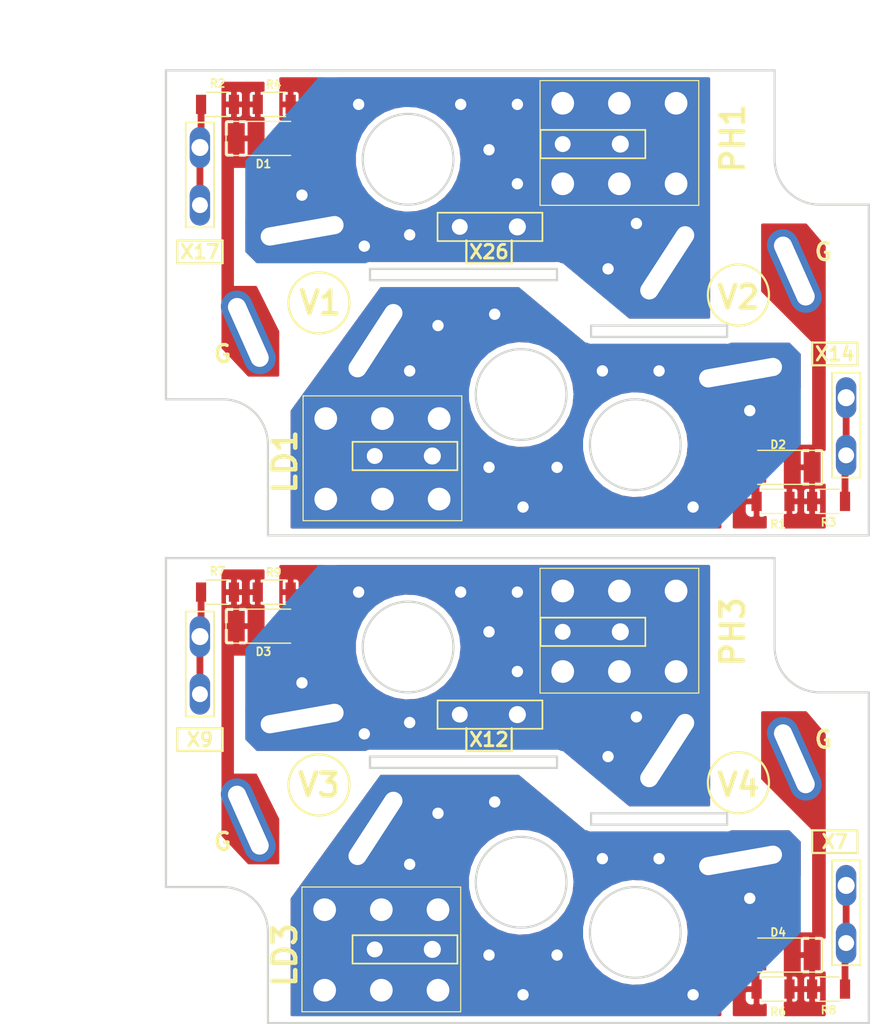
<source format=kicad_pcb>
(kicad_pcb (version 20171130) (host pcbnew "(5.0.0)")

  (general
    (thickness 1.6)
    (drawings 75)
    (tracks 16)
    (zones 0)
    (modules 70)
    (nets 13)
  )

  (page A4)
  (layers
    (0 F.Cu signal)
    (31 B.Cu signal)
    (32 B.Adhes user)
    (33 F.Adhes user)
    (34 B.Paste user)
    (35 F.Paste user)
    (36 B.SilkS user)
    (37 F.SilkS user)
    (38 B.Mask user)
    (39 F.Mask user)
    (40 Dwgs.User user)
    (41 Cmts.User user)
    (42 Eco1.User user)
    (43 Eco2.User user)
    (44 Edge.Cuts user)
    (45 Margin user)
    (46 B.CrtYd user)
    (47 F.CrtYd user)
    (48 B.Fab user)
    (49 F.Fab user)
  )

  (setup
    (last_trace_width 0.25)
    (trace_clearance 0.2)
    (zone_clearance 0.508)
    (zone_45_only no)
    (trace_min 0.2)
    (segment_width 0.2)
    (edge_width 0.2)
    (via_size 0.8)
    (via_drill 0.4)
    (via_min_size 0.4)
    (via_min_drill 0.3)
    (uvia_size 0.3)
    (uvia_drill 0.1)
    (uvias_allowed no)
    (uvia_min_size 0.2)
    (uvia_min_drill 0.1)
    (pcb_text_width 0.3)
    (pcb_text_size 1.5 1.5)
    (mod_edge_width 0.15)
    (mod_text_size 1 1)
    (mod_text_width 0.15)
    (pad_size 2.49936 2.49936)
    (pad_drill 1.00076)
    (pad_to_mask_clearance 0.2)
    (aux_axis_origin 0 0)
    (grid_origin 79 130)
    (visible_elements 7FFFFF7F)
    (pcbplotparams
      (layerselection 0x014e0_ffffffff)
      (usegerberextensions false)
      (usegerberattributes false)
      (usegerberadvancedattributes false)
      (creategerberjobfile false)
      (excludeedgelayer true)
      (linewidth 0.100000)
      (plotframeref false)
      (viasonmask false)
      (mode 1)
      (useauxorigin false)
      (hpglpennumber 1)
      (hpglpenspeed 20)
      (hpglpendiameter 15.000000)
      (psnegative false)
      (psa4output false)
      (plotreference true)
      (plotvalue true)
      (plotinvisibletext false)
      (padsonsilk false)
      (subtractmaskfromsilk false)
      (outputformat 1)
      (mirror false)
      (drillshape 0)
      (scaleselection 1)
      (outputdirectory "gerbers/"))
  )

  (net 0 "")
  (net 1 "Net-(D1-Pad1)")
  (net 2 /CTRL1A)
  (net 3 /CTRL1B)
  (net 4 /CTRL3A)
  (net 5 /CTRL3B)
  (net 6 "Net-(D4-Pad1)")
  (net 7 "Net-(D2-Pad1)")
  (net 8 "Net-(D3-Pad1)")
  (net 9 /LD1)
  (net 10 /PH1)
  (net 11 /LD3)
  (net 12 /PH3)

  (net_class Default "This is the default net class."
    (clearance 0.2)
    (trace_width 0.25)
    (via_dia 0.8)
    (via_drill 0.4)
    (uvia_dia 0.3)
    (uvia_drill 0.1)
    (add_net /CTRL1A)
    (add_net /CTRL1B)
    (add_net /CTRL3A)
    (add_net /CTRL3B)
    (add_net /LD1)
    (add_net /LD3)
    (add_net /PH1)
    (add_net /PH3)
    (add_net "Net-(D1-Pad1)")
    (add_net "Net-(D2-Pad1)")
    (add_net "Net-(D3-Pad1)")
    (add_net "Net-(D4-Pad1)")
  )

  (module Wire_Pads:SolderWirePad_single_1mmDrill (layer F.Cu) (tedit 5BBF39FD) (tstamp 5BC1084C)
    (at 100.5 103.5)
    (path /5BC28C12)
    (fp_text reference H39 (at 0 -3.81) (layer F.SilkS) hide
      (effects (font (size 1 1) (thickness 0.15)))
    )
    (fp_text value Conn_01x01 (at -1.905 3.175) (layer F.Fab) hide
      (effects (font (size 1 1) (thickness 0.15)))
    )
    (pad 1 thru_hole circle (at 0 0) (size 2.49936 2.49936) (drill 1.00076) (layers *.Cu *.Mask)
      (net 12 /PH3) (zone_connect 2))
  )

  (module Wire_Pads:SolderWirePad_single_1mmDrill (layer F.Cu) (tedit 5BBF3AAD) (tstamp 5BC10847)
    (at 117.5 115.5)
    (path /5BC28BB4)
    (fp_text reference H28 (at 0 -3.81) (layer F.SilkS) hide
      (effects (font (size 1 1) (thickness 0.15)))
    )
    (fp_text value Conn_01x01 (at -1.905 3.175) (layer F.Fab) hide
      (effects (font (size 1 1) (thickness 0.15)))
    )
    (pad 1 thru_hole circle (at 0 0) (size 2.49936 2.49936) (drill 1.00076) (layers *.Cu *.Mask)
      (net 11 /LD3) (zone_connect 2))
  )

  (module Wire_Pads:SolderWirePad_single_1mmDrill (layer F.Cu) (tedit 5BBF3A19) (tstamp 5BC10842)
    (at 110 99)
    (path /5BC28BEA)
    (fp_text reference H35 (at 0 -3.81) (layer F.SilkS) hide
      (effects (font (size 1 1) (thickness 0.15)))
    )
    (fp_text value Conn_01x01 (at -1.905 3.175) (layer F.Fab) hide
      (effects (font (size 1 1) (thickness 0.15)))
    )
    (pad 1 thru_hole circle (at 0 0) (size 2.49936 2.49936) (drill 1.00076) (layers *.Cu *.Mask)
      (net 12 /PH3) (zone_connect 2))
  )

  (module Wire_Pads:SolderWirePad_single_1mmDrill (layer F.Cu) (tedit 5BBF3A13) (tstamp 5BC1083D)
    (at 110 92)
    (path /5BC28BF0)
    (fp_text reference H36 (at 0 -3.81) (layer F.SilkS) hide
      (effects (font (size 1 1) (thickness 0.15)))
    )
    (fp_text value Conn_01x01 (at -1.905 3.175) (layer F.Fab) hide
      (effects (font (size 1 1) (thickness 0.15)))
    )
    (pad 1 thru_hole circle (at 0 0) (size 2.49936 2.49936) (drill 1.00076) (layers *.Cu *.Mask)
      (net 12 /PH3) (zone_connect 2))
  )

  (module Wire_Pads:SolderWirePad_single_1mmDrill (layer F.Cu) (tedit 5BBF39F8) (tstamp 5BC10838)
    (at 96.5 104.5)
    (path /5BC28BE4)
    (fp_text reference H34 (at 0 -3.81) (layer F.SilkS) hide
      (effects (font (size 1 1) (thickness 0.15)))
    )
    (fp_text value Conn_01x01 (at -1.905 3.175) (layer F.Fab) hide
      (effects (font (size 1 1) (thickness 0.15)))
    )
    (pad 1 thru_hole circle (at 0 0) (size 2.49936 2.49936) (drill 1.00076) (layers *.Cu *.Mask)
      (net 12 /PH3) (zone_connect 2))
  )

  (module Wire_Pads:SolderWirePad_single_1mmDrill (layer F.Cu) (tedit 5BBF3A24) (tstamp 5BC10833)
    (at 120.5 103)
    (path /5BC28BDE)
    (fp_text reference H33 (at 0 -3.81) (layer F.SilkS) hide
      (effects (font (size 1 1) (thickness 0.15)))
    )
    (fp_text value Conn_01x01 (at -1.905 3.175) (layer F.Fab) hide
      (effects (font (size 1 1) (thickness 0.15)))
    )
    (pad 1 thru_hole circle (at 0 0) (size 2.49936 2.49936) (drill 1.00076) (layers *.Cu *.Mask)
      (net 12 /PH3) (zone_connect 2))
  )

  (module Wire_Pads:SolderWirePad_single_1mmDrill (layer F.Cu) (tedit 5BBF3A1E) (tstamp 5BC1082E)
    (at 118 106.5)
    (path /5BC28BD8)
    (fp_text reference H32 (at 0 -3.81) (layer F.SilkS) hide
      (effects (font (size 1 1) (thickness 0.15)))
    )
    (fp_text value Conn_01x01 (at -1.905 3.175) (layer F.Fab) hide
      (effects (font (size 1 1) (thickness 0.15)))
    )
    (pad 1 thru_hole circle (at 0 0) (size 2.49936 2.49936) (drill 1.00076) (layers *.Cu *.Mask)
      (net 12 /PH3) (zone_connect 2))
  )

  (module Wire_Pads:SolderWirePad_single_1mmDrill (layer F.Cu) (tedit 5BBF3A7A) (tstamp 5BC10829)
    (at 107.5 95.5)
    (path /5BC28BD2)
    (fp_text reference H31 (at 0 -3.81) (layer F.SilkS) hide
      (effects (font (size 1 1) (thickness 0.15)))
    )
    (fp_text value eConn_01x01 (at -1.905 3.175) (layer F.Fab) hide
      (effects (font (size 1 1) (thickness 0.15)))
    )
    (pad 1 thru_hole circle (at 0 0) (size 2.49936 2.49936) (drill 1.00076) (layers *.Cu *.Mask)
      (net 12 /PH3) (zone_connect 2))
  )

  (module Wire_Pads:SolderWirePad_single_1mmDrill (layer F.Cu) (tedit 5BBF3A07) (tstamp 5BC10824)
    (at 105 92)
    (path /5BC28C06)
    (fp_text reference H37 (at 0 -3.81) (layer F.SilkS) hide
      (effects (font (size 1 1) (thickness 0.15)))
    )
    (fp_text value Conn_01x01 (at -1.905 3.175) (layer F.Fab) hide
      (effects (font (size 1 1) (thickness 0.15)))
    )
    (pad 1 thru_hole circle (at 0 0) (size 2.49936 2.49936) (drill 1.00076) (layers *.Cu *.Mask)
      (net 12 /PH3) (zone_connect 2))
  )

  (module Wire_Pads:SolderWirePad_single_1mmDrill (layer F.Cu) (tedit 5BBF3A91) (tstamp 5BC1081F)
    (at 108 110.5)
    (path /5BC28BC9)
    (fp_text reference H30 (at 0 -3.81) (layer F.SilkS) hide
      (effects (font (size 1 1) (thickness 0.15)))
    )
    (fp_text value Conn_01x01 (at -1.905 3.175) (layer F.Fab) hide
      (effects (font (size 1 1) (thickness 0.15)))
    )
    (pad 1 thru_hole circle (at 0 0) (size 2.49936 2.49936) (drill 1.00076) (layers *.Cu *.Mask)
      (net 11 /LD3) (zone_connect 2))
  )

  (module Wire_Pads:SolderWirePad_single_1mmDrill (layer F.Cu) (tedit 5BBF3AC4) (tstamp 5BC1081A)
    (at 130.5 119)
    (path /5BC28BAE)
    (fp_text reference H27 (at 0 -3.81) (layer F.SilkS) hide
      (effects (font (size 1 1) (thickness 0.15)))
    )
    (fp_text value Conn_01x01 (at -1.905 3.175) (layer F.Fab) hide
      (effects (font (size 1 1) (thickness 0.15)))
    )
    (pad 1 thru_hole circle (at 0 0) (size 2.49936 2.49936) (drill 1.00076) (layers *.Cu *.Mask)
      (net 11 /LD3) (zone_connect 2))
  )

  (module Wire_Pads:SolderWirePad_single_1mmDrill (layer F.Cu) (tedit 5BBF3AA8) (tstamp 5BC10815)
    (at 113.5 124)
    (path /5BC28B98)
    (fp_text reference H26 (at 0 -3.81) (layer F.SilkS) hide
      (effects (font (size 1 1) (thickness 0.15)))
    )
    (fp_text value Conn_01x01 (at -1.905 3.175) (layer F.Fab) hide
      (effects (font (size 1 1) (thickness 0.15)))
    )
    (pad 1 thru_hole circle (at 0 0) (size 2.49936 2.49936) (drill 1.00076) (layers *.Cu *.Mask)
      (net 11 /LD3) (zone_connect 2))
  )

  (module Wire_Pads:SolderWirePad_single_1mmDrill (layer F.Cu) (tedit 5BBF3A98) (tstamp 5BC10810)
    (at 107.5 124)
    (path /5BC28B92)
    (fp_text reference H25 (at 0 -3.81) (layer F.SilkS) hide
      (effects (font (size 1 1) (thickness 0.15)))
    )
    (fp_text value Conn_01x01 (at -1.905 3.175) (layer F.Fab) hide
      (effects (font (size 1 1) (thickness 0.15)))
    )
    (pad 1 thru_hole circle (at 0 0) (size 2.49936 2.49936) (drill 1.00076) (layers *.Cu *.Mask)
      (net 11 /LD3) (zone_connect 2))
  )

  (module Wire_Pads:SolderWirePad_single_1mmDrill (layer F.Cu) (tedit 5BBF3A8B) (tstamp 5BC1080B)
    (at 103 111.5)
    (path /5BC28B8C)
    (fp_text reference H24 (at 0 -3.81) (layer F.SilkS) hide
      (effects (font (size 1 1) (thickness 0.15)))
    )
    (fp_text value Conn_01x01 (at -1.905 3.175) (layer F.Fab) hide
      (effects (font (size 1 1) (thickness 0.15)))
    )
    (pad 1 thru_hole circle (at 0 0) (size 2.49936 2.49936) (drill 1.00076) (layers *.Cu *.Mask)
      (net 11 /LD3) (zone_connect 2))
  )

  (module Wire_Pads:SolderWirePad_single_1mmDrill (layer F.Cu) (tedit 5BBF3A85) (tstamp 5BC10806)
    (at 100.5 116)
    (path /5BC28B86)
    (fp_text reference H23 (at 0 -3.81) (layer F.SilkS) hide
      (effects (font (size 1 1) (thickness 0.15)))
    )
    (fp_text value Conn_01x01 (at -1.905 3.175) (layer F.Fab) hide
      (effects (font (size 1 1) (thickness 0.15)))
    )
    (pad 1 thru_hole circle (at 0 0) (size 2.49936 2.49936) (drill 1.00076) (layers *.Cu *.Mask)
      (net 11 /LD3) (zone_connect 2))
  )

  (module Wire_Pads:SolderWirePad_single_1mmDrill (layer F.Cu) (tedit 5BBF3ABE) (tstamp 5BC10801)
    (at 125.5 127.5)
    (path /5BC28B80)
    (fp_text reference H22 (at 0 -3.81) (layer F.SilkS) hide
      (effects (font (size 1 1) (thickness 0.15)))
    )
    (fp_text value Conn_01x01 (at -1.905 3.175) (layer F.Fab) hide
      (effects (font (size 1 1) (thickness 0.15)))
    )
    (pad 1 thru_hole circle (at 0 0) (size 2.49936 2.49936) (drill 1.00076) (layers *.Cu *.Mask)
      (net 11 /LD3) (zone_connect 2))
  )

  (module Wire_Pads:SolderWirePad_single_1mmDrill (layer F.Cu) (tedit 5BBF3AA2) (tstamp 5BC107FC)
    (at 110.5 127.5)
    (path /5BC28B7A)
    (fp_text reference H21 (at 0 -3.81) (layer F.SilkS) hide
      (effects (font (size 1 1) (thickness 0.15)))
    )
    (fp_text value Conn_01x01 (at -1.905 3.175) (layer F.Fab) hide
      (effects (font (size 1 1) (thickness 0.15)))
    )
    (pad 1 thru_hole circle (at 0 0) (size 2.49936 2.49936) (drill 1.00076) (layers *.Cu *.Mask)
      (net 11 /LD3) (zone_connect 2))
  )

  (module Wire_Pads:SolderWirePad_single_1mmDrill (layer F.Cu) (tedit 5BBF3786) (tstamp 5BC107F7)
    (at 96 49)
    (path /5BC239F7)
    (fp_text reference H20 (at 0 -3.81) (layer F.SilkS) hide
      (effects (font (size 1 1) (thickness 0.15)))
    )
    (fp_text value Conn_01x01 (at -1.905 3.175) (layer F.Fab) hide
      (effects (font (size 1 1) (thickness 0.15)))
    )
    (pad 1 thru_hole circle (at 0 0) (size 2.49936 2.49936) (drill 1.00076) (layers *.Cu *.Mask)
      (net 10 /PH1) (zone_connect 2))
  )

  (module Wire_Pads:SolderWirePad_single_1mmDrill (layer F.Cu) (tedit 5BBF39F2) (tstamp 5BC107F2)
    (at 96 92)
    (path /5BC28C0C)
    (fp_text reference H38 (at 0 -3.81) (layer F.SilkS) hide
      (effects (font (size 1 1) (thickness 0.15)))
    )
    (fp_text value Conn_01x01 (at -1.905 3.175) (layer F.Fab) hide
      (effects (font (size 1 1) (thickness 0.15)))
    )
    (pad 1 thru_hole circle (at 0 0) (size 2.49936 2.49936) (drill 1.00076) (layers *.Cu *.Mask)
      (net 12 /PH3) (zone_connect 2))
  )

  (module Wire_Pads:SolderWirePad_single_1mmDrill (layer F.Cu) (tedit 5BBF38A8) (tstamp 5BC107ED)
    (at 117.5 72.5)
    (path /5BC16078)
    (fp_text reference H9 (at 0 -3.81) (layer F.SilkS) hide
      (effects (font (size 1 1) (thickness 0.15)))
    )
    (fp_text value Conn_01x01 (at -1.905 3.175) (layer F.Fab) hide
      (effects (font (size 1 1) (thickness 0.15)))
    )
    (pad 1 thru_hole circle (at 0 0) (size 2.49936 2.49936) (drill 1.00076) (layers *.Cu *.Mask)
      (net 9 /LD1) (zone_connect 2))
  )

  (module Wire_Pads:SolderWirePad_single_1mmDrill (layer F.Cu) (tedit 5BBF3AB8) (tstamp 5BC107E8)
    (at 122.5 115.5)
    (path /5BC28BBA)
    (fp_text reference H29 (at 0 -3.81) (layer F.SilkS) hide
      (effects (font (size 1 1) (thickness 0.15)))
    )
    (fp_text value Conn_01x01 (at -1.905 3.175) (layer F.Fab) hide
      (effects (font (size 1 1) (thickness 0.15)))
    )
    (pad 1 thru_hole circle (at 0 0) (size 2.49936 2.49936) (drill 1.00076) (layers *.Cu *.Mask)
      (net 11 /LD3) (zone_connect 2))
  )

  (module Wire_Pads:SolderWirePad_single_1mmDrill (layer F.Cu) (tedit 5BBF38B9) (tstamp 5BC107E3)
    (at 130.5 76)
    (path /5BC1FD71)
    (fp_text reference H10 (at 0 -3.81) (layer F.SilkS) hide
      (effects (font (size 1 1) (thickness 0.15)))
    )
    (fp_text value Conn_01x01 (at -1.905 3.175) (layer F.Fab) hide
      (effects (font (size 1 1) (thickness 0.15)))
    )
    (pad 1 thru_hole circle (at 0 0) (size 2.49936 2.49936) (drill 1.00076) (layers *.Cu *.Mask)
      (net 9 /LD1) (zone_connect 2))
  )

  (module Wire_Pads:SolderWirePad_single_1mmDrill (layer F.Cu) (tedit 5BBF37BE) (tstamp 5BC107DE)
    (at 120.5 59.5)
    (path /5BC239E8)
    (fp_text reference H19 (at 0 -3.81) (layer F.SilkS) hide
      (effects (font (size 1 1) (thickness 0.15)))
    )
    (fp_text value Conn_01x01 (at -1.905 3.175) (layer F.Fab) hide
      (effects (font (size 1 1) (thickness 0.15)))
    )
    (pad 1 thru_hole circle (at 0 0) (size 2.49936 2.49936) (drill 1.00076) (layers *.Cu *.Mask)
      (net 10 /PH1) (zone_connect 2))
  )

  (module Wire_Pads:SolderWirePad_single_1mmDrill (layer F.Cu) (tedit 5BBF3891) (tstamp 5BC107D9)
    (at 103 68.5)
    (path /5BC07018)
    (fp_text reference H1 (at 0 -3.81) (layer F.SilkS) hide
      (effects (font (size 1 1) (thickness 0.15)))
    )
    (fp_text value Conn_01x01 (at -1.905 3.175) (layer F.Fab) hide
      (effects (font (size 1 1) (thickness 0.15)))
    )
    (pad 1 thru_hole circle (at 0 0) (size 2.49936 2.49936) (drill 1.00076) (layers *.Cu *.Mask)
      (net 9 /LD1) (zone_connect 2))
  )

  (module Wire_Pads:SolderWirePad_single_1mmDrill (layer F.Cu) (tedit 5BBF3897) (tstamp 5BC107D4)
    (at 108 67.5)
    (path /5BC07626)
    (fp_text reference H2 (at 0 -3.81) (layer F.SilkS) hide
      (effects (font (size 1 1) (thickness 0.15)))
    )
    (fp_text value Conn_01x01 (at -1.905 3.175) (layer F.Fab) hide
      (effects (font (size 1 1) (thickness 0.15)))
    )
    (pad 1 thru_hole circle (at 0 0) (size 2.49936 2.49936) (drill 1.00076) (layers *.Cu *.Mask)
      (net 9 /LD1) (zone_connect 2))
  )

  (module Wire_Pads:SolderWirePad_single_1mmDrill (layer F.Cu) (tedit 5BBF38C2) (tstamp 5BC107CF)
    (at 125.5 84.5)
    (path /5BC07679)
    (fp_text reference H3 (at 0 -3.81) (layer F.SilkS) hide
      (effects (font (size 1 1) (thickness 0.15)))
    )
    (fp_text value Conn_01x01 (at -1.905 3.175) (layer F.Fab) hide
      (effects (font (size 1 1) (thickness 0.15)))
    )
    (pad 1 thru_hole circle (at 0 0) (size 2.49936 2.49936) (drill 1.00076) (layers *.Cu *.Mask)
      (net 9 /LD1) (zone_connect 2))
  )

  (module Wire_Pads:SolderWirePad_single_1mmDrill (layer F.Cu) (tedit 5BBF38B3) (tstamp 5BC107CA)
    (at 113.5 81)
    (path /5BC076CC)
    (fp_text reference H4 (at 0 -3.81) (layer F.SilkS) hide
      (effects (font (size 1 1) (thickness 0.15)))
    )
    (fp_text value Conn_01x01 (at -1.905 3.175) (layer F.Fab) hide
      (effects (font (size 1 1) (thickness 0.15)))
    )
    (pad 1 thru_hole circle (at 0 0) (size 2.49936 2.49936) (drill 1.00076) (layers *.Cu *.Mask)
      (net 9 /LD1) (zone_connect 2))
  )

  (module Wire_Pads:SolderWirePad_single_1mmDrill (layer F.Cu) (tedit 5BBF38AD) (tstamp 5BC107C5)
    (at 122.5 72.5)
    (path /5BC0771F)
    (fp_text reference H5 (at 0 -3.81) (layer F.SilkS) hide
      (effects (font (size 1 1) (thickness 0.15)))
    )
    (fp_text value Conn_01x01 (at -1.905 3.175) (layer F.Fab) hide
      (effects (font (size 1 1) (thickness 0.15)))
    )
    (pad 1 thru_hole circle (at 0 0) (size 2.49936 2.49936) (drill 1.00076) (layers *.Cu *.Mask)
      (net 9 /LD1) (zone_connect 2))
  )

  (module Wire_Pads:SolderWirePad_single_1mmDrill (layer F.Cu) (tedit 5BBF389C) (tstamp 5BC107C0)
    (at 107.5 81)
    (path /5BC15FD2)
    (fp_text reference H7 (at 0 -3.81) (layer F.SilkS) hide
      (effects (font (size 1 1) (thickness 0.15)))
    )
    (fp_text value Conn_01x01 (at -1.905 3.175) (layer F.Fab) hide
      (effects (font (size 1 1) (thickness 0.15)))
    )
    (pad 1 thru_hole circle (at 0 0) (size 2.49936 2.49936) (drill 1.00076) (layers *.Cu *.Mask)
      (net 9 /LD1) (zone_connect 2))
  )

  (module Wire_Pads:SolderWirePad_single_1mmDrill (layer F.Cu) (tedit 5BBF38A2) (tstamp 5BC107BB)
    (at 110.5 84.5)
    (path /5BC16025)
    (fp_text reference H8 (at 0 -3.81) (layer F.SilkS) hide
      (effects (font (size 1 1) (thickness 0.15)))
    )
    (fp_text value Conn_01x01 (at -1.905 3.175) (layer F.Fab) hide
      (effects (font (size 1 1) (thickness 0.15)))
    )
    (pad 1 thru_hole circle (at 0 0) (size 2.49936 2.49936) (drill 1.00076) (layers *.Cu *.Mask)
      (net 9 /LD1) (zone_connect 2))
  )

  (module Wire_Pads:SolderWirePad_single_1mmDrill (layer F.Cu) (tedit 5BBF37A4) (tstamp 5BC107B6)
    (at 107.5 53)
    (path /5BC239A8)
    (fp_text reference H11 (at 0 -3.81) (layer F.SilkS) hide
      (effects (font (size 1 1) (thickness 0.15)))
    )
    (fp_text value Conn_01x01 (at -1.905 3.175) (layer F.Fab) hide
      (effects (font (size 1 1) (thickness 0.15)))
    )
    (pad 1 thru_hole circle (at 0 0) (size 2.49936 2.49936) (drill 1.00076) (layers *.Cu *.Mask)
      (net 10 /PH1) (zone_connect 2))
  )

  (module Wire_Pads:SolderWirePad_single_1mmDrill (layer F.Cu) (tedit 5BBF37AC) (tstamp 5BC107B1)
    (at 110 56)
    (path /5BC239AE)
    (fp_text reference H12 (at 0 -3.81) (layer F.SilkS) hide
      (effects (font (size 1 1) (thickness 0.15)))
    )
    (fp_text value Conn_01x01 (at -1.905 3.175) (layer F.Fab) hide
      (effects (font (size 1 1) (thickness 0.15)))
    )
    (pad 1 thru_hole circle (at 0 0) (size 2.49936 2.49936) (drill 1.00076) (layers *.Cu *.Mask)
      (net 10 /PH1) (zone_connect 2))
  )

  (module Wire_Pads:SolderWirePad_single_1mmDrill (layer F.Cu) (tedit 5BBF37B3) (tstamp 5BC107AC)
    (at 118 63.5)
    (path /5BC239B4)
    (fp_text reference H13 (at 0 -3.81) (layer F.SilkS) hide
      (effects (font (size 1 1) (thickness 0.15)))
    )
    (fp_text value Conn_01x01 (at -1.905 3.175) (layer F.Fab) hide
      (effects (font (size 1 1) (thickness 0.15)))
    )
    (pad 1 thru_hole circle (at 0 0) (size 2.49936 2.49936) (drill 1.00076) (layers *.Cu *.Mask)
      (net 10 /PH1) (zone_connect 2))
  )

  (module Wire_Pads:SolderWirePad_single_1mmDrill (layer F.Cu) (tedit 5BBF378D) (tstamp 5BC107A7)
    (at 100.5 60.5)
    (path /5BC239E2)
    (fp_text reference H18 (at 0 -3.81) (layer F.SilkS) hide
      (effects (font (size 1 1) (thickness 0.15)))
    )
    (fp_text value Conn_01x01 (at -1.905 3.175) (layer F.Fab) hide
      (effects (font (size 1 1) (thickness 0.15)))
    )
    (pad 1 thru_hole circle (at 0 0) (size 2.49936 2.49936) (drill 1.00076) (layers *.Cu *.Mask)
      (net 10 /PH1) (zone_connect 2))
  )

  (module Wire_Pads:SolderWirePad_single_1mmDrill (layer F.Cu) (tedit 5BBF379C) (tstamp 5BC107A2)
    (at 110 49)
    (path /5BC239C0)
    (fp_text reference H15 (at 0 -3.81) (layer F.SilkS) hide
      (effects (font (size 1 1) (thickness 0.15)))
    )
    (fp_text value Conn_01x01 (at -1.905 3.175) (layer F.Fab) hide
      (effects (font (size 1 1) (thickness 0.15)))
    )
    (pad 1 thru_hole circle (at 0 0) (size 2.49936 2.49936) (drill 1.00076) (layers *.Cu *.Mask)
      (net 10 /PH1) (zone_connect 2))
  )

  (module Wire_Pads:SolderWirePad_single_1mmDrill (layer F.Cu) (tedit 5BBF3795) (tstamp 5BC1079D)
    (at 105 49)
    (path /5BC239C6)
    (fp_text reference H16 (at 0 -3.81) (layer F.SilkS) hide
      (effects (font (size 1 1) (thickness 0.15)))
    )
    (fp_text value Conn_01x01 (at -1.905 3.175) (layer F.Fab) hide
      (effects (font (size 1 1) (thickness 0.15)))
    )
    (pad 1 thru_hole circle (at 0 0) (size 2.49936 2.49936) (drill 1.00076) (layers *.Cu *.Mask)
      (net 10 /PH1) (zone_connect 2))
  )

  (module Wire_Pads:SolderWirePad_single_1mmDrill (layer F.Cu) (tedit 5BBF3778) (tstamp 5BC10798)
    (at 91 57)
    (path /5BC239DC)
    (fp_text reference H17 (at 0 -3.81) (layer F.SilkS) hide
      (effects (font (size 1 1) (thickness 0.15)))
    )
    (fp_text value Conn_01x01 (at -1.905 3.175) (layer F.Fab) hide
      (effects (font (size 1 1) (thickness 0.15)))
    )
    (pad 1 thru_hole circle (at 0 0) (size 2.49936 2.49936) (drill 1.00076) (layers *.Cu *.Mask)
      (net 10 /PH1) (zone_connect 2))
  )

  (module Wire_Pads:SolderWirePad_single_1mmDrill (layer F.Cu) (tedit 5BBF377F) (tstamp 5BC10793)
    (at 96.5 61.5)
    (path /5BC239BA)
    (fp_text reference H14 (at 0 -3.81) (layer F.SilkS) hide
      (effects (font (size 1 1) (thickness 0.15)))
    )
    (fp_text value Conn_01x01 (at -1.905 3.175) (layer F.Fab) hide
      (effects (font (size 1 1) (thickness 0.15)))
    )
    (pad 1 thru_hole circle (at 0 0) (size 2.49936 2.49936) (drill 1.00076) (layers *.Cu *.Mask)
      (net 10 /PH1) (zone_connect 2))
  )

  (module Wire_Pads:SolderWirePad_single_1mmDrill (layer F.Cu) (tedit 5BBF39EC) (tstamp 5BC1078E)
    (at 91 100)
    (path /5BC28C21)
    (fp_text reference H40 (at 0 -3.81) (layer F.SilkS) hide
      (effects (font (size 1 1) (thickness 0.15)))
    )
    (fp_text value Conn_01x01 (at -1.905 3.175) (layer F.Fab) hide
      (effects (font (size 1 1) (thickness 0.15)))
    )
    (pad 1 thru_hole circle (at 0 0) (size 2.49936 2.49936) (drill 1.00076) (layers *.Cu *.Mask)
      (net 12 /PH3) (zone_connect 2))
  )

  (module Wire_Pads:SolderWirePad_single_1mmDrill (layer F.Cu) (tedit 5BBF3686) (tstamp 5BC10789)
    (at 100.5 72.5)
    (path /5BC07772)
    (fp_text reference H6 (at 0 -3.81) (layer F.SilkS) hide
      (effects (font (size 1 1) (thickness 0.15)))
    )
    (fp_text value Conn_01x01 (at -1.905 3.175) (layer F.Fab) hide
      (effects (font (size 1 1) (thickness 0.15)))
    )
    (pad 1 thru_hole circle (at 0 0) (size 2.49936 2.49936) (drill 1.00076) (layers *.Cu *.Mask)
      (net 9 /LD1) (zone_connect 2))
  )

  (module mech:Faston_6.3x0.8x14 (layer F.Cu) (tedit 5BBF31EA) (tstamp 5BBFAA57)
    (at 116.54 95.5)
    (path /5BC03EF4)
    (attr smd)
    (fp_text reference X10 (at 0.04 2.2) (layer F.SilkS) hide
      (effects (font (size 1.2 1.2) (thickness 0.25)))
    )
    (fp_text value Faston_6.3x08x14 (at 0 0.75) (layer F.Fab) hide
      (effects (font (size 0.3 0.3) (thickness 0.075)))
    )
    (fp_line (start 2.51 0.132051) (end -2.49 0.132051) (layer F.Fab) (width 0.1))
    (fp_line (start -3.14 0.4) (end 3.16 0.4) (layer F.Fab) (width 0.1))
    (fp_line (start -2.64 0.4) (end -2.69 0.4) (layer F.Fab) (width 0.1))
    (fp_line (start 3.16 0.4) (end 3.11 0.4) (layer F.Fab) (width 0.1))
    (fp_line (start -3.14 -0.4) (end 3.16 -0.4) (layer F.Fab) (width 0.1))
    (fp_line (start -2.79 0.4) (end -2.84 0.4) (layer F.Fab) (width 0.1))
    (fp_line (start -3.14 -0.4) (end -3.99 -0.4) (layer F.Fab) (width 0.1))
    (fp_line (start -2.99 0.4) (end -3.04 0.4) (layer F.Fab) (width 0.1))
    (fp_line (start 4.01 -0.4) (end 4.01 0.4) (layer F.Fab) (width 0.1))
    (fp_line (start 4.01 -0.4) (end 3.16 -0.4) (layer F.Fab) (width 0.1))
    (fp_line (start -3.99 0.4) (end -3.14 0.4) (layer F.Fab) (width 0.1))
    (fp_line (start -3.09 0.4) (end -3.14 0.4) (layer F.Fab) (width 0.1))
    (fp_line (start 2.66 0.4) (end 2.61 0.4) (layer F.Fab) (width 0.1))
    (fp_line (start 2.81 0.4) (end 2.76 0.4) (layer F.Fab) (width 0.1))
    (fp_line (start -0.59 0.4) (end -0.64 0.4) (layer F.Fab) (width 0.1))
    (fp_line (start 2.91 0.4) (end 2.86 0.4) (layer F.Fab) (width 0.1))
    (fp_line (start 3.16 0.4) (end 2.51 0.132051) (layer F.Fab) (width 0.1))
    (fp_line (start -2.84 0.4) (end -2.89 0.4) (layer F.Fab) (width 0.1))
    (fp_line (start 3.16 -0.4) (end 3.16 0.4) (layer F.Fab) (width 0.1))
    (fp_line (start 3.16 0.4) (end 4.01 0.4) (layer F.Fab) (width 0.1))
    (fp_line (start -2.49 -0.132051) (end -2.49 0.132051) (layer F.Fab) (width 0.1))
    (fp_line (start -2.49 0.132051) (end -3.14 0.4) (layer F.Fab) (width 0.1))
    (fp_line (start -3.14 0.4) (end -3.14 -0.4) (layer F.Fab) (width 0.1))
    (fp_line (start -2.89 0.4) (end -2.94 0.4) (layer F.Fab) (width 0.1))
    (fp_line (start 3.11 0.4) (end 3.06 0.4) (layer F.Fab) (width 0.1))
    (fp_line (start -0.74 0.4) (end -0.79 0.4) (layer F.Fab) (width 0.1))
    (fp_line (start 3.01 0.4) (end 2.96 0.4) (layer F.Fab) (width 0.1))
    (fp_line (start 3.06 0.4) (end 3.01 0.4) (layer F.Fab) (width 0.1))
    (fp_line (start -0.64 0.4) (end -0.69 0.4) (layer F.Fab) (width 0.1))
    (fp_line (start -3.04 0.4) (end -3.09 0.4) (layer F.Fab) (width 0.1))
    (fp_line (start 2.71 0.4) (end 2.66 0.4) (layer F.Fab) (width 0.1))
    (fp_line (start 2.96 0.4) (end 2.91 0.4) (layer F.Fab) (width 0.1))
    (fp_line (start -2.49 -0.132051) (end 2.51 -0.132051) (layer F.Fab) (width 0.1))
    (fp_line (start 2.51 -0.132051) (end 3.16 -0.4) (layer F.Fab) (width 0.1))
    (fp_line (start -2.74 0.4) (end -2.79 0.4) (layer F.Fab) (width 0.1))
    (fp_line (start -2.69 0.4) (end -2.74 0.4) (layer F.Fab) (width 0.1))
    (fp_line (start -0.54 0.4) (end -0.59 0.4) (layer F.Fab) (width 0.1))
    (fp_line (start -3.14 -0.4) (end -2.49 -0.132051) (layer F.Fab) (width 0.1))
    (fp_line (start 2.51 0.132051) (end 2.51 -0.132051) (layer F.Fab) (width 0.1))
    (fp_line (start 2.76 0.4) (end 2.71 0.4) (layer F.Fab) (width 0.1))
    (fp_line (start -2.94 0.4) (end -2.99 0.4) (layer F.Fab) (width 0.1))
    (fp_line (start 2.86 0.4) (end 2.81 0.4) (layer F.Fab) (width 0.1))
    (fp_line (start -0.69 0.4) (end -0.74 0.4) (layer F.Fab) (width 0.1))
    (fp_line (start -3.99 -0.4) (end -3.99 0.4) (layer F.Fab) (width 0.1))
    (fp_line (start -2.59 0.4) (end -2.64 0.4) (layer F.Fab) (width 0.1))
    (fp_line (start -0.79 0.4) (end -0.84 0.4) (layer F.Fab) (width 0.1))
    (fp_line (start 0.16 0.4) (end 0.11 0.4) (layer F.Fab) (width 0.1))
    (fp_line (start -0.49 0.4) (end -0.54 0.4) (layer F.Fab) (width 0.1))
    (fp_line (start -0.44 0.4) (end -0.49 0.4) (layer F.Fab) (width 0.1))
    (fp_line (start 0.06 0.4) (end 0.01 0.4) (layer F.Fab) (width 0.1))
    (fp_line (start 0.41 0.4) (end 0.36 0.4) (layer F.Fab) (width 0.1))
    (fp_line (start 0.11 0.4) (end 0.06 0.4) (layer F.Fab) (width 0.1))
    (fp_line (start 0.21 0.4) (end 0.16 0.4) (layer F.Fab) (width 0.1))
    (fp_line (start 0.81 0.4) (end 0.76 0.4) (layer F.Fab) (width 0.1))
    (fp_line (start 0.76 0.4) (end 0.71 0.4) (layer F.Fab) (width 0.1))
    (fp_line (start 0.71 0.4) (end 0.66 0.4) (layer F.Fab) (width 0.1))
    (fp_line (start 0.56 0.4) (end 0.51 0.4) (layer F.Fab) (width 0.1))
    (fp_line (start -0.34 0.4) (end -0.39 0.4) (layer F.Fab) (width 0.1))
    (fp_line (start -0.14 0.4) (end -0.19 0.4) (layer F.Fab) (width 0.1))
    (fp_line (start -0.39 0.4) (end -0.44 0.4) (layer F.Fab) (width 0.1))
    (fp_line (start 0.61 0.4) (end 0.56 0.4) (layer F.Fab) (width 0.1))
    (fp_line (start -0.29 0.4) (end -0.34 0.4) (layer F.Fab) (width 0.1))
    (fp_line (start -0.24 0.4) (end -0.29 0.4) (layer F.Fab) (width 0.1))
    (fp_line (start 0.26 0.4) (end 0.21 0.4) (layer F.Fab) (width 0.1))
    (fp_line (start 0.31 0.4) (end 0.26 0.4) (layer F.Fab) (width 0.1))
    (fp_line (start -0.19 0.4) (end -0.24 0.4) (layer F.Fab) (width 0.1))
    (fp_line (start -0.09 0.4) (end -0.14 0.4) (layer F.Fab) (width 0.1))
    (fp_line (start -0.04 0.4) (end -0.09 0.4) (layer F.Fab) (width 0.1))
    (fp_line (start 0.01 0.4) (end -0.04 0.4) (layer F.Fab) (width 0.1))
    (fp_line (start 0.66 0.4) (end 0.61 0.4) (layer F.Fab) (width 0.1))
    (fp_line (start 0.36 0.4) (end 0.31 0.4) (layer F.Fab) (width 0.1))
    (fp_line (start 0.86 0.4) (end 0.81 0.4) (layer F.Fab) (width 0.1))
    (fp_line (start 0.46 0.4) (end 0.41 0.4) (layer F.Fab) (width 0.1))
    (fp_line (start 0.51 0.4) (end 0.46 0.4) (layer F.Fab) (width 0.1))
    (fp_line (start -4.5 -1.25) (end 4.75 -1.25) (layer F.CrtYd) (width 0.15))
    (fp_line (start 4.75 -1.25) (end 4.75 1.25) (layer F.CrtYd) (width 0.15))
    (fp_line (start 4.75 1.25) (end -4.5 1.25) (layer F.CrtYd) (width 0.15))
    (fp_line (start -4.5 1.25) (end -4.5 -1.25) (layer F.CrtYd) (width 0.15))
    (fp_line (start -4.5 -1.25) (end 4.75 -1.25) (layer F.SilkS) (width 0.15))
    (fp_line (start 4.75 -1.25) (end 4.75 1.25) (layer F.SilkS) (width 0.15))
    (fp_line (start 4.75 1.25) (end -4.5 1.25) (layer F.SilkS) (width 0.15))
    (fp_line (start -4.5 1.25) (end -4.5 -1.25) (layer F.SilkS) (width 0.15))
    (pad 1 thru_hole oval (at 2.54 0) (size 3.6 1.8) (drill 1.5) (layers *.Cu *.Mask)
      (net 12 /PH3) (zone_connect 2))
    (pad 1 thru_hole oval (at -2.54 0) (size 3.6 1.8) (drill 1.4) (layers *.Cu *.Mask)
      (net 12 /PH3) (zone_connect 2))
    (model ${VENTLIB3DPACK}/Faston_6.3x0.8x14_x.wrl
      (at (xyz 0 0 0))
      (scale (xyz 1 1 1))
      (rotate (xyz 0 0 0))
    )
  )

  (module mech:Faston_6.3x0.8x14 (layer F.Cu) (tedit 5BBF31B0) (tstamp 5BBFA561)
    (at 99.96 123.5)
    (path /5BC01AF0)
    (attr smd)
    (fp_text reference X8 (at 0.04 2.2) (layer F.SilkS) hide
      (effects (font (size 1.2 1.2) (thickness 0.25)))
    )
    (fp_text value Faston_6.3x08x14 (at 0 0.75) (layer F.Fab) hide
      (effects (font (size 0.3 0.3) (thickness 0.075)))
    )
    (fp_line (start -4.5 1.25) (end -4.5 -1.25) (layer F.SilkS) (width 0.15))
    (fp_line (start 4.75 1.25) (end -4.5 1.25) (layer F.SilkS) (width 0.15))
    (fp_line (start 4.75 -1.25) (end 4.75 1.25) (layer F.SilkS) (width 0.15))
    (fp_line (start -4.5 -1.25) (end 4.75 -1.25) (layer F.SilkS) (width 0.15))
    (fp_line (start -4.5 1.25) (end -4.5 -1.25) (layer F.CrtYd) (width 0.15))
    (fp_line (start 4.75 1.25) (end -4.5 1.25) (layer F.CrtYd) (width 0.15))
    (fp_line (start 4.75 -1.25) (end 4.75 1.25) (layer F.CrtYd) (width 0.15))
    (fp_line (start -4.5 -1.25) (end 4.75 -1.25) (layer F.CrtYd) (width 0.15))
    (fp_line (start 0.51 0.4) (end 0.46 0.4) (layer F.Fab) (width 0.1))
    (fp_line (start 0.46 0.4) (end 0.41 0.4) (layer F.Fab) (width 0.1))
    (fp_line (start 0.86 0.4) (end 0.81 0.4) (layer F.Fab) (width 0.1))
    (fp_line (start 0.36 0.4) (end 0.31 0.4) (layer F.Fab) (width 0.1))
    (fp_line (start 0.66 0.4) (end 0.61 0.4) (layer F.Fab) (width 0.1))
    (fp_line (start 0.01 0.4) (end -0.04 0.4) (layer F.Fab) (width 0.1))
    (fp_line (start -0.04 0.4) (end -0.09 0.4) (layer F.Fab) (width 0.1))
    (fp_line (start -0.09 0.4) (end -0.14 0.4) (layer F.Fab) (width 0.1))
    (fp_line (start -0.19 0.4) (end -0.24 0.4) (layer F.Fab) (width 0.1))
    (fp_line (start 0.31 0.4) (end 0.26 0.4) (layer F.Fab) (width 0.1))
    (fp_line (start 0.26 0.4) (end 0.21 0.4) (layer F.Fab) (width 0.1))
    (fp_line (start -0.24 0.4) (end -0.29 0.4) (layer F.Fab) (width 0.1))
    (fp_line (start -0.29 0.4) (end -0.34 0.4) (layer F.Fab) (width 0.1))
    (fp_line (start 0.61 0.4) (end 0.56 0.4) (layer F.Fab) (width 0.1))
    (fp_line (start -0.39 0.4) (end -0.44 0.4) (layer F.Fab) (width 0.1))
    (fp_line (start -0.14 0.4) (end -0.19 0.4) (layer F.Fab) (width 0.1))
    (fp_line (start -0.34 0.4) (end -0.39 0.4) (layer F.Fab) (width 0.1))
    (fp_line (start 0.56 0.4) (end 0.51 0.4) (layer F.Fab) (width 0.1))
    (fp_line (start 0.71 0.4) (end 0.66 0.4) (layer F.Fab) (width 0.1))
    (fp_line (start 0.76 0.4) (end 0.71 0.4) (layer F.Fab) (width 0.1))
    (fp_line (start 0.81 0.4) (end 0.76 0.4) (layer F.Fab) (width 0.1))
    (fp_line (start 0.21 0.4) (end 0.16 0.4) (layer F.Fab) (width 0.1))
    (fp_line (start 0.11 0.4) (end 0.06 0.4) (layer F.Fab) (width 0.1))
    (fp_line (start 0.41 0.4) (end 0.36 0.4) (layer F.Fab) (width 0.1))
    (fp_line (start 0.06 0.4) (end 0.01 0.4) (layer F.Fab) (width 0.1))
    (fp_line (start -0.44 0.4) (end -0.49 0.4) (layer F.Fab) (width 0.1))
    (fp_line (start -0.49 0.4) (end -0.54 0.4) (layer F.Fab) (width 0.1))
    (fp_line (start 0.16 0.4) (end 0.11 0.4) (layer F.Fab) (width 0.1))
    (fp_line (start -0.79 0.4) (end -0.84 0.4) (layer F.Fab) (width 0.1))
    (fp_line (start -2.59 0.4) (end -2.64 0.4) (layer F.Fab) (width 0.1))
    (fp_line (start -3.99 -0.4) (end -3.99 0.4) (layer F.Fab) (width 0.1))
    (fp_line (start -0.69 0.4) (end -0.74 0.4) (layer F.Fab) (width 0.1))
    (fp_line (start 2.86 0.4) (end 2.81 0.4) (layer F.Fab) (width 0.1))
    (fp_line (start -2.94 0.4) (end -2.99 0.4) (layer F.Fab) (width 0.1))
    (fp_line (start 2.76 0.4) (end 2.71 0.4) (layer F.Fab) (width 0.1))
    (fp_line (start 2.51 0.132051) (end 2.51 -0.132051) (layer F.Fab) (width 0.1))
    (fp_line (start -3.14 -0.4) (end -2.49 -0.132051) (layer F.Fab) (width 0.1))
    (fp_line (start -0.54 0.4) (end -0.59 0.4) (layer F.Fab) (width 0.1))
    (fp_line (start -2.69 0.4) (end -2.74 0.4) (layer F.Fab) (width 0.1))
    (fp_line (start -2.74 0.4) (end -2.79 0.4) (layer F.Fab) (width 0.1))
    (fp_line (start 2.51 -0.132051) (end 3.16 -0.4) (layer F.Fab) (width 0.1))
    (fp_line (start -2.49 -0.132051) (end 2.51 -0.132051) (layer F.Fab) (width 0.1))
    (fp_line (start 2.96 0.4) (end 2.91 0.4) (layer F.Fab) (width 0.1))
    (fp_line (start 2.71 0.4) (end 2.66 0.4) (layer F.Fab) (width 0.1))
    (fp_line (start -3.04 0.4) (end -3.09 0.4) (layer F.Fab) (width 0.1))
    (fp_line (start -0.64 0.4) (end -0.69 0.4) (layer F.Fab) (width 0.1))
    (fp_line (start 3.06 0.4) (end 3.01 0.4) (layer F.Fab) (width 0.1))
    (fp_line (start 3.01 0.4) (end 2.96 0.4) (layer F.Fab) (width 0.1))
    (fp_line (start -0.74 0.4) (end -0.79 0.4) (layer F.Fab) (width 0.1))
    (fp_line (start 3.11 0.4) (end 3.06 0.4) (layer F.Fab) (width 0.1))
    (fp_line (start -2.89 0.4) (end -2.94 0.4) (layer F.Fab) (width 0.1))
    (fp_line (start -3.14 0.4) (end -3.14 -0.4) (layer F.Fab) (width 0.1))
    (fp_line (start -2.49 0.132051) (end -3.14 0.4) (layer F.Fab) (width 0.1))
    (fp_line (start -2.49 -0.132051) (end -2.49 0.132051) (layer F.Fab) (width 0.1))
    (fp_line (start 3.16 0.4) (end 4.01 0.4) (layer F.Fab) (width 0.1))
    (fp_line (start 3.16 -0.4) (end 3.16 0.4) (layer F.Fab) (width 0.1))
    (fp_line (start -2.84 0.4) (end -2.89 0.4) (layer F.Fab) (width 0.1))
    (fp_line (start 3.16 0.4) (end 2.51 0.132051) (layer F.Fab) (width 0.1))
    (fp_line (start 2.91 0.4) (end 2.86 0.4) (layer F.Fab) (width 0.1))
    (fp_line (start -0.59 0.4) (end -0.64 0.4) (layer F.Fab) (width 0.1))
    (fp_line (start 2.81 0.4) (end 2.76 0.4) (layer F.Fab) (width 0.1))
    (fp_line (start 2.66 0.4) (end 2.61 0.4) (layer F.Fab) (width 0.1))
    (fp_line (start -3.09 0.4) (end -3.14 0.4) (layer F.Fab) (width 0.1))
    (fp_line (start -3.99 0.4) (end -3.14 0.4) (layer F.Fab) (width 0.1))
    (fp_line (start 4.01 -0.4) (end 3.16 -0.4) (layer F.Fab) (width 0.1))
    (fp_line (start 4.01 -0.4) (end 4.01 0.4) (layer F.Fab) (width 0.1))
    (fp_line (start -2.99 0.4) (end -3.04 0.4) (layer F.Fab) (width 0.1))
    (fp_line (start -3.14 -0.4) (end -3.99 -0.4) (layer F.Fab) (width 0.1))
    (fp_line (start -2.79 0.4) (end -2.84 0.4) (layer F.Fab) (width 0.1))
    (fp_line (start -3.14 -0.4) (end 3.16 -0.4) (layer F.Fab) (width 0.1))
    (fp_line (start 3.16 0.4) (end 3.11 0.4) (layer F.Fab) (width 0.1))
    (fp_line (start -2.64 0.4) (end -2.69 0.4) (layer F.Fab) (width 0.1))
    (fp_line (start -3.14 0.4) (end 3.16 0.4) (layer F.Fab) (width 0.1))
    (fp_line (start 2.51 0.132051) (end -2.49 0.132051) (layer F.Fab) (width 0.1))
    (pad 1 thru_hole oval (at -2.54 0) (size 3.6 1.8) (drill 1.4) (layers *.Cu *.Mask)
      (net 11 /LD3) (zone_connect 2))
    (pad 1 thru_hole oval (at 2.54 0) (size 3.6 1.8) (drill 1.5) (layers *.Cu *.Mask)
      (net 11 /LD3) (zone_connect 2))
    (model ${VENTLIB3DPACK}/Faston_6.3x0.8x14_x.wrl
      (at (xyz 0 0 0))
      (scale (xyz 1 1 1))
      (rotate (xyz 0 0 0))
    )
  )

  (module mech:Faston_6.3x0.8x14 (layer F.Cu) (tedit 5BBF3176) (tstamp 5BBF9DDB)
    (at 116.54 52.5)
    (path /5BBFD66D)
    (attr smd)
    (fp_text reference X6 (at 0.04 2.2) (layer F.SilkS) hide
      (effects (font (size 1.2 1.2) (thickness 0.25)))
    )
    (fp_text value Faston_6.3x08x14 (at 0 0.75) (layer F.Fab) hide
      (effects (font (size 0.3 0.3) (thickness 0.075)))
    )
    (fp_line (start -4.5 1.25) (end -4.5 -1.25) (layer F.SilkS) (width 0.15))
    (fp_line (start 4.75 1.25) (end -4.5 1.25) (layer F.SilkS) (width 0.15))
    (fp_line (start 4.75 -1.25) (end 4.75 1.25) (layer F.SilkS) (width 0.15))
    (fp_line (start -4.5 -1.25) (end 4.75 -1.25) (layer F.SilkS) (width 0.15))
    (fp_line (start -4.5 1.25) (end -4.5 -1.25) (layer F.CrtYd) (width 0.15))
    (fp_line (start 4.75 1.25) (end -4.5 1.25) (layer F.CrtYd) (width 0.15))
    (fp_line (start 4.75 -1.25) (end 4.75 1.25) (layer F.CrtYd) (width 0.15))
    (fp_line (start -4.5 -1.25) (end 4.75 -1.25) (layer F.CrtYd) (width 0.15))
    (fp_line (start 0.51 0.4) (end 0.46 0.4) (layer F.Fab) (width 0.1))
    (fp_line (start 0.46 0.4) (end 0.41 0.4) (layer F.Fab) (width 0.1))
    (fp_line (start 0.86 0.4) (end 0.81 0.4) (layer F.Fab) (width 0.1))
    (fp_line (start 0.36 0.4) (end 0.31 0.4) (layer F.Fab) (width 0.1))
    (fp_line (start 0.66 0.4) (end 0.61 0.4) (layer F.Fab) (width 0.1))
    (fp_line (start 0.01 0.4) (end -0.04 0.4) (layer F.Fab) (width 0.1))
    (fp_line (start -0.04 0.4) (end -0.09 0.4) (layer F.Fab) (width 0.1))
    (fp_line (start -0.09 0.4) (end -0.14 0.4) (layer F.Fab) (width 0.1))
    (fp_line (start -0.19 0.4) (end -0.24 0.4) (layer F.Fab) (width 0.1))
    (fp_line (start 0.31 0.4) (end 0.26 0.4) (layer F.Fab) (width 0.1))
    (fp_line (start 0.26 0.4) (end 0.21 0.4) (layer F.Fab) (width 0.1))
    (fp_line (start -0.24 0.4) (end -0.29 0.4) (layer F.Fab) (width 0.1))
    (fp_line (start -0.29 0.4) (end -0.34 0.4) (layer F.Fab) (width 0.1))
    (fp_line (start 0.61 0.4) (end 0.56 0.4) (layer F.Fab) (width 0.1))
    (fp_line (start -0.39 0.4) (end -0.44 0.4) (layer F.Fab) (width 0.1))
    (fp_line (start -0.14 0.4) (end -0.19 0.4) (layer F.Fab) (width 0.1))
    (fp_line (start -0.34 0.4) (end -0.39 0.4) (layer F.Fab) (width 0.1))
    (fp_line (start 0.56 0.4) (end 0.51 0.4) (layer F.Fab) (width 0.1))
    (fp_line (start 0.71 0.4) (end 0.66 0.4) (layer F.Fab) (width 0.1))
    (fp_line (start 0.76 0.4) (end 0.71 0.4) (layer F.Fab) (width 0.1))
    (fp_line (start 0.81 0.4) (end 0.76 0.4) (layer F.Fab) (width 0.1))
    (fp_line (start 0.21 0.4) (end 0.16 0.4) (layer F.Fab) (width 0.1))
    (fp_line (start 0.11 0.4) (end 0.06 0.4) (layer F.Fab) (width 0.1))
    (fp_line (start 0.41 0.4) (end 0.36 0.4) (layer F.Fab) (width 0.1))
    (fp_line (start 0.06 0.4) (end 0.01 0.4) (layer F.Fab) (width 0.1))
    (fp_line (start -0.44 0.4) (end -0.49 0.4) (layer F.Fab) (width 0.1))
    (fp_line (start -0.49 0.4) (end -0.54 0.4) (layer F.Fab) (width 0.1))
    (fp_line (start 0.16 0.4) (end 0.11 0.4) (layer F.Fab) (width 0.1))
    (fp_line (start -0.79 0.4) (end -0.84 0.4) (layer F.Fab) (width 0.1))
    (fp_line (start -2.59 0.4) (end -2.64 0.4) (layer F.Fab) (width 0.1))
    (fp_line (start -3.99 -0.4) (end -3.99 0.4) (layer F.Fab) (width 0.1))
    (fp_line (start -0.69 0.4) (end -0.74 0.4) (layer F.Fab) (width 0.1))
    (fp_line (start 2.86 0.4) (end 2.81 0.4) (layer F.Fab) (width 0.1))
    (fp_line (start -2.94 0.4) (end -2.99 0.4) (layer F.Fab) (width 0.1))
    (fp_line (start 2.76 0.4) (end 2.71 0.4) (layer F.Fab) (width 0.1))
    (fp_line (start 2.51 0.132051) (end 2.51 -0.132051) (layer F.Fab) (width 0.1))
    (fp_line (start -3.14 -0.4) (end -2.49 -0.132051) (layer F.Fab) (width 0.1))
    (fp_line (start -0.54 0.4) (end -0.59 0.4) (layer F.Fab) (width 0.1))
    (fp_line (start -2.69 0.4) (end -2.74 0.4) (layer F.Fab) (width 0.1))
    (fp_line (start -2.74 0.4) (end -2.79 0.4) (layer F.Fab) (width 0.1))
    (fp_line (start 2.51 -0.132051) (end 3.16 -0.4) (layer F.Fab) (width 0.1))
    (fp_line (start -2.49 -0.132051) (end 2.51 -0.132051) (layer F.Fab) (width 0.1))
    (fp_line (start 2.96 0.4) (end 2.91 0.4) (layer F.Fab) (width 0.1))
    (fp_line (start 2.71 0.4) (end 2.66 0.4) (layer F.Fab) (width 0.1))
    (fp_line (start -3.04 0.4) (end -3.09 0.4) (layer F.Fab) (width 0.1))
    (fp_line (start -0.64 0.4) (end -0.69 0.4) (layer F.Fab) (width 0.1))
    (fp_line (start 3.06 0.4) (end 3.01 0.4) (layer F.Fab) (width 0.1))
    (fp_line (start 3.01 0.4) (end 2.96 0.4) (layer F.Fab) (width 0.1))
    (fp_line (start -0.74 0.4) (end -0.79 0.4) (layer F.Fab) (width 0.1))
    (fp_line (start 3.11 0.4) (end 3.06 0.4) (layer F.Fab) (width 0.1))
    (fp_line (start -2.89 0.4) (end -2.94 0.4) (layer F.Fab) (width 0.1))
    (fp_line (start -3.14 0.4) (end -3.14 -0.4) (layer F.Fab) (width 0.1))
    (fp_line (start -2.49 0.132051) (end -3.14 0.4) (layer F.Fab) (width 0.1))
    (fp_line (start -2.49 -0.132051) (end -2.49 0.132051) (layer F.Fab) (width 0.1))
    (fp_line (start 3.16 0.4) (end 4.01 0.4) (layer F.Fab) (width 0.1))
    (fp_line (start 3.16 -0.4) (end 3.16 0.4) (layer F.Fab) (width 0.1))
    (fp_line (start -2.84 0.4) (end -2.89 0.4) (layer F.Fab) (width 0.1))
    (fp_line (start 3.16 0.4) (end 2.51 0.132051) (layer F.Fab) (width 0.1))
    (fp_line (start 2.91 0.4) (end 2.86 0.4) (layer F.Fab) (width 0.1))
    (fp_line (start -0.59 0.4) (end -0.64 0.4) (layer F.Fab) (width 0.1))
    (fp_line (start 2.81 0.4) (end 2.76 0.4) (layer F.Fab) (width 0.1))
    (fp_line (start 2.66 0.4) (end 2.61 0.4) (layer F.Fab) (width 0.1))
    (fp_line (start -3.09 0.4) (end -3.14 0.4) (layer F.Fab) (width 0.1))
    (fp_line (start -3.99 0.4) (end -3.14 0.4) (layer F.Fab) (width 0.1))
    (fp_line (start 4.01 -0.4) (end 3.16 -0.4) (layer F.Fab) (width 0.1))
    (fp_line (start 4.01 -0.4) (end 4.01 0.4) (layer F.Fab) (width 0.1))
    (fp_line (start -2.99 0.4) (end -3.04 0.4) (layer F.Fab) (width 0.1))
    (fp_line (start -3.14 -0.4) (end -3.99 -0.4) (layer F.Fab) (width 0.1))
    (fp_line (start -2.79 0.4) (end -2.84 0.4) (layer F.Fab) (width 0.1))
    (fp_line (start -3.14 -0.4) (end 3.16 -0.4) (layer F.Fab) (width 0.1))
    (fp_line (start 3.16 0.4) (end 3.11 0.4) (layer F.Fab) (width 0.1))
    (fp_line (start -2.64 0.4) (end -2.69 0.4) (layer F.Fab) (width 0.1))
    (fp_line (start -3.14 0.4) (end 3.16 0.4) (layer F.Fab) (width 0.1))
    (fp_line (start 2.51 0.132051) (end -2.49 0.132051) (layer F.Fab) (width 0.1))
    (pad 1 thru_hole oval (at -2.54 0) (size 3.6 1.8) (drill 1.4) (layers *.Cu *.Mask)
      (net 10 /PH1) (zone_connect 2))
    (pad 1 thru_hole oval (at 2.54 0) (size 3.6 1.8) (drill 1.5) (layers *.Cu *.Mask)
      (net 10 /PH1) (zone_connect 2))
    (model ${VENTLIB3DPACK}/Faston_6.3x0.8x14_x.wrl
      (at (xyz 0 0 0))
      (scale (xyz 1 1 1))
      (rotate (xyz 0 0 0))
    )
  )

  (module mech:Faston_6.3x0.8x14 (layer F.Cu) (tedit 5BBF3138) (tstamp 5BBF97C5)
    (at 99.96 80)
    (path /5BBF58C8)
    (attr smd)
    (fp_text reference X3 (at 0.04 2.2) (layer F.SilkS) hide
      (effects (font (size 1.2 1.2) (thickness 0.25)))
    )
    (fp_text value Faston_6.3x08x14 (at 0 0.75) (layer F.Fab) hide
      (effects (font (size 0.3 0.3) (thickness 0.075)))
    )
    (fp_line (start 2.51 0.132051) (end -2.49 0.132051) (layer F.Fab) (width 0.1))
    (fp_line (start -3.14 0.4) (end 3.16 0.4) (layer F.Fab) (width 0.1))
    (fp_line (start -2.64 0.4) (end -2.69 0.4) (layer F.Fab) (width 0.1))
    (fp_line (start 3.16 0.4) (end 3.11 0.4) (layer F.Fab) (width 0.1))
    (fp_line (start -3.14 -0.4) (end 3.16 -0.4) (layer F.Fab) (width 0.1))
    (fp_line (start -2.79 0.4) (end -2.84 0.4) (layer F.Fab) (width 0.1))
    (fp_line (start -3.14 -0.4) (end -3.99 -0.4) (layer F.Fab) (width 0.1))
    (fp_line (start -2.99 0.4) (end -3.04 0.4) (layer F.Fab) (width 0.1))
    (fp_line (start 4.01 -0.4) (end 4.01 0.4) (layer F.Fab) (width 0.1))
    (fp_line (start 4.01 -0.4) (end 3.16 -0.4) (layer F.Fab) (width 0.1))
    (fp_line (start -3.99 0.4) (end -3.14 0.4) (layer F.Fab) (width 0.1))
    (fp_line (start -3.09 0.4) (end -3.14 0.4) (layer F.Fab) (width 0.1))
    (fp_line (start 2.66 0.4) (end 2.61 0.4) (layer F.Fab) (width 0.1))
    (fp_line (start 2.81 0.4) (end 2.76 0.4) (layer F.Fab) (width 0.1))
    (fp_line (start -0.59 0.4) (end -0.64 0.4) (layer F.Fab) (width 0.1))
    (fp_line (start 2.91 0.4) (end 2.86 0.4) (layer F.Fab) (width 0.1))
    (fp_line (start 3.16 0.4) (end 2.51 0.132051) (layer F.Fab) (width 0.1))
    (fp_line (start -2.84 0.4) (end -2.89 0.4) (layer F.Fab) (width 0.1))
    (fp_line (start 3.16 -0.4) (end 3.16 0.4) (layer F.Fab) (width 0.1))
    (fp_line (start 3.16 0.4) (end 4.01 0.4) (layer F.Fab) (width 0.1))
    (fp_line (start -2.49 -0.132051) (end -2.49 0.132051) (layer F.Fab) (width 0.1))
    (fp_line (start -2.49 0.132051) (end -3.14 0.4) (layer F.Fab) (width 0.1))
    (fp_line (start -3.14 0.4) (end -3.14 -0.4) (layer F.Fab) (width 0.1))
    (fp_line (start -2.89 0.4) (end -2.94 0.4) (layer F.Fab) (width 0.1))
    (fp_line (start 3.11 0.4) (end 3.06 0.4) (layer F.Fab) (width 0.1))
    (fp_line (start -0.74 0.4) (end -0.79 0.4) (layer F.Fab) (width 0.1))
    (fp_line (start 3.01 0.4) (end 2.96 0.4) (layer F.Fab) (width 0.1))
    (fp_line (start 3.06 0.4) (end 3.01 0.4) (layer F.Fab) (width 0.1))
    (fp_line (start -0.64 0.4) (end -0.69 0.4) (layer F.Fab) (width 0.1))
    (fp_line (start -3.04 0.4) (end -3.09 0.4) (layer F.Fab) (width 0.1))
    (fp_line (start 2.71 0.4) (end 2.66 0.4) (layer F.Fab) (width 0.1))
    (fp_line (start 2.96 0.4) (end 2.91 0.4) (layer F.Fab) (width 0.1))
    (fp_line (start -2.49 -0.132051) (end 2.51 -0.132051) (layer F.Fab) (width 0.1))
    (fp_line (start 2.51 -0.132051) (end 3.16 -0.4) (layer F.Fab) (width 0.1))
    (fp_line (start -2.74 0.4) (end -2.79 0.4) (layer F.Fab) (width 0.1))
    (fp_line (start -2.69 0.4) (end -2.74 0.4) (layer F.Fab) (width 0.1))
    (fp_line (start -0.54 0.4) (end -0.59 0.4) (layer F.Fab) (width 0.1))
    (fp_line (start -3.14 -0.4) (end -2.49 -0.132051) (layer F.Fab) (width 0.1))
    (fp_line (start 2.51 0.132051) (end 2.51 -0.132051) (layer F.Fab) (width 0.1))
    (fp_line (start 2.76 0.4) (end 2.71 0.4) (layer F.Fab) (width 0.1))
    (fp_line (start -2.94 0.4) (end -2.99 0.4) (layer F.Fab) (width 0.1))
    (fp_line (start 2.86 0.4) (end 2.81 0.4) (layer F.Fab) (width 0.1))
    (fp_line (start -0.69 0.4) (end -0.74 0.4) (layer F.Fab) (width 0.1))
    (fp_line (start -3.99 -0.4) (end -3.99 0.4) (layer F.Fab) (width 0.1))
    (fp_line (start -2.59 0.4) (end -2.64 0.4) (layer F.Fab) (width 0.1))
    (fp_line (start -0.79 0.4) (end -0.84 0.4) (layer F.Fab) (width 0.1))
    (fp_line (start 0.16 0.4) (end 0.11 0.4) (layer F.Fab) (width 0.1))
    (fp_line (start -0.49 0.4) (end -0.54 0.4) (layer F.Fab) (width 0.1))
    (fp_line (start -0.44 0.4) (end -0.49 0.4) (layer F.Fab) (width 0.1))
    (fp_line (start 0.06 0.4) (end 0.01 0.4) (layer F.Fab) (width 0.1))
    (fp_line (start 0.41 0.4) (end 0.36 0.4) (layer F.Fab) (width 0.1))
    (fp_line (start 0.11 0.4) (end 0.06 0.4) (layer F.Fab) (width 0.1))
    (fp_line (start 0.21 0.4) (end 0.16 0.4) (layer F.Fab) (width 0.1))
    (fp_line (start 0.81 0.4) (end 0.76 0.4) (layer F.Fab) (width 0.1))
    (fp_line (start 0.76 0.4) (end 0.71 0.4) (layer F.Fab) (width 0.1))
    (fp_line (start 0.71 0.4) (end 0.66 0.4) (layer F.Fab) (width 0.1))
    (fp_line (start 0.56 0.4) (end 0.51 0.4) (layer F.Fab) (width 0.1))
    (fp_line (start -0.34 0.4) (end -0.39 0.4) (layer F.Fab) (width 0.1))
    (fp_line (start -0.14 0.4) (end -0.19 0.4) (layer F.Fab) (width 0.1))
    (fp_line (start -0.39 0.4) (end -0.44 0.4) (layer F.Fab) (width 0.1))
    (fp_line (start 0.61 0.4) (end 0.56 0.4) (layer F.Fab) (width 0.1))
    (fp_line (start -0.29 0.4) (end -0.34 0.4) (layer F.Fab) (width 0.1))
    (fp_line (start -0.24 0.4) (end -0.29 0.4) (layer F.Fab) (width 0.1))
    (fp_line (start 0.26 0.4) (end 0.21 0.4) (layer F.Fab) (width 0.1))
    (fp_line (start 0.31 0.4) (end 0.26 0.4) (layer F.Fab) (width 0.1))
    (fp_line (start -0.19 0.4) (end -0.24 0.4) (layer F.Fab) (width 0.1))
    (fp_line (start -0.09 0.4) (end -0.14 0.4) (layer F.Fab) (width 0.1))
    (fp_line (start -0.04 0.4) (end -0.09 0.4) (layer F.Fab) (width 0.1))
    (fp_line (start 0.01 0.4) (end -0.04 0.4) (layer F.Fab) (width 0.1))
    (fp_line (start 0.66 0.4) (end 0.61 0.4) (layer F.Fab) (width 0.1))
    (fp_line (start 0.36 0.4) (end 0.31 0.4) (layer F.Fab) (width 0.1))
    (fp_line (start 0.86 0.4) (end 0.81 0.4) (layer F.Fab) (width 0.1))
    (fp_line (start 0.46 0.4) (end 0.41 0.4) (layer F.Fab) (width 0.1))
    (fp_line (start 0.51 0.4) (end 0.46 0.4) (layer F.Fab) (width 0.1))
    (fp_line (start -4.5 -1.25) (end 4.75 -1.25) (layer F.CrtYd) (width 0.15))
    (fp_line (start 4.75 -1.25) (end 4.75 1.25) (layer F.CrtYd) (width 0.15))
    (fp_line (start 4.75 1.25) (end -4.5 1.25) (layer F.CrtYd) (width 0.15))
    (fp_line (start -4.5 1.25) (end -4.5 -1.25) (layer F.CrtYd) (width 0.15))
    (fp_line (start -4.5 -1.25) (end 4.75 -1.25) (layer F.SilkS) (width 0.15))
    (fp_line (start 4.75 -1.25) (end 4.75 1.25) (layer F.SilkS) (width 0.15))
    (fp_line (start 4.75 1.25) (end -4.5 1.25) (layer F.SilkS) (width 0.15))
    (fp_line (start -4.5 1.25) (end -4.5 -1.25) (layer F.SilkS) (width 0.15))
    (pad 1 thru_hole oval (at 2.54 0) (size 3.6 1.8) (drill 1.5) (layers *.Cu *.Mask)
      (net 9 /LD1) (zone_connect 2))
    (pad 1 thru_hole oval (at -2.54 0) (size 3.6 1.8) (drill 1.4) (layers *.Cu *.Mask)
      (net 9 /LD1) (zone_connect 2))
    (model ${VENTLIB3DPACK}/Faston_6.3x0.8x14_x.wrl
      (at (xyz 0 0 0))
      (scale (xyz 1 1 1))
      (rotate (xyz 0 0 0))
    )
  )

  (module disc:RD91 (layer F.Cu) (tedit 5BBF2A4F) (tstamp 5BBDFDCC)
    (at 128.5 66.4 237)
    (path /5BBEE31B)
    (fp_text reference V2 (at -0.880107 -0.620815) (layer F.SilkS)
      (effects (font (size 2 2) (thickness 0.4)))
    )
    (fp_text value BTW67 (at 0.000001 -0.5 237) (layer F.Fab) hide
      (effects (font (size 1 1) (thickness 0.15)))
    )
    (fp_circle (center 0 0) (end 10 0) (layer F.Fab) (width 0.1))
    (fp_line (start 9 -9.999999) (end 18 -3) (layer F.Fab) (width 0.1))
    (fp_line (start 9 10) (end 18 3) (layer F.Fab) (width 0.1))
    (fp_line (start -18 3) (end -9 9.999999) (layer F.Fab) (width 0.1))
    (fp_line (start -18 -3) (end -9 -10) (layer F.Fab) (width 0.1))
    (fp_arc (start -15.000001 0) (end -18 3) (angle 90) (layer F.Fab) (width 0.1))
    (fp_arc (start 0 0) (end -9 -10) (angle 83.97442499) (layer F.Fab) (width 0.1))
    (fp_circle (center 15.000001 0) (end 17.000001 0) (layer F.Fab) (width 0.1))
    (fp_circle (center -15.000001 0) (end -12.999999 0) (layer F.Fab) (width 0.1))
    (fp_circle (center 0 0) (end 11 0.5) (layer F.Fab) (width 0.1))
    (fp_arc (start 0 0) (end 9 10) (angle 83.97442499) (layer F.Fab) (width 0.1))
    (fp_arc (start 15.000001 0) (end 18 -3) (angle 90) (layer F.Fab) (width 0.1))
    (fp_arc (start -6.8 -1.5) (end -7.5 -2) (angle -181.8475364) (layer F.Fab) (width 0.1))
    (fp_arc (start -4.2 -5.5) (end -3.5 -5) (angle -181.8475364) (layer F.Fab) (width 0.1))
    (fp_arc (start 2.65 -6.5) (end 3.25 -7.050001) (angle -187.6840089) (layer F.Fab) (width 0.1))
    (fp_arc (start 6.6 -2.300001) (end 6 -1.75) (angle -188.2001758) (layer F.Fab) (width 0.1))
    (fp_line (start 7.15 -2.900001) (end 3.25 -7.050001) (layer F.Fab) (width 0.1))
    (fp_line (start 2.1 -5.899999) (end 6 -1.75) (layer F.Fab) (width 0.1))
    (fp_arc (start -2.900001 6.3) (end -2.9 5.5) (angle -183.5762897) (layer F.Fab) (width 0.1))
    (fp_arc (start 2.899902 6.298442) (end 2.899902 7.098442) (angle -183.5762897) (layer F.Fab) (width 0.1))
    (fp_line (start -2.9 5.5) (end 2.849999 5.5) (layer F.Fab) (width 0.1))
    (fp_line (start -2.85 7.1) (end 2.899999 7.1) (layer F.Fab) (width 0.1))
    (fp_line (start -7.5 -2) (end -4.900001 -6) (layer F.Fab) (width 0.1))
    (fp_line (start -6.1 -1.000001) (end -3.5 -5) (layer F.Fab) (width 0.1))
    (pad 3 thru_hole oval (at 4.6 -4.4 190) (size 8.8 2.8) (drill oval 7.4 1.6) (layers *.Cu *.Mask)
      (net 9 /LD1) (zone_connect 2))
    (pad 1 thru_hole oval (at 0 6.3 237) (size 8.8 2.8) (drill oval 7.4 1.6) (layers *.Cu *.Mask)
      (net 10 /PH1) (zone_connect 2))
    (pad 2 thru_hole oval (at -5.500001 -3.5 204) (size 2.8 7.8) (drill oval 1.6 6.5) (layers *.Cu *.Mask)
      (net 7 "Net-(D2-Pad1)") (zone_connect 2))
    (model ../../../../../../Working/Git/VentLib/shapes3D/RD91.wrl
      (at (xyz 0 0 0))
      (scale (xyz 1 1 1))
      (rotate (xyz 0 0 0))
    )
  )

  (module mech:Solder_Terminal_M6 (layer F.Cu) (tedit 5BBF342E) (tstamp 5BC52932)
    (at 93 127)
    (path /5BC0D15D)
    (fp_text reference X1 (at 0 -10) (layer F.SilkS) hide
      (effects (font (size 1 1) (thickness 0.15)))
    )
    (fp_text value LD3 (at -3.5 -3 90) (layer F.SilkS)
      (effects (font (size 2 2) (thickness 0.4)))
    )
    (fp_line (start -2 -9) (end 12 -9) (layer F.SilkS) (width 0.1))
    (fp_line (start 12 -9) (end 12 2) (layer F.SilkS) (width 0.1))
    (fp_line (start 12 2) (end -2 2) (layer F.SilkS) (width 0.1))
    (fp_line (start -2 2) (end -2 -9) (layer F.SilkS) (width 0.1))
    (fp_circle (center 5 -3.5) (end 8.5 -3.5) (layer F.Fab) (width 0.1))
    (fp_line (start -1.5 -7.5) (end 11.5 -7.5) (layer F.Fab) (width 0.1))
    (fp_line (start 11.5 -7.5) (end 11.5 0.5) (layer F.Fab) (width 0.1))
    (fp_line (start 11.5 0.5) (end -1.5 0.5) (layer F.Fab) (width 0.1))
    (fp_line (start -1.5 0.5) (end -1.5 -7.5) (layer F.Fab) (width 0.1))
    (fp_line (start 2.4 -1.2) (end 7 -6.3) (layer F.Fab) (width 0.1))
    (fp_line (start 2.9 -0.7) (end 7.5 -5.9) (layer F.Fab) (width 0.1))
    (fp_circle (center 0 -7) (end 0.8 -6.6) (layer F.Fab) (width 0.1))
    (fp_circle (center 5.005573 -7) (end 5.805573 -6.6) (layer F.Fab) (width 0.1))
    (fp_circle (center 10.005573 -7) (end 10.805573 -6.6) (layer F.Fab) (width 0.1))
    (fp_circle (center 10.005573 0.1) (end 10.805573 0.5) (layer F.Fab) (width 0.1))
    (fp_circle (center 5 0.1) (end 5.8 0.5) (layer F.Fab) (width 0.1))
    (fp_circle (center -0.005573 0.1) (end 0.794427 0.5) (layer F.Fab) (width 0.1))
    (pad 1 thru_hole circle (at 0 -7) (size 2.8 2.8) (drill 2) (layers *.Cu *.Mask)
      (net 11 /LD3) (zone_connect 2))
    (pad 1 thru_hole circle (at 5 -7) (size 2.8 2.8) (drill 2) (layers *.Cu *.Mask)
      (net 11 /LD3) (zone_connect 2))
    (pad 1 thru_hole circle (at 10 -7) (size 2.8 2.8) (drill 2) (layers *.Cu *.Mask)
      (net 11 /LD3) (zone_connect 2))
    (pad 1 thru_hole circle (at 0 0.1) (size 2.8 2.8) (drill 2) (layers *.Cu *.Mask)
      (net 11 /LD3) (zone_connect 2))
    (pad 1 thru_hole circle (at 5 0.1) (size 2.8 2.8) (drill 2) (layers *.Cu *.Mask)
      (net 11 /LD3) (zone_connect 2))
    (pad 1 thru_hole circle (at 10 0.1) (size 2.8 2.8) (drill 2) (layers *.Cu *.Mask)
      (net 11 /LD3) (zone_connect 2))
    (model ${VENTLIB3DPACK}/ScrewTerminal_x6.wrl
      (at (xyz 0 0 0))
      (scale (xyz 1 1 1))
      (rotate (xyz 0 0 0))
    )
  )

  (module mech:Solder_Terminal_M6 (layer F.Cu) (tedit 5BBF3416) (tstamp 5BC51F15)
    (at 114 98.9)
    (path /5BC0D163)
    (fp_text reference X2 (at 0 -10) (layer F.SilkS) hide
      (effects (font (size 1 1) (thickness 0.15)))
    )
    (fp_text value PH3 (at 15 -3.4 90) (layer F.SilkS)
      (effects (font (size 2 2) (thickness 0.4)))
    )
    (fp_line (start -2 -9) (end 12 -9) (layer F.SilkS) (width 0.1))
    (fp_line (start 12 -9) (end 12 2) (layer F.SilkS) (width 0.1))
    (fp_line (start 12 2) (end -2 2) (layer F.SilkS) (width 0.1))
    (fp_line (start -2 2) (end -2 -9) (layer F.SilkS) (width 0.1))
    (fp_circle (center 5 -3.5) (end 8.5 -3.5) (layer F.Fab) (width 0.1))
    (fp_line (start -1.5 -7.5) (end 11.5 -7.5) (layer F.Fab) (width 0.1))
    (fp_line (start 11.5 -7.5) (end 11.5 0.5) (layer F.Fab) (width 0.1))
    (fp_line (start 11.5 0.5) (end -1.5 0.5) (layer F.Fab) (width 0.1))
    (fp_line (start -1.5 0.5) (end -1.5 -7.5) (layer F.Fab) (width 0.1))
    (fp_line (start 2.4 -1.2) (end 7 -6.3) (layer F.Fab) (width 0.1))
    (fp_line (start 2.9 -0.7) (end 7.5 -5.9) (layer F.Fab) (width 0.1))
    (fp_circle (center 0 -7) (end 0.8 -6.6) (layer F.Fab) (width 0.1))
    (fp_circle (center 5.005573 -7) (end 5.805573 -6.6) (layer F.Fab) (width 0.1))
    (fp_circle (center 10.005573 -7) (end 10.805573 -6.6) (layer F.Fab) (width 0.1))
    (fp_circle (center 10.005573 0.1) (end 10.805573 0.5) (layer F.Fab) (width 0.1))
    (fp_circle (center 5 0.1) (end 5.8 0.5) (layer F.Fab) (width 0.1))
    (fp_circle (center -0.005573 0.1) (end 0.794427 0.5) (layer F.Fab) (width 0.1))
    (pad 1 thru_hole circle (at 0 -7) (size 2.8 2.8) (drill 2) (layers *.Cu *.Mask)
      (net 12 /PH3) (zone_connect 2))
    (pad 1 thru_hole circle (at 5 -7) (size 2.8 2.8) (drill 2) (layers *.Cu *.Mask)
      (net 12 /PH3) (zone_connect 2))
    (pad 1 thru_hole circle (at 10 -7) (size 2.8 2.8) (drill 2) (layers *.Cu *.Mask)
      (net 12 /PH3) (zone_connect 2))
    (pad 1 thru_hole circle (at 0 0.1) (size 2.8 2.8) (drill 2) (layers *.Cu *.Mask)
      (net 12 /PH3) (zone_connect 2))
    (pad 1 thru_hole circle (at 5 0.1) (size 2.8 2.8) (drill 2) (layers *.Cu *.Mask)
      (net 12 /PH3) (zone_connect 2))
    (pad 1 thru_hole circle (at 10 0.1) (size 2.8 2.8) (drill 2) (layers *.Cu *.Mask)
      (net 12 /PH3) (zone_connect 2))
    (model ${VENTLIB3DPACK}/ScrewTerminal_x6.wrl
      (at (xyz 0 0 0))
      (scale (xyz 1 1 1))
      (rotate (xyz 0 0 0))
    )
  )

  (module mech:Solder_Terminal_M6 (layer F.Cu) (tedit 5BBF3427) (tstamp 5BC027E2)
    (at 93.1 83.7)
    (path /5BBEE1BA)
    (fp_text reference X4 (at -4.2 -8) (layer F.SilkS) hide
      (effects (font (size 1 1) (thickness 0.15)))
    )
    (fp_text value LD1 (at -3.6 -3.2 90) (layer F.SilkS)
      (effects (font (size 2 2) (thickness 0.4)))
    )
    (fp_line (start -2 -9) (end 12 -9) (layer F.SilkS) (width 0.1))
    (fp_line (start 12 -9) (end 12 2) (layer F.SilkS) (width 0.1))
    (fp_line (start 12 2) (end -2 2) (layer F.SilkS) (width 0.1))
    (fp_line (start -2 2) (end -2 -9) (layer F.SilkS) (width 0.1))
    (fp_circle (center 5 -3.5) (end 8.5 -3.5) (layer F.Fab) (width 0.1))
    (fp_line (start -1.5 -7.5) (end 11.5 -7.5) (layer F.Fab) (width 0.1))
    (fp_line (start 11.5 -7.5) (end 11.5 0.5) (layer F.Fab) (width 0.1))
    (fp_line (start 11.5 0.5) (end -1.5 0.5) (layer F.Fab) (width 0.1))
    (fp_line (start -1.5 0.5) (end -1.5 -7.5) (layer F.Fab) (width 0.1))
    (fp_line (start 2.4 -1.2) (end 7 -6.3) (layer F.Fab) (width 0.1))
    (fp_line (start 2.9 -0.7) (end 7.5 -5.9) (layer F.Fab) (width 0.1))
    (fp_circle (center 0 -7) (end 0.8 -6.6) (layer F.Fab) (width 0.1))
    (fp_circle (center 5.005573 -7) (end 5.805573 -6.6) (layer F.Fab) (width 0.1))
    (fp_circle (center 10.005573 -7) (end 10.805573 -6.6) (layer F.Fab) (width 0.1))
    (fp_circle (center 10.005573 0.1) (end 10.805573 0.5) (layer F.Fab) (width 0.1))
    (fp_circle (center 5 0.1) (end 5.8 0.5) (layer F.Fab) (width 0.1))
    (fp_circle (center -0.005573 0.1) (end 0.794427 0.5) (layer F.Fab) (width 0.1))
    (pad 1 thru_hole circle (at 0 -7) (size 2.8 2.8) (drill 2) (layers *.Cu *.Mask)
      (net 9 /LD1) (zone_connect 2))
    (pad 1 thru_hole circle (at 5 -7) (size 2.8 2.8) (drill 2) (layers *.Cu *.Mask)
      (net 9 /LD1) (zone_connect 2))
    (pad 1 thru_hole circle (at 10 -7) (size 2.8 2.8) (drill 2) (layers *.Cu *.Mask)
      (net 9 /LD1) (zone_connect 2))
    (pad 1 thru_hole circle (at 0 0.1) (size 2.8 2.8) (drill 2) (layers *.Cu *.Mask)
      (net 9 /LD1) (zone_connect 2))
    (pad 1 thru_hole circle (at 5 0.1) (size 2.8 2.8) (drill 2) (layers *.Cu *.Mask)
      (net 9 /LD1) (zone_connect 2))
    (pad 1 thru_hole circle (at 10 0.1) (size 2.8 2.8) (drill 2) (layers *.Cu *.Mask)
      (net 9 /LD1) (zone_connect 2))
    (model ${VENTLIB3DPACK}/ScrewTerminal_x6.wrl
      (at (xyz 0 0 0))
      (scale (xyz 1 1 1))
      (rotate (xyz 0 0 0))
    )
  )

  (module mech:Solder_Terminal_M6 (layer F.Cu) (tedit 5BBF340E) (tstamp 5BC027F7)
    (at 114 55.9)
    (path /5BBEE2C1)
    (fp_text reference X5 (at 14.2 -7.9) (layer F.SilkS) hide
      (effects (font (size 1 1) (thickness 0.15)))
    )
    (fp_text value PH1 (at 15 -3.9 90) (layer F.SilkS)
      (effects (font (size 2 2) (thickness 0.4)))
    )
    (fp_line (start -2 -9) (end 12 -9) (layer F.SilkS) (width 0.1))
    (fp_line (start 12 -9) (end 12 2) (layer F.SilkS) (width 0.1))
    (fp_line (start 12 2) (end -2 2) (layer F.SilkS) (width 0.1))
    (fp_line (start -2 2) (end -2 -9) (layer F.SilkS) (width 0.1))
    (fp_circle (center 5 -3.5) (end 8.5 -3.5) (layer F.Fab) (width 0.1))
    (fp_line (start -1.5 -7.5) (end 11.5 -7.5) (layer F.Fab) (width 0.1))
    (fp_line (start 11.5 -7.5) (end 11.5 0.5) (layer F.Fab) (width 0.1))
    (fp_line (start 11.5 0.5) (end -1.5 0.5) (layer F.Fab) (width 0.1))
    (fp_line (start -1.5 0.5) (end -1.5 -7.5) (layer F.Fab) (width 0.1))
    (fp_line (start 2.4 -1.2) (end 7 -6.3) (layer F.Fab) (width 0.1))
    (fp_line (start 2.9 -0.7) (end 7.5 -5.9) (layer F.Fab) (width 0.1))
    (fp_circle (center 0 -7) (end 0.8 -6.6) (layer F.Fab) (width 0.1))
    (fp_circle (center 5.005573 -7) (end 5.805573 -6.6) (layer F.Fab) (width 0.1))
    (fp_circle (center 10.005573 -7) (end 10.805573 -6.6) (layer F.Fab) (width 0.1))
    (fp_circle (center 10.005573 0.1) (end 10.805573 0.5) (layer F.Fab) (width 0.1))
    (fp_circle (center 5 0.1) (end 5.8 0.5) (layer F.Fab) (width 0.1))
    (fp_circle (center -0.005573 0.1) (end 0.794427 0.5) (layer F.Fab) (width 0.1))
    (pad 1 thru_hole circle (at 0 -7) (size 2.8 2.8) (drill 2) (layers *.Cu *.Mask)
      (net 10 /PH1) (zone_connect 2))
    (pad 1 thru_hole circle (at 5 -7) (size 2.8 2.8) (drill 2) (layers *.Cu *.Mask)
      (net 10 /PH1) (zone_connect 2))
    (pad 1 thru_hole circle (at 10 -7) (size 2.8 2.8) (drill 2) (layers *.Cu *.Mask)
      (net 10 /PH1) (zone_connect 2))
    (pad 1 thru_hole circle (at 0 0.1) (size 2.8 2.8) (drill 2) (layers *.Cu *.Mask)
      (net 10 /PH1) (zone_connect 2))
    (pad 1 thru_hole circle (at 5 0.1) (size 2.8 2.8) (drill 2) (layers *.Cu *.Mask)
      (net 10 /PH1) (zone_connect 2))
    (pad 1 thru_hole circle (at 10 0.1) (size 2.8 2.8) (drill 2) (layers *.Cu *.Mask)
      (net 10 /PH1) (zone_connect 2))
    (model ${VENTLIB3DPACK}/ScrewTerminal_x6.wrl
      (at (xyz 0 0 0))
      (scale (xyz 1 1 1))
      (rotate (xyz 0 0 0))
    )
  )

  (module disc:RD91 (layer F.Cu) (tedit 5BBEF8E9) (tstamp 5BBDEED0)
    (at 92.2 66.4 57)
    (path /5BE35DAB)
    (fp_text reference V1 (at 0.144519 0.406148 179) (layer F.SilkS)
      (effects (font (size 2 2) (thickness 0.4)))
    )
    (fp_text value BTW67 (at 0.000001 -0.5 57) (layer F.Fab) hide
      (effects (font (size 1 1) (thickness 0.15)))
    )
    (fp_circle (center 0 0) (end 10 0) (layer F.Fab) (width 0.1))
    (fp_line (start 9 -9.999999) (end 18 -3) (layer F.Fab) (width 0.1))
    (fp_line (start 9 10) (end 18 3) (layer F.Fab) (width 0.1))
    (fp_line (start -18 3) (end -9 9.999999) (layer F.Fab) (width 0.1))
    (fp_line (start -18 -3) (end -9 -10) (layer F.Fab) (width 0.1))
    (fp_arc (start -15.000001 0) (end -18 3) (angle 90) (layer F.Fab) (width 0.1))
    (fp_arc (start 0 0) (end -9 -10) (angle 83.97442499) (layer F.Fab) (width 0.1))
    (fp_circle (center 15.000001 0) (end 17.000001 0) (layer F.Fab) (width 0.1))
    (fp_circle (center -15.000001 0) (end -12.999999 0) (layer F.Fab) (width 0.1))
    (fp_circle (center 0 0) (end 11 0.5) (layer F.Fab) (width 0.1))
    (fp_arc (start 0 0) (end 9 10) (angle 83.97442499) (layer F.Fab) (width 0.1))
    (fp_arc (start 15.000001 0) (end 18 -3) (angle 90) (layer F.Fab) (width 0.1))
    (fp_arc (start -6.8 -1.5) (end -7.5 -2) (angle -181.8475364) (layer F.Fab) (width 0.1))
    (fp_arc (start -4.2 -5.5) (end -3.5 -5) (angle -181.8475364) (layer F.Fab) (width 0.1))
    (fp_arc (start 2.65 -6.5) (end 3.25 -7.050001) (angle -187.6840089) (layer F.Fab) (width 0.1))
    (fp_arc (start 6.6 -2.300001) (end 6 -1.75) (angle -188.2001758) (layer F.Fab) (width 0.1))
    (fp_line (start 7.15 -2.900001) (end 3.25 -7.050001) (layer F.Fab) (width 0.1))
    (fp_line (start 2.1 -5.899999) (end 6 -1.75) (layer F.Fab) (width 0.1))
    (fp_arc (start -2.900001 6.3) (end -2.9 5.5) (angle -183.5762897) (layer F.Fab) (width 0.1))
    (fp_arc (start 2.899902 6.298442) (end 2.899902 7.098442) (angle -183.5762897) (layer F.Fab) (width 0.1))
    (fp_line (start -2.9 5.5) (end 2.849999 5.5) (layer F.Fab) (width 0.1))
    (fp_line (start -2.85 7.1) (end 2.899999 7.1) (layer F.Fab) (width 0.1))
    (fp_line (start -7.5 -2) (end -4.900001 -6) (layer F.Fab) (width 0.1))
    (fp_line (start -6.1 -1.000001) (end -3.5 -5) (layer F.Fab) (width 0.1))
    (pad 3 thru_hole oval (at 4.6 -4.4 10) (size 8.8 2.8) (drill oval 7.4 1.6) (layers *.Cu *.Mask)
      (net 10 /PH1) (zone_connect 2))
    (pad 1 thru_hole oval (at 0 6.3 57) (size 8.8 2.8) (drill oval 7.4 1.6) (layers *.Cu *.Mask)
      (net 9 /LD1) (zone_connect 2))
    (pad 2 thru_hole oval (at -5.500001 -3.5 24) (size 2.8 7.8) (drill oval 1.6 6.5) (layers *.Cu *.Mask)
      (net 1 "Net-(D1-Pad1)") (zone_connect 2))
    (model ../../../../../../Working/Git/VentLib/shapes3D/RD91.wrl
      (at (xyz 0 0 0))
      (scale (xyz 1 1 1))
      (rotate (xyz 0 0 0))
    )
  )

  (module disc:RD91 (layer F.Cu) (tedit 5BBEF905) (tstamp 5BC50BB8)
    (at 92.2 109.4 57)
    (path /5BC0D088)
    (fp_text reference V3 (at 0.49886 0.033746 179) (layer F.SilkS)
      (effects (font (size 2 2) (thickness 0.4)))
    )
    (fp_text value BTW67 (at 0.000001 -0.5 57) (layer F.Fab) hide
      (effects (font (size 1 1) (thickness 0.15)))
    )
    (fp_line (start -6.1 -1.000001) (end -3.5 -5) (layer F.Fab) (width 0.1))
    (fp_line (start -7.5 -2) (end -4.900001 -6) (layer F.Fab) (width 0.1))
    (fp_line (start -2.85 7.1) (end 2.899999 7.1) (layer F.Fab) (width 0.1))
    (fp_line (start -2.9 5.5) (end 2.849999 5.5) (layer F.Fab) (width 0.1))
    (fp_arc (start 2.899902 6.298442) (end 2.899902 7.098442) (angle -183.5762897) (layer F.Fab) (width 0.1))
    (fp_arc (start -2.900001 6.3) (end -2.9 5.5) (angle -183.5762897) (layer F.Fab) (width 0.1))
    (fp_line (start 2.1 -5.899999) (end 6 -1.75) (layer F.Fab) (width 0.1))
    (fp_line (start 7.15 -2.900001) (end 3.25 -7.050001) (layer F.Fab) (width 0.1))
    (fp_arc (start 6.6 -2.300001) (end 6 -1.75) (angle -188.2001758) (layer F.Fab) (width 0.1))
    (fp_arc (start 2.65 -6.5) (end 3.25 -7.050001) (angle -187.6840089) (layer F.Fab) (width 0.1))
    (fp_arc (start -4.2 -5.5) (end -3.5 -5) (angle -181.8475364) (layer F.Fab) (width 0.1))
    (fp_arc (start -6.8 -1.5) (end -7.5 -2) (angle -181.8475364) (layer F.Fab) (width 0.1))
    (fp_arc (start 15.000001 0) (end 18 -3) (angle 90) (layer F.Fab) (width 0.1))
    (fp_arc (start 0 0) (end 9 10) (angle 83.97442499) (layer F.Fab) (width 0.1))
    (fp_circle (center 0 0) (end 11 0.5) (layer F.Fab) (width 0.1))
    (fp_circle (center -15.000001 0) (end -12.999999 0) (layer F.Fab) (width 0.1))
    (fp_circle (center 15.000001 0) (end 17.000001 0) (layer F.Fab) (width 0.1))
    (fp_arc (start 0 0) (end -9 -10) (angle 83.97442499) (layer F.Fab) (width 0.1))
    (fp_arc (start -15.000001 0) (end -18 3) (angle 90) (layer F.Fab) (width 0.1))
    (fp_line (start -18 -3) (end -9 -10) (layer F.Fab) (width 0.1))
    (fp_line (start -18 3) (end -9 9.999999) (layer F.Fab) (width 0.1))
    (fp_line (start 9 10) (end 18 3) (layer F.Fab) (width 0.1))
    (fp_line (start 9 -9.999999) (end 18 -3) (layer F.Fab) (width 0.1))
    (fp_circle (center 0 0) (end 10 0) (layer F.Fab) (width 0.1))
    (pad 2 thru_hole oval (at -5.500001 -3.5 24) (size 2.8 7.8) (drill oval 1.6 6.5) (layers *.Cu *.Mask)
      (net 8 "Net-(D3-Pad1)") (zone_connect 2))
    (pad 1 thru_hole oval (at 0 6.3 57) (size 8.8 2.8) (drill oval 7.4 1.6) (layers *.Cu *.Mask)
      (net 11 /LD3) (zone_connect 2))
    (pad 3 thru_hole oval (at 4.6 -4.4 10) (size 8.8 2.8) (drill oval 7.4 1.6) (layers *.Cu *.Mask)
      (net 12 /PH3) (zone_connect 2))
    (model ../../../../../../Working/Git/VentLib/shapes3D/RD91.wrl
      (at (xyz 0 0 0))
      (scale (xyz 1 1 1))
      (rotate (xyz 0 0 0))
    )
  )

  (module disc:D_MELF (layer F.Cu) (tedit 5BBF2B93) (tstamp 5BC50B8A)
    (at 133.6 124 180)
    (descr "Diode, MELF,,")
    (tags "Diode MELF ")
    (path /5BC0D108)
    (attr smd)
    (fp_text reference D4 (at 0.6 2 180) (layer F.SilkS)
      (effects (font (size 0.7 0.7) (thickness 0.15)))
    )
    (fp_text value LL4007 (at -0.25 1.905 180) (layer F.Fab) hide
      (effects (font (size 0.3 0.3) (thickness 0.075)))
    )
    (fp_text user %R (at 0 -2.5 180) (layer F.Fab)
      (effects (font (size 0.5 0.5) (thickness 0.075)))
    )
    (fp_line (start 2.4 -1.5) (end -3.3 -1.5) (layer F.SilkS) (width 0.12))
    (fp_line (start -3.3 -1.5) (end -3.3 1.5) (layer F.SilkS) (width 0.12))
    (fp_line (start -3.3 1.5) (end 2.4 1.5) (layer F.SilkS) (width 0.12))
    (fp_line (start 2.6 -1.3) (end -2.6 -1.3) (layer F.Fab) (width 0.1))
    (fp_line (start -2.6 -1.3) (end -2.6 1.3) (layer F.Fab) (width 0.1))
    (fp_line (start -2.6 1.3) (end 2.6 1.3) (layer F.Fab) (width 0.1))
    (fp_line (start 2.6 1.3) (end 2.6 -1.3) (layer F.Fab) (width 0.1))
    (fp_line (start -0.64944 0.00102) (end -1.55114 0.00102) (layer F.Fab) (width 0.1))
    (fp_line (start 0.50118 0.00102) (end 1.4994 0.00102) (layer F.Fab) (width 0.1))
    (fp_line (start -0.64944 -0.79908) (end -0.64944 0.80112) (layer F.Fab) (width 0.1))
    (fp_line (start 0.50118 0.75032) (end 0.50118 -0.79908) (layer F.Fab) (width 0.1))
    (fp_line (start -0.64944 0.00102) (end 0.50118 0.75032) (layer F.Fab) (width 0.1))
    (fp_line (start -0.64944 0.00102) (end 0.50118 -0.79908) (layer F.Fab) (width 0.1))
    (fp_line (start -3.4 -1.6) (end 3.4 -1.6) (layer F.CrtYd) (width 0.05))
    (fp_line (start 3.4 -1.6) (end 3.4 1.6) (layer F.CrtYd) (width 0.05))
    (fp_line (start 3.4 1.6) (end -3.4 1.6) (layer F.CrtYd) (width 0.05))
    (fp_line (start -3.4 1.6) (end -3.4 -1.6) (layer F.CrtYd) (width 0.05))
    (pad 1 smd rect (at -2.4 0 180) (size 1.5 2.7) (layers F.Cu F.Paste F.Mask)
      (net 6 "Net-(D4-Pad1)"))
    (pad 2 smd rect (at 2.4 0 180) (size 1.5 2.7) (layers F.Cu F.Paste F.Mask)
      (net 11 /LD3))
    (model ${VENTLIB3DPACK}/D_MELF.wrl
      (at (xyz 0 0 0))
      (scale (xyz 1 1 1))
      (rotate (xyz 0 0 0))
    )
  )

  (module disc:D_MELF (layer F.Cu) (tedit 5BBF2B69) (tstamp 5BBDEEFB)
    (at 133.6 81 180)
    (descr "Diode, MELF,,")
    (tags "Diode MELF ")
    (path /5BBEE32D)
    (attr smd)
    (fp_text reference D2 (at 0.6 2 180) (layer F.SilkS)
      (effects (font (size 0.7 0.7) (thickness 0.15)))
    )
    (fp_text value LL4007 (at -0.25 1.905 180) (layer F.Fab) hide
      (effects (font (size 0.3 0.3) (thickness 0.075)))
    )
    (fp_line (start -3.4 1.6) (end -3.4 -1.6) (layer F.CrtYd) (width 0.05))
    (fp_line (start 3.4 1.6) (end -3.4 1.6) (layer F.CrtYd) (width 0.05))
    (fp_line (start 3.4 -1.6) (end 3.4 1.6) (layer F.CrtYd) (width 0.05))
    (fp_line (start -3.4 -1.6) (end 3.4 -1.6) (layer F.CrtYd) (width 0.05))
    (fp_line (start -0.64944 0.00102) (end 0.50118 -0.79908) (layer F.Fab) (width 0.1))
    (fp_line (start -0.64944 0.00102) (end 0.50118 0.75032) (layer F.Fab) (width 0.1))
    (fp_line (start 0.50118 0.75032) (end 0.50118 -0.79908) (layer F.Fab) (width 0.1))
    (fp_line (start -0.64944 -0.79908) (end -0.64944 0.80112) (layer F.Fab) (width 0.1))
    (fp_line (start 0.50118 0.00102) (end 1.4994 0.00102) (layer F.Fab) (width 0.1))
    (fp_line (start -0.64944 0.00102) (end -1.55114 0.00102) (layer F.Fab) (width 0.1))
    (fp_line (start 2.6 1.3) (end 2.6 -1.3) (layer F.Fab) (width 0.1))
    (fp_line (start -2.6 1.3) (end 2.6 1.3) (layer F.Fab) (width 0.1))
    (fp_line (start -2.6 -1.3) (end -2.6 1.3) (layer F.Fab) (width 0.1))
    (fp_line (start 2.6 -1.3) (end -2.6 -1.3) (layer F.Fab) (width 0.1))
    (fp_line (start -3.3 1.5) (end 2.4 1.5) (layer F.SilkS) (width 0.12))
    (fp_line (start -3.3 -1.5) (end -3.3 1.5) (layer F.SilkS) (width 0.12))
    (fp_line (start 2.4 -1.5) (end -3.3 -1.5) (layer F.SilkS) (width 0.12))
    (fp_text user %R (at 0 -2.5 180) (layer F.Fab)
      (effects (font (size 0.5 0.5) (thickness 0.075)))
    )
    (pad 2 smd rect (at 2.4 0 180) (size 1.5 2.7) (layers F.Cu F.Paste F.Mask)
      (net 9 /LD1))
    (pad 1 smd rect (at -2.4 0 180) (size 1.5 2.7) (layers F.Cu F.Paste F.Mask)
      (net 7 "Net-(D2-Pad1)"))
    (model ${VENTLIB3DPACK}/D_MELF.wrl
      (at (xyz 0 0 0))
      (scale (xyz 1 1 1))
      (rotate (xyz 0 0 0))
    )
  )

  (module disc:RD91 (layer F.Cu) (tedit 5BBEF8F9) (tstamp 5BC50BD6)
    (at 128.5 109.4 237)
    (path /5BC0D0F6)
    (fp_text reference V4 (at -0.880107 -0.620815) (layer F.SilkS)
      (effects (font (size 2 2) (thickness 0.4)))
    )
    (fp_text value BTW67 (at 0.000001 -0.5 237) (layer F.Fab) hide
      (effects (font (size 1 1) (thickness 0.15)))
    )
    (fp_line (start -6.1 -1.000001) (end -3.5 -5) (layer F.Fab) (width 0.1))
    (fp_line (start -7.5 -2) (end -4.900001 -6) (layer F.Fab) (width 0.1))
    (fp_line (start -2.85 7.1) (end 2.899999 7.1) (layer F.Fab) (width 0.1))
    (fp_line (start -2.9 5.5) (end 2.849999 5.5) (layer F.Fab) (width 0.1))
    (fp_arc (start 2.899902 6.298442) (end 2.899902 7.098442) (angle -183.5762897) (layer F.Fab) (width 0.1))
    (fp_arc (start -2.900001 6.3) (end -2.9 5.5) (angle -183.5762897) (layer F.Fab) (width 0.1))
    (fp_line (start 2.1 -5.899999) (end 6 -1.75) (layer F.Fab) (width 0.1))
    (fp_line (start 7.15 -2.900001) (end 3.25 -7.050001) (layer F.Fab) (width 0.1))
    (fp_arc (start 6.6 -2.300001) (end 6 -1.75) (angle -188.2001758) (layer F.Fab) (width 0.1))
    (fp_arc (start 2.65 -6.5) (end 3.25 -7.050001) (angle -187.6840089) (layer F.Fab) (width 0.1))
    (fp_arc (start -4.2 -5.5) (end -3.5 -5) (angle -181.8475364) (layer F.Fab) (width 0.1))
    (fp_arc (start -6.8 -1.5) (end -7.5 -2) (angle -181.8475364) (layer F.Fab) (width 0.1))
    (fp_arc (start 15.000001 0) (end 18 -3) (angle 90) (layer F.Fab) (width 0.1))
    (fp_arc (start 0 0) (end 9 10) (angle 83.97442499) (layer F.Fab) (width 0.1))
    (fp_circle (center 0 0) (end 11 0.5) (layer F.Fab) (width 0.1))
    (fp_circle (center -15.000001 0) (end -12.999999 0) (layer F.Fab) (width 0.1))
    (fp_circle (center 15.000001 0) (end 17.000001 0) (layer F.Fab) (width 0.1))
    (fp_arc (start 0 0) (end -9 -10) (angle 83.97442499) (layer F.Fab) (width 0.1))
    (fp_arc (start -15.000001 0) (end -18 3) (angle 90) (layer F.Fab) (width 0.1))
    (fp_line (start -18 -3) (end -9 -10) (layer F.Fab) (width 0.1))
    (fp_line (start -18 3) (end -9 9.999999) (layer F.Fab) (width 0.1))
    (fp_line (start 9 10) (end 18 3) (layer F.Fab) (width 0.1))
    (fp_line (start 9 -9.999999) (end 18 -3) (layer F.Fab) (width 0.1))
    (fp_circle (center 0 0) (end 10 0) (layer F.Fab) (width 0.1))
    (pad 2 thru_hole oval (at -5.500001 -3.5 204) (size 2.8 7.8) (drill oval 1.6 6.5) (layers *.Cu *.Mask)
      (net 6 "Net-(D4-Pad1)") (zone_connect 2))
    (pad 1 thru_hole oval (at 0 6.3 237) (size 8.8 2.8) (drill oval 7.4 1.6) (layers *.Cu *.Mask)
      (net 12 /PH3) (zone_connect 2))
    (pad 3 thru_hole oval (at 4.6 -4.4 190) (size 8.8 2.8) (drill oval 7.4 1.6) (layers *.Cu *.Mask)
      (net 11 /LD3) (zone_connect 2))
    (model ../../../../../../Working/Git/VentLib/shapes3D/RD91.wrl
      (at (xyz 0 0 0))
      (scale (xyz 1 1 1))
      (rotate (xyz 0 0 0))
    )
  )

  (module mech:Faston_6.3x0.8x14 (layer F.Cu) (tedit 5BBF2AA2) (tstamp 5BC50C4B)
    (at 139 120.4 90)
    (path /5BC0D12B)
    (attr smd)
    (fp_text reference X7 (at 6.4 -1 180) (layer F.SilkS)
      (effects (font (size 1.2 1.2) (thickness 0.25)))
    )
    (fp_text value Faston_6.3x08x14 (at 0 0.75 90) (layer F.Fab) hide
      (effects (font (size 0.3 0.3) (thickness 0.075)))
    )
    (fp_line (start -4.5 1.25) (end -4.5 -1.25) (layer F.SilkS) (width 0.15))
    (fp_line (start 4.75 1.25) (end -4.5 1.25) (layer F.SilkS) (width 0.15))
    (fp_line (start 4.75 -1.25) (end 4.75 1.25) (layer F.SilkS) (width 0.15))
    (fp_line (start -4.5 -1.25) (end 4.75 -1.25) (layer F.SilkS) (width 0.15))
    (fp_line (start -4.5 1.25) (end -4.5 -1.25) (layer F.CrtYd) (width 0.15))
    (fp_line (start 4.75 1.25) (end -4.5 1.25) (layer F.CrtYd) (width 0.15))
    (fp_line (start 4.75 -1.25) (end 4.75 1.25) (layer F.CrtYd) (width 0.15))
    (fp_line (start -4.5 -1.25) (end 4.75 -1.25) (layer F.CrtYd) (width 0.15))
    (fp_line (start 0.51 0.4) (end 0.46 0.4) (layer F.Fab) (width 0.1))
    (fp_line (start 0.46 0.4) (end 0.41 0.4) (layer F.Fab) (width 0.1))
    (fp_line (start 0.86 0.4) (end 0.81 0.4) (layer F.Fab) (width 0.1))
    (fp_line (start 0.36 0.4) (end 0.31 0.4) (layer F.Fab) (width 0.1))
    (fp_line (start 0.66 0.4) (end 0.61 0.4) (layer F.Fab) (width 0.1))
    (fp_line (start 0.01 0.4) (end -0.04 0.4) (layer F.Fab) (width 0.1))
    (fp_line (start -0.04 0.4) (end -0.09 0.4) (layer F.Fab) (width 0.1))
    (fp_line (start -0.09 0.4) (end -0.14 0.4) (layer F.Fab) (width 0.1))
    (fp_line (start -0.19 0.4) (end -0.24 0.4) (layer F.Fab) (width 0.1))
    (fp_line (start 0.31 0.4) (end 0.26 0.4) (layer F.Fab) (width 0.1))
    (fp_line (start 0.26 0.4) (end 0.21 0.4) (layer F.Fab) (width 0.1))
    (fp_line (start -0.24 0.4) (end -0.29 0.4) (layer F.Fab) (width 0.1))
    (fp_line (start -0.29 0.4) (end -0.34 0.4) (layer F.Fab) (width 0.1))
    (fp_line (start 0.61 0.4) (end 0.56 0.4) (layer F.Fab) (width 0.1))
    (fp_line (start -0.39 0.4) (end -0.44 0.4) (layer F.Fab) (width 0.1))
    (fp_line (start -0.14 0.4) (end -0.19 0.4) (layer F.Fab) (width 0.1))
    (fp_line (start -0.34 0.4) (end -0.39 0.4) (layer F.Fab) (width 0.1))
    (fp_line (start 0.56 0.4) (end 0.51 0.4) (layer F.Fab) (width 0.1))
    (fp_line (start 0.71 0.4) (end 0.66 0.4) (layer F.Fab) (width 0.1))
    (fp_line (start 0.76 0.4) (end 0.71 0.4) (layer F.Fab) (width 0.1))
    (fp_line (start 0.81 0.4) (end 0.76 0.4) (layer F.Fab) (width 0.1))
    (fp_line (start 0.21 0.4) (end 0.16 0.4) (layer F.Fab) (width 0.1))
    (fp_line (start 0.11 0.4) (end 0.06 0.4) (layer F.Fab) (width 0.1))
    (fp_line (start 0.41 0.4) (end 0.36 0.4) (layer F.Fab) (width 0.1))
    (fp_line (start 0.06 0.4) (end 0.01 0.4) (layer F.Fab) (width 0.1))
    (fp_line (start -0.44 0.4) (end -0.49 0.4) (layer F.Fab) (width 0.1))
    (fp_line (start -0.49 0.4) (end -0.54 0.4) (layer F.Fab) (width 0.1))
    (fp_line (start 0.16 0.4) (end 0.11 0.4) (layer F.Fab) (width 0.1))
    (fp_line (start -0.79 0.4) (end -0.84 0.4) (layer F.Fab) (width 0.1))
    (fp_line (start -2.59 0.4) (end -2.64 0.4) (layer F.Fab) (width 0.1))
    (fp_line (start -3.99 -0.4) (end -3.99 0.4) (layer F.Fab) (width 0.1))
    (fp_line (start -0.69 0.4) (end -0.74 0.4) (layer F.Fab) (width 0.1))
    (fp_line (start 2.86 0.4) (end 2.81 0.4) (layer F.Fab) (width 0.1))
    (fp_line (start -2.94 0.4) (end -2.99 0.4) (layer F.Fab) (width 0.1))
    (fp_line (start 2.76 0.4) (end 2.71 0.4) (layer F.Fab) (width 0.1))
    (fp_line (start 2.51 0.132051) (end 2.51 -0.132051) (layer F.Fab) (width 0.1))
    (fp_line (start -3.14 -0.4) (end -2.49 -0.132051) (layer F.Fab) (width 0.1))
    (fp_line (start -0.54 0.4) (end -0.59 0.4) (layer F.Fab) (width 0.1))
    (fp_line (start -2.69 0.4) (end -2.74 0.4) (layer F.Fab) (width 0.1))
    (fp_line (start -2.74 0.4) (end -2.79 0.4) (layer F.Fab) (width 0.1))
    (fp_line (start 2.51 -0.132051) (end 3.16 -0.4) (layer F.Fab) (width 0.1))
    (fp_line (start -2.49 -0.132051) (end 2.51 -0.132051) (layer F.Fab) (width 0.1))
    (fp_line (start 2.96 0.4) (end 2.91 0.4) (layer F.Fab) (width 0.1))
    (fp_line (start 2.71 0.4) (end 2.66 0.4) (layer F.Fab) (width 0.1))
    (fp_line (start -3.04 0.4) (end -3.09 0.4) (layer F.Fab) (width 0.1))
    (fp_line (start -0.64 0.4) (end -0.69 0.4) (layer F.Fab) (width 0.1))
    (fp_line (start 3.06 0.4) (end 3.01 0.4) (layer F.Fab) (width 0.1))
    (fp_line (start 3.01 0.4) (end 2.96 0.4) (layer F.Fab) (width 0.1))
    (fp_line (start -0.74 0.4) (end -0.79 0.4) (layer F.Fab) (width 0.1))
    (fp_line (start 3.11 0.4) (end 3.06 0.4) (layer F.Fab) (width 0.1))
    (fp_line (start -2.89 0.4) (end -2.94 0.4) (layer F.Fab) (width 0.1))
    (fp_line (start -3.14 0.4) (end -3.14 -0.4) (layer F.Fab) (width 0.1))
    (fp_line (start -2.49 0.132051) (end -3.14 0.4) (layer F.Fab) (width 0.1))
    (fp_line (start -2.49 -0.132051) (end -2.49 0.132051) (layer F.Fab) (width 0.1))
    (fp_line (start 3.16 0.4) (end 4.01 0.4) (layer F.Fab) (width 0.1))
    (fp_line (start 3.16 -0.4) (end 3.16 0.4) (layer F.Fab) (width 0.1))
    (fp_line (start -2.84 0.4) (end -2.89 0.4) (layer F.Fab) (width 0.1))
    (fp_line (start 3.16 0.4) (end 2.51 0.132051) (layer F.Fab) (width 0.1))
    (fp_line (start 2.91 0.4) (end 2.86 0.4) (layer F.Fab) (width 0.1))
    (fp_line (start -0.59 0.4) (end -0.64 0.4) (layer F.Fab) (width 0.1))
    (fp_line (start 2.81 0.4) (end 2.76 0.4) (layer F.Fab) (width 0.1))
    (fp_line (start 2.66 0.4) (end 2.61 0.4) (layer F.Fab) (width 0.1))
    (fp_line (start -3.09 0.4) (end -3.14 0.4) (layer F.Fab) (width 0.1))
    (fp_line (start -3.99 0.4) (end -3.14 0.4) (layer F.Fab) (width 0.1))
    (fp_line (start 4.01 -0.4) (end 3.16 -0.4) (layer F.Fab) (width 0.1))
    (fp_line (start 4.01 -0.4) (end 4.01 0.4) (layer F.Fab) (width 0.1))
    (fp_line (start -2.99 0.4) (end -3.04 0.4) (layer F.Fab) (width 0.1))
    (fp_line (start -3.14 -0.4) (end -3.99 -0.4) (layer F.Fab) (width 0.1))
    (fp_line (start -2.79 0.4) (end -2.84 0.4) (layer F.Fab) (width 0.1))
    (fp_line (start -3.14 -0.4) (end 3.16 -0.4) (layer F.Fab) (width 0.1))
    (fp_line (start 3.16 0.4) (end 3.11 0.4) (layer F.Fab) (width 0.1))
    (fp_line (start -2.64 0.4) (end -2.69 0.4) (layer F.Fab) (width 0.1))
    (fp_line (start -3.14 0.4) (end 3.16 0.4) (layer F.Fab) (width 0.1))
    (fp_line (start 2.51 0.132051) (end -2.49 0.132051) (layer F.Fab) (width 0.1))
    (pad 1 thru_hole oval (at -2.54 0 90) (size 3.6 1.8) (drill 1.4) (layers *.Cu *.Mask)
      (net 5 /CTRL3B))
    (pad 1 thru_hole oval (at 2.54 0 90) (size 3.6 1.8) (drill 1.5) (layers *.Cu *.Mask)
      (net 5 /CTRL3B))
    (model ${VENTLIB3DPACK}/Faston_6.3x0.8x14.wrl
      (at (xyz 0 0 0))
      (scale (xyz 1 1 1))
      (rotate (xyz 0 0 0))
    )
  )

  (module mech:Faston_6.3x0.8x14 (layer F.Cu) (tedit 5BBEF537) (tstamp 5BC50BF4)
    (at 107.46 102.8)
    (path /5BC0D0CF)
    (attr smd)
    (fp_text reference X12 (at 0.04 2.2) (layer F.SilkS)
      (effects (font (size 1.2 1.2) (thickness 0.25)))
    )
    (fp_text value Faston_6.3x08x14 (at 0 0.75) (layer F.Fab) hide
      (effects (font (size 0.3 0.3) (thickness 0.075)))
    )
    (fp_line (start 2.51 0.132051) (end -2.49 0.132051) (layer F.Fab) (width 0.1))
    (fp_line (start -3.14 0.4) (end 3.16 0.4) (layer F.Fab) (width 0.1))
    (fp_line (start -2.64 0.4) (end -2.69 0.4) (layer F.Fab) (width 0.1))
    (fp_line (start 3.16 0.4) (end 3.11 0.4) (layer F.Fab) (width 0.1))
    (fp_line (start -3.14 -0.4) (end 3.16 -0.4) (layer F.Fab) (width 0.1))
    (fp_line (start -2.79 0.4) (end -2.84 0.4) (layer F.Fab) (width 0.1))
    (fp_line (start -3.14 -0.4) (end -3.99 -0.4) (layer F.Fab) (width 0.1))
    (fp_line (start -2.99 0.4) (end -3.04 0.4) (layer F.Fab) (width 0.1))
    (fp_line (start 4.01 -0.4) (end 4.01 0.4) (layer F.Fab) (width 0.1))
    (fp_line (start 4.01 -0.4) (end 3.16 -0.4) (layer F.Fab) (width 0.1))
    (fp_line (start -3.99 0.4) (end -3.14 0.4) (layer F.Fab) (width 0.1))
    (fp_line (start -3.09 0.4) (end -3.14 0.4) (layer F.Fab) (width 0.1))
    (fp_line (start 2.66 0.4) (end 2.61 0.4) (layer F.Fab) (width 0.1))
    (fp_line (start 2.81 0.4) (end 2.76 0.4) (layer F.Fab) (width 0.1))
    (fp_line (start -0.59 0.4) (end -0.64 0.4) (layer F.Fab) (width 0.1))
    (fp_line (start 2.91 0.4) (end 2.86 0.4) (layer F.Fab) (width 0.1))
    (fp_line (start 3.16 0.4) (end 2.51 0.132051) (layer F.Fab) (width 0.1))
    (fp_line (start -2.84 0.4) (end -2.89 0.4) (layer F.Fab) (width 0.1))
    (fp_line (start 3.16 -0.4) (end 3.16 0.4) (layer F.Fab) (width 0.1))
    (fp_line (start 3.16 0.4) (end 4.01 0.4) (layer F.Fab) (width 0.1))
    (fp_line (start -2.49 -0.132051) (end -2.49 0.132051) (layer F.Fab) (width 0.1))
    (fp_line (start -2.49 0.132051) (end -3.14 0.4) (layer F.Fab) (width 0.1))
    (fp_line (start -3.14 0.4) (end -3.14 -0.4) (layer F.Fab) (width 0.1))
    (fp_line (start -2.89 0.4) (end -2.94 0.4) (layer F.Fab) (width 0.1))
    (fp_line (start 3.11 0.4) (end 3.06 0.4) (layer F.Fab) (width 0.1))
    (fp_line (start -0.74 0.4) (end -0.79 0.4) (layer F.Fab) (width 0.1))
    (fp_line (start 3.01 0.4) (end 2.96 0.4) (layer F.Fab) (width 0.1))
    (fp_line (start 3.06 0.4) (end 3.01 0.4) (layer F.Fab) (width 0.1))
    (fp_line (start -0.64 0.4) (end -0.69 0.4) (layer F.Fab) (width 0.1))
    (fp_line (start -3.04 0.4) (end -3.09 0.4) (layer F.Fab) (width 0.1))
    (fp_line (start 2.71 0.4) (end 2.66 0.4) (layer F.Fab) (width 0.1))
    (fp_line (start 2.96 0.4) (end 2.91 0.4) (layer F.Fab) (width 0.1))
    (fp_line (start -2.49 -0.132051) (end 2.51 -0.132051) (layer F.Fab) (width 0.1))
    (fp_line (start 2.51 -0.132051) (end 3.16 -0.4) (layer F.Fab) (width 0.1))
    (fp_line (start -2.74 0.4) (end -2.79 0.4) (layer F.Fab) (width 0.1))
    (fp_line (start -2.69 0.4) (end -2.74 0.4) (layer F.Fab) (width 0.1))
    (fp_line (start -0.54 0.4) (end -0.59 0.4) (layer F.Fab) (width 0.1))
    (fp_line (start -3.14 -0.4) (end -2.49 -0.132051) (layer F.Fab) (width 0.1))
    (fp_line (start 2.51 0.132051) (end 2.51 -0.132051) (layer F.Fab) (width 0.1))
    (fp_line (start 2.76 0.4) (end 2.71 0.4) (layer F.Fab) (width 0.1))
    (fp_line (start -2.94 0.4) (end -2.99 0.4) (layer F.Fab) (width 0.1))
    (fp_line (start 2.86 0.4) (end 2.81 0.4) (layer F.Fab) (width 0.1))
    (fp_line (start -0.69 0.4) (end -0.74 0.4) (layer F.Fab) (width 0.1))
    (fp_line (start -3.99 -0.4) (end -3.99 0.4) (layer F.Fab) (width 0.1))
    (fp_line (start -2.59 0.4) (end -2.64 0.4) (layer F.Fab) (width 0.1))
    (fp_line (start -0.79 0.4) (end -0.84 0.4) (layer F.Fab) (width 0.1))
    (fp_line (start 0.16 0.4) (end 0.11 0.4) (layer F.Fab) (width 0.1))
    (fp_line (start -0.49 0.4) (end -0.54 0.4) (layer F.Fab) (width 0.1))
    (fp_line (start -0.44 0.4) (end -0.49 0.4) (layer F.Fab) (width 0.1))
    (fp_line (start 0.06 0.4) (end 0.01 0.4) (layer F.Fab) (width 0.1))
    (fp_line (start 0.41 0.4) (end 0.36 0.4) (layer F.Fab) (width 0.1))
    (fp_line (start 0.11 0.4) (end 0.06 0.4) (layer F.Fab) (width 0.1))
    (fp_line (start 0.21 0.4) (end 0.16 0.4) (layer F.Fab) (width 0.1))
    (fp_line (start 0.81 0.4) (end 0.76 0.4) (layer F.Fab) (width 0.1))
    (fp_line (start 0.76 0.4) (end 0.71 0.4) (layer F.Fab) (width 0.1))
    (fp_line (start 0.71 0.4) (end 0.66 0.4) (layer F.Fab) (width 0.1))
    (fp_line (start 0.56 0.4) (end 0.51 0.4) (layer F.Fab) (width 0.1))
    (fp_line (start -0.34 0.4) (end -0.39 0.4) (layer F.Fab) (width 0.1))
    (fp_line (start -0.14 0.4) (end -0.19 0.4) (layer F.Fab) (width 0.1))
    (fp_line (start -0.39 0.4) (end -0.44 0.4) (layer F.Fab) (width 0.1))
    (fp_line (start 0.61 0.4) (end 0.56 0.4) (layer F.Fab) (width 0.1))
    (fp_line (start -0.29 0.4) (end -0.34 0.4) (layer F.Fab) (width 0.1))
    (fp_line (start -0.24 0.4) (end -0.29 0.4) (layer F.Fab) (width 0.1))
    (fp_line (start 0.26 0.4) (end 0.21 0.4) (layer F.Fab) (width 0.1))
    (fp_line (start 0.31 0.4) (end 0.26 0.4) (layer F.Fab) (width 0.1))
    (fp_line (start -0.19 0.4) (end -0.24 0.4) (layer F.Fab) (width 0.1))
    (fp_line (start -0.09 0.4) (end -0.14 0.4) (layer F.Fab) (width 0.1))
    (fp_line (start -0.04 0.4) (end -0.09 0.4) (layer F.Fab) (width 0.1))
    (fp_line (start 0.01 0.4) (end -0.04 0.4) (layer F.Fab) (width 0.1))
    (fp_line (start 0.66 0.4) (end 0.61 0.4) (layer F.Fab) (width 0.1))
    (fp_line (start 0.36 0.4) (end 0.31 0.4) (layer F.Fab) (width 0.1))
    (fp_line (start 0.86 0.4) (end 0.81 0.4) (layer F.Fab) (width 0.1))
    (fp_line (start 0.46 0.4) (end 0.41 0.4) (layer F.Fab) (width 0.1))
    (fp_line (start 0.51 0.4) (end 0.46 0.4) (layer F.Fab) (width 0.1))
    (fp_line (start -4.5 -1.25) (end 4.75 -1.25) (layer F.CrtYd) (width 0.15))
    (fp_line (start 4.75 -1.25) (end 4.75 1.25) (layer F.CrtYd) (width 0.15))
    (fp_line (start 4.75 1.25) (end -4.5 1.25) (layer F.CrtYd) (width 0.15))
    (fp_line (start -4.5 1.25) (end -4.5 -1.25) (layer F.CrtYd) (width 0.15))
    (fp_line (start -4.5 -1.25) (end 4.75 -1.25) (layer F.SilkS) (width 0.15))
    (fp_line (start 4.75 -1.25) (end 4.75 1.25) (layer F.SilkS) (width 0.15))
    (fp_line (start 4.75 1.25) (end -4.5 1.25) (layer F.SilkS) (width 0.15))
    (fp_line (start -4.5 1.25) (end -4.5 -1.25) (layer F.SilkS) (width 0.15))
    (pad 1 thru_hole oval (at 2.54 0) (size 3.6 1.8) (drill 1.5) (layers *.Cu *.Mask)
      (net 12 /PH3) (zone_connect 2))
    (pad 1 thru_hole oval (at -2.54 0) (size 3.6 1.8) (drill 1.4) (layers *.Cu *.Mask)
      (net 12 /PH3) (zone_connect 2))
    (model ${VENTLIB3DPACK}/Faston_6.3x0.8x14.wrl
      (at (xyz 0 0 0))
      (scale (xyz 1 1 1))
      (rotate (xyz 0 0 0))
    )
  )

  (module disc:D_MELF (layer F.Cu) (tedit 5BBF2B7F) (tstamp 5BC50BA1)
    (at 87.6 95)
    (descr "Diode, MELF,,")
    (tags "Diode MELF ")
    (path /5BC0D09A)
    (attr smd)
    (fp_text reference D3 (at 0 2.25) (layer F.SilkS)
      (effects (font (size 0.7 0.7) (thickness 0.15)))
    )
    (fp_text value LL4007 (at -0.25 1.905) (layer F.Fab) hide
      (effects (font (size 0.3 0.3) (thickness 0.075)))
    )
    (fp_line (start -3.4 1.6) (end -3.4 -1.6) (layer F.CrtYd) (width 0.05))
    (fp_line (start 3.4 1.6) (end -3.4 1.6) (layer F.CrtYd) (width 0.05))
    (fp_line (start 3.4 -1.6) (end 3.4 1.6) (layer F.CrtYd) (width 0.05))
    (fp_line (start -3.4 -1.6) (end 3.4 -1.6) (layer F.CrtYd) (width 0.05))
    (fp_line (start -0.64944 0.00102) (end 0.50118 -0.79908) (layer F.Fab) (width 0.1))
    (fp_line (start -0.64944 0.00102) (end 0.50118 0.75032) (layer F.Fab) (width 0.1))
    (fp_line (start 0.50118 0.75032) (end 0.50118 -0.79908) (layer F.Fab) (width 0.1))
    (fp_line (start -0.64944 -0.79908) (end -0.64944 0.80112) (layer F.Fab) (width 0.1))
    (fp_line (start 0.50118 0.00102) (end 1.4994 0.00102) (layer F.Fab) (width 0.1))
    (fp_line (start -0.64944 0.00102) (end -1.55114 0.00102) (layer F.Fab) (width 0.1))
    (fp_line (start 2.6 1.3) (end 2.6 -1.3) (layer F.Fab) (width 0.1))
    (fp_line (start -2.6 1.3) (end 2.6 1.3) (layer F.Fab) (width 0.1))
    (fp_line (start -2.6 -1.3) (end -2.6 1.3) (layer F.Fab) (width 0.1))
    (fp_line (start 2.6 -1.3) (end -2.6 -1.3) (layer F.Fab) (width 0.1))
    (fp_line (start -3.3 1.5) (end 2.4 1.5) (layer F.SilkS) (width 0.12))
    (fp_line (start -3.3 -1.5) (end -3.3 1.5) (layer F.SilkS) (width 0.12))
    (fp_line (start 2.4 -1.5) (end -3.3 -1.5) (layer F.SilkS) (width 0.12))
    (fp_text user %R (at 0.4 2) (layer F.Fab) hide
      (effects (font (size 0.5 0.5) (thickness 0.075)))
    )
    (pad 2 smd rect (at 2.4 0) (size 1.5 2.7) (layers F.Cu F.Paste F.Mask)
      (net 12 /PH3))
    (pad 1 smd rect (at -2.4 0) (size 1.5 2.7) (layers F.Cu F.Paste F.Mask)
      (net 8 "Net-(D3-Pad1)"))
    (model ${VENTLIB3DPACK}/D_MELF.wrl
      (at (xyz 0 0 0))
      (scale (xyz 1 1 1))
      (rotate (xyz 0 0 0))
    )
  )

  (module resistors:R_1206 (layer F.Cu) (tedit 5BBEF2D5) (tstamp 5BC50B7A)
    (at 132.55 127)
    (descr "Resistor SMD 1206, reflow soldering, Vishay (see dcrcw.pdf)")
    (tags "resistor 1206")
    (path /5BC0D119)
    (attr smd)
    (fp_text reference R6 (at 0.45 2) (layer F.SilkS)
      (effects (font (size 0.7 0.7) (thickness 0.15)))
    )
    (fp_text value 1k (at 0 1.95) (layer F.Fab) hide
      (effects (font (size 0.3 0.3) (thickness 0.075)))
    )
    (fp_text user %R (at 0 2) (layer F.Fab) hide
      (effects (font (size 0.7 0.7) (thickness 0.105)))
    )
    (fp_line (start -1.6 0.8) (end -1.6 -0.8) (layer F.Fab) (width 0.1))
    (fp_line (start 1.6 0.8) (end -1.6 0.8) (layer F.Fab) (width 0.1))
    (fp_line (start 1.6 -0.8) (end 1.6 0.8) (layer F.Fab) (width 0.1))
    (fp_line (start -1.6 -0.8) (end 1.6 -0.8) (layer F.Fab) (width 0.1))
    (fp_line (start 1 1.07) (end -1 1.07) (layer F.SilkS) (width 0.12))
    (fp_line (start -1 -1.07) (end 1 -1.07) (layer F.SilkS) (width 0.12))
    (fp_line (start -2.15 -1.11) (end 2.15 -1.11) (layer F.CrtYd) (width 0.05))
    (fp_line (start -2.15 -1.11) (end -2.15 1.1) (layer F.CrtYd) (width 0.05))
    (fp_line (start 2.15 1.1) (end 2.15 -1.11) (layer F.CrtYd) (width 0.05))
    (fp_line (start 2.15 1.1) (end -2.15 1.1) (layer F.CrtYd) (width 0.05))
    (pad 1 smd rect (at -1.45 0) (size 0.9 1.7) (layers F.Cu F.Paste F.Mask)
      (net 11 /LD3))
    (pad 2 smd rect (at 1.45 0) (size 0.9 1.7) (layers F.Cu F.Paste F.Mask)
      (net 6 "Net-(D4-Pad1)"))
    (model ${KISYS3DMOD}/Resistors_SMD.3dshapes/R_1206.wrl
      (at (xyz 0 0 0))
      (scale (xyz 1 1 1))
      (rotate (xyz 0 0 0))
    )
  )

  (module resistors:R_1206 (layer F.Cu) (tedit 5BBEF2EE) (tstamp 5BC50B6A)
    (at 137.45 127 180)
    (descr "Resistor SMD 1206, reflow soldering, Vishay (see dcrcw.pdf)")
    (tags "resistor 1206")
    (path /5BC0D13D)
    (attr smd)
    (fp_text reference R8 (at 0 -1.85 180) (layer F.SilkS)
      (effects (font (size 0.7 0.7) (thickness 0.15)))
    )
    (fp_text value 470R (at 0 1.95 180) (layer F.Fab)
      (effects (font (size 0.3 0.3) (thickness 0.075)))
    )
    (fp_text user %R (at 0 0 180) (layer F.Fab)
      (effects (font (size 0.7 0.7) (thickness 0.105)))
    )
    (fp_line (start -1.6 0.8) (end -1.6 -0.8) (layer F.Fab) (width 0.1))
    (fp_line (start 1.6 0.8) (end -1.6 0.8) (layer F.Fab) (width 0.1))
    (fp_line (start 1.6 -0.8) (end 1.6 0.8) (layer F.Fab) (width 0.1))
    (fp_line (start -1.6 -0.8) (end 1.6 -0.8) (layer F.Fab) (width 0.1))
    (fp_line (start 1 1.07) (end -1 1.07) (layer F.SilkS) (width 0.12))
    (fp_line (start -1 -1.07) (end 1 -1.07) (layer F.SilkS) (width 0.12))
    (fp_line (start -2.15 -1.11) (end 2.15 -1.11) (layer F.CrtYd) (width 0.05))
    (fp_line (start -2.15 -1.11) (end -2.15 1.1) (layer F.CrtYd) (width 0.05))
    (fp_line (start 2.15 1.1) (end 2.15 -1.11) (layer F.CrtYd) (width 0.05))
    (fp_line (start 2.15 1.1) (end -2.15 1.1) (layer F.CrtYd) (width 0.05))
    (pad 1 smd rect (at -1.45 0 180) (size 0.9 1.7) (layers F.Cu F.Paste F.Mask)
      (net 5 /CTRL3B))
    (pad 2 smd rect (at 1.45 0 180) (size 0.9 1.7) (layers F.Cu F.Paste F.Mask)
      (net 6 "Net-(D4-Pad1)"))
    (model ${KISYS3DMOD}/Resistors_SMD.3dshapes/R_1206.wrl
      (at (xyz 0 0 0))
      (scale (xyz 1 1 1))
      (rotate (xyz 0 0 0))
    )
  )

  (module resistors:R_1206 (layer F.Cu) (tedit 5BBEF2C8) (tstamp 5BC50B5A)
    (at 83.55 92)
    (descr "Resistor SMD 1206, reflow soldering, Vishay (see dcrcw.pdf)")
    (tags "resistor 1206")
    (path /5BC0D0E1)
    (attr smd)
    (fp_text reference R7 (at 0 -1.85) (layer F.SilkS)
      (effects (font (size 0.7 0.7) (thickness 0.15)))
    )
    (fp_text value 470R (at 0 1.95) (layer F.Fab)
      (effects (font (size 0.3 0.3) (thickness 0.075)))
    )
    (fp_line (start 2.15 1.1) (end -2.15 1.1) (layer F.CrtYd) (width 0.05))
    (fp_line (start 2.15 1.1) (end 2.15 -1.11) (layer F.CrtYd) (width 0.05))
    (fp_line (start -2.15 -1.11) (end -2.15 1.1) (layer F.CrtYd) (width 0.05))
    (fp_line (start -2.15 -1.11) (end 2.15 -1.11) (layer F.CrtYd) (width 0.05))
    (fp_line (start -1 -1.07) (end 1 -1.07) (layer F.SilkS) (width 0.12))
    (fp_line (start 1 1.07) (end -1 1.07) (layer F.SilkS) (width 0.12))
    (fp_line (start -1.6 -0.8) (end 1.6 -0.8) (layer F.Fab) (width 0.1))
    (fp_line (start 1.6 -0.8) (end 1.6 0.8) (layer F.Fab) (width 0.1))
    (fp_line (start 1.6 0.8) (end -1.6 0.8) (layer F.Fab) (width 0.1))
    (fp_line (start -1.6 0.8) (end -1.6 -0.8) (layer F.Fab) (width 0.1))
    (fp_text user %R (at 0 0 -90) (layer F.Fab) hide
      (effects (font (size 0.7 0.7) (thickness 0.105)))
    )
    (pad 2 smd rect (at 1.45 0) (size 0.9 1.7) (layers F.Cu F.Paste F.Mask)
      (net 8 "Net-(D3-Pad1)"))
    (pad 1 smd rect (at -1.45 0) (size 0.9 1.7) (layers F.Cu F.Paste F.Mask)
      (net 4 /CTRL3A))
    (model ${KISYS3DMOD}/Resistors_SMD.3dshapes/R_1206.wrl
      (at (xyz 0 0 0))
      (scale (xyz 1 1 1))
      (rotate (xyz 0 0 0))
    )
  )

  (module resistors:R_1206 (layer F.Cu) (tedit 5BBEF2BA) (tstamp 5BC50B4A)
    (at 88.55 92 180)
    (descr "Resistor SMD 1206, reflow soldering, Vishay (see dcrcw.pdf)")
    (tags "resistor 1206")
    (path /5BC0D0AB)
    (attr smd)
    (fp_text reference R9 (at 0.05 1.75 180) (layer F.SilkS)
      (effects (font (size 0.7 0.7) (thickness 0.15)))
    )
    (fp_text value 1k (at 0 1.95 180) (layer F.Fab) hide
      (effects (font (size 0.3 0.3) (thickness 0.075)))
    )
    (fp_line (start 2.15 1.1) (end -2.15 1.1) (layer F.CrtYd) (width 0.05))
    (fp_line (start 2.15 1.1) (end 2.15 -1.11) (layer F.CrtYd) (width 0.05))
    (fp_line (start -2.15 -1.11) (end -2.15 1.1) (layer F.CrtYd) (width 0.05))
    (fp_line (start -2.15 -1.11) (end 2.15 -1.11) (layer F.CrtYd) (width 0.05))
    (fp_line (start -1 -1.07) (end 1 -1.07) (layer F.SilkS) (width 0.12))
    (fp_line (start 1 1.07) (end -1 1.07) (layer F.SilkS) (width 0.12))
    (fp_line (start -1.6 -0.8) (end 1.6 -0.8) (layer F.Fab) (width 0.1))
    (fp_line (start 1.6 -0.8) (end 1.6 0.8) (layer F.Fab) (width 0.1))
    (fp_line (start 1.6 0.8) (end -1.6 0.8) (layer F.Fab) (width 0.1))
    (fp_line (start -1.6 0.8) (end -1.6 -0.8) (layer F.Fab) (width 0.1))
    (fp_text user %R (at 0 0 180) (layer F.Fab) hide
      (effects (font (size 0.7 0.7) (thickness 0.105)))
    )
    (pad 2 smd rect (at 1.45 0 180) (size 0.9 1.7) (layers F.Cu F.Paste F.Mask)
      (net 8 "Net-(D3-Pad1)"))
    (pad 1 smd rect (at -1.45 0 180) (size 0.9 1.7) (layers F.Cu F.Paste F.Mask)
      (net 12 /PH3))
    (model ${KISYS3DMOD}/Resistors_SMD.3dshapes/R_1206.wrl
      (at (xyz 0 0 0))
      (scale (xyz 1 1 1))
      (rotate (xyz 0 0 0))
    )
  )

  (module mech:Faston_6.3x0.8x14 (layer F.Cu) (tedit 5BBEF59C) (tstamp 5BC028FF)
    (at 139 77.4 90)
    (path /5BBEE352)
    (attr smd)
    (fp_text reference X14 (at 6.4 -1 180) (layer F.SilkS)
      (effects (font (size 1.2 1.2) (thickness 0.25)))
    )
    (fp_text value Faston_6.3x08x14 (at 0 0.75 90) (layer F.Fab) hide
      (effects (font (size 0.3 0.3) (thickness 0.075)))
    )
    (fp_line (start 2.51 0.132051) (end -2.49 0.132051) (layer F.Fab) (width 0.1))
    (fp_line (start -3.14 0.4) (end 3.16 0.4) (layer F.Fab) (width 0.1))
    (fp_line (start -2.64 0.4) (end -2.69 0.4) (layer F.Fab) (width 0.1))
    (fp_line (start 3.16 0.4) (end 3.11 0.4) (layer F.Fab) (width 0.1))
    (fp_line (start -3.14 -0.4) (end 3.16 -0.4) (layer F.Fab) (width 0.1))
    (fp_line (start -2.79 0.4) (end -2.84 0.4) (layer F.Fab) (width 0.1))
    (fp_line (start -3.14 -0.4) (end -3.99 -0.4) (layer F.Fab) (width 0.1))
    (fp_line (start -2.99 0.4) (end -3.04 0.4) (layer F.Fab) (width 0.1))
    (fp_line (start 4.01 -0.4) (end 4.01 0.4) (layer F.Fab) (width 0.1))
    (fp_line (start 4.01 -0.4) (end 3.16 -0.4) (layer F.Fab) (width 0.1))
    (fp_line (start -3.99 0.4) (end -3.14 0.4) (layer F.Fab) (width 0.1))
    (fp_line (start -3.09 0.4) (end -3.14 0.4) (layer F.Fab) (width 0.1))
    (fp_line (start 2.66 0.4) (end 2.61 0.4) (layer F.Fab) (width 0.1))
    (fp_line (start 2.81 0.4) (end 2.76 0.4) (layer F.Fab) (width 0.1))
    (fp_line (start -0.59 0.4) (end -0.64 0.4) (layer F.Fab) (width 0.1))
    (fp_line (start 2.91 0.4) (end 2.86 0.4) (layer F.Fab) (width 0.1))
    (fp_line (start 3.16 0.4) (end 2.51 0.132051) (layer F.Fab) (width 0.1))
    (fp_line (start -2.84 0.4) (end -2.89 0.4) (layer F.Fab) (width 0.1))
    (fp_line (start 3.16 -0.4) (end 3.16 0.4) (layer F.Fab) (width 0.1))
    (fp_line (start 3.16 0.4) (end 4.01 0.4) (layer F.Fab) (width 0.1))
    (fp_line (start -2.49 -0.132051) (end -2.49 0.132051) (layer F.Fab) (width 0.1))
    (fp_line (start -2.49 0.132051) (end -3.14 0.4) (layer F.Fab) (width 0.1))
    (fp_line (start -3.14 0.4) (end -3.14 -0.4) (layer F.Fab) (width 0.1))
    (fp_line (start -2.89 0.4) (end -2.94 0.4) (layer F.Fab) (width 0.1))
    (fp_line (start 3.11 0.4) (end 3.06 0.4) (layer F.Fab) (width 0.1))
    (fp_line (start -0.74 0.4) (end -0.79 0.4) (layer F.Fab) (width 0.1))
    (fp_line (start 3.01 0.4) (end 2.96 0.4) (layer F.Fab) (width 0.1))
    (fp_line (start 3.06 0.4) (end 3.01 0.4) (layer F.Fab) (width 0.1))
    (fp_line (start -0.64 0.4) (end -0.69 0.4) (layer F.Fab) (width 0.1))
    (fp_line (start -3.04 0.4) (end -3.09 0.4) (layer F.Fab) (width 0.1))
    (fp_line (start 2.71 0.4) (end 2.66 0.4) (layer F.Fab) (width 0.1))
    (fp_line (start 2.96 0.4) (end 2.91 0.4) (layer F.Fab) (width 0.1))
    (fp_line (start -2.49 -0.132051) (end 2.51 -0.132051) (layer F.Fab) (width 0.1))
    (fp_line (start 2.51 -0.132051) (end 3.16 -0.4) (layer F.Fab) (width 0.1))
    (fp_line (start -2.74 0.4) (end -2.79 0.4) (layer F.Fab) (width 0.1))
    (fp_line (start -2.69 0.4) (end -2.74 0.4) (layer F.Fab) (width 0.1))
    (fp_line (start -0.54 0.4) (end -0.59 0.4) (layer F.Fab) (width 0.1))
    (fp_line (start -3.14 -0.4) (end -2.49 -0.132051) (layer F.Fab) (width 0.1))
    (fp_line (start 2.51 0.132051) (end 2.51 -0.132051) (layer F.Fab) (width 0.1))
    (fp_line (start 2.76 0.4) (end 2.71 0.4) (layer F.Fab) (width 0.1))
    (fp_line (start -2.94 0.4) (end -2.99 0.4) (layer F.Fab) (width 0.1))
    (fp_line (start 2.86 0.4) (end 2.81 0.4) (layer F.Fab) (width 0.1))
    (fp_line (start -0.69 0.4) (end -0.74 0.4) (layer F.Fab) (width 0.1))
    (fp_line (start -3.99 -0.4) (end -3.99 0.4) (layer F.Fab) (width 0.1))
    (fp_line (start -2.59 0.4) (end -2.64 0.4) (layer F.Fab) (width 0.1))
    (fp_line (start -0.79 0.4) (end -0.84 0.4) (layer F.Fab) (width 0.1))
    (fp_line (start 0.16 0.4) (end 0.11 0.4) (layer F.Fab) (width 0.1))
    (fp_line (start -0.49 0.4) (end -0.54 0.4) (layer F.Fab) (width 0.1))
    (fp_line (start -0.44 0.4) (end -0.49 0.4) (layer F.Fab) (width 0.1))
    (fp_line (start 0.06 0.4) (end 0.01 0.4) (layer F.Fab) (width 0.1))
    (fp_line (start 0.41 0.4) (end 0.36 0.4) (layer F.Fab) (width 0.1))
    (fp_line (start 0.11 0.4) (end 0.06 0.4) (layer F.Fab) (width 0.1))
    (fp_line (start 0.21 0.4) (end 0.16 0.4) (layer F.Fab) (width 0.1))
    (fp_line (start 0.81 0.4) (end 0.76 0.4) (layer F.Fab) (width 0.1))
    (fp_line (start 0.76 0.4) (end 0.71 0.4) (layer F.Fab) (width 0.1))
    (fp_line (start 0.71 0.4) (end 0.66 0.4) (layer F.Fab) (width 0.1))
    (fp_line (start 0.56 0.4) (end 0.51 0.4) (layer F.Fab) (width 0.1))
    (fp_line (start -0.34 0.4) (end -0.39 0.4) (layer F.Fab) (width 0.1))
    (fp_line (start -0.14 0.4) (end -0.19 0.4) (layer F.Fab) (width 0.1))
    (fp_line (start -0.39 0.4) (end -0.44 0.4) (layer F.Fab) (width 0.1))
    (fp_line (start 0.61 0.4) (end 0.56 0.4) (layer F.Fab) (width 0.1))
    (fp_line (start -0.29 0.4) (end -0.34 0.4) (layer F.Fab) (width 0.1))
    (fp_line (start -0.24 0.4) (end -0.29 0.4) (layer F.Fab) (width 0.1))
    (fp_line (start 0.26 0.4) (end 0.21 0.4) (layer F.Fab) (width 0.1))
    (fp_line (start 0.31 0.4) (end 0.26 0.4) (layer F.Fab) (width 0.1))
    (fp_line (start -0.19 0.4) (end -0.24 0.4) (layer F.Fab) (width 0.1))
    (fp_line (start -0.09 0.4) (end -0.14 0.4) (layer F.Fab) (width 0.1))
    (fp_line (start -0.04 0.4) (end -0.09 0.4) (layer F.Fab) (width 0.1))
    (fp_line (start 0.01 0.4) (end -0.04 0.4) (layer F.Fab) (width 0.1))
    (fp_line (start 0.66 0.4) (end 0.61 0.4) (layer F.Fab) (width 0.1))
    (fp_line (start 0.36 0.4) (end 0.31 0.4) (layer F.Fab) (width 0.1))
    (fp_line (start 0.86 0.4) (end 0.81 0.4) (layer F.Fab) (width 0.1))
    (fp_line (start 0.46 0.4) (end 0.41 0.4) (layer F.Fab) (width 0.1))
    (fp_line (start 0.51 0.4) (end 0.46 0.4) (layer F.Fab) (width 0.1))
    (fp_line (start -4.5 -1.25) (end 4.75 -1.25) (layer F.CrtYd) (width 0.15))
    (fp_line (start 4.75 -1.25) (end 4.75 1.25) (layer F.CrtYd) (width 0.15))
    (fp_line (start 4.75 1.25) (end -4.5 1.25) (layer F.CrtYd) (width 0.15))
    (fp_line (start -4.5 1.25) (end -4.5 -1.25) (layer F.CrtYd) (width 0.15))
    (fp_line (start -4.5 -1.25) (end 4.75 -1.25) (layer F.SilkS) (width 0.15))
    (fp_line (start 4.75 -1.25) (end 4.75 1.25) (layer F.SilkS) (width 0.15))
    (fp_line (start 4.75 1.25) (end -4.5 1.25) (layer F.SilkS) (width 0.15))
    (fp_line (start -4.5 1.25) (end -4.5 -1.25) (layer F.SilkS) (width 0.15))
    (pad 1 thru_hole oval (at 2.54 0 90) (size 3.6 1.8) (drill 1.5) (layers *.Cu *.Mask)
      (net 3 /CTRL1B))
    (pad 1 thru_hole oval (at -2.54 0 90) (size 3.6 1.8) (drill 1.4) (layers *.Cu *.Mask)
      (net 3 /CTRL1B))
    (model ${VENTLIB3DPACK}/Faston_6.3x0.8x14.wrl
      (at (xyz 0 0 0))
      (scale (xyz 1 1 1))
      (rotate (xyz 0 0 0))
    )
  )

  (module mech:Faston_6.3x0.8x14 (layer F.Cu) (tedit 5BBEF54D) (tstamp 5BC028A7)
    (at 107.46 59.8)
    (path /5BE35E1E)
    (attr smd)
    (fp_text reference X26 (at 0.04 2.2) (layer F.SilkS)
      (effects (font (size 1.2 1.2) (thickness 0.25)))
    )
    (fp_text value Faston_6.3x08x14 (at 0 0.75) (layer F.Fab) hide
      (effects (font (size 0.3 0.3) (thickness 0.075)))
    )
    (fp_line (start -4.5 1.25) (end -4.5 -1.25) (layer F.SilkS) (width 0.15))
    (fp_line (start 4.75 1.25) (end -4.5 1.25) (layer F.SilkS) (width 0.15))
    (fp_line (start 4.75 -1.25) (end 4.75 1.25) (layer F.SilkS) (width 0.15))
    (fp_line (start -4.5 -1.25) (end 4.75 -1.25) (layer F.SilkS) (width 0.15))
    (fp_line (start -4.5 1.25) (end -4.5 -1.25) (layer F.CrtYd) (width 0.15))
    (fp_line (start 4.75 1.25) (end -4.5 1.25) (layer F.CrtYd) (width 0.15))
    (fp_line (start 4.75 -1.25) (end 4.75 1.25) (layer F.CrtYd) (width 0.15))
    (fp_line (start -4.5 -1.25) (end 4.75 -1.25) (layer F.CrtYd) (width 0.15))
    (fp_line (start 0.51 0.4) (end 0.46 0.4) (layer F.Fab) (width 0.1))
    (fp_line (start 0.46 0.4) (end 0.41 0.4) (layer F.Fab) (width 0.1))
    (fp_line (start 0.86 0.4) (end 0.81 0.4) (layer F.Fab) (width 0.1))
    (fp_line (start 0.36 0.4) (end 0.31 0.4) (layer F.Fab) (width 0.1))
    (fp_line (start 0.66 0.4) (end 0.61 0.4) (layer F.Fab) (width 0.1))
    (fp_line (start 0.01 0.4) (end -0.04 0.4) (layer F.Fab) (width 0.1))
    (fp_line (start -0.04 0.4) (end -0.09 0.4) (layer F.Fab) (width 0.1))
    (fp_line (start -0.09 0.4) (end -0.14 0.4) (layer F.Fab) (width 0.1))
    (fp_line (start -0.19 0.4) (end -0.24 0.4) (layer F.Fab) (width 0.1))
    (fp_line (start 0.31 0.4) (end 0.26 0.4) (layer F.Fab) (width 0.1))
    (fp_line (start 0.26 0.4) (end 0.21 0.4) (layer F.Fab) (width 0.1))
    (fp_line (start -0.24 0.4) (end -0.29 0.4) (layer F.Fab) (width 0.1))
    (fp_line (start -0.29 0.4) (end -0.34 0.4) (layer F.Fab) (width 0.1))
    (fp_line (start 0.61 0.4) (end 0.56 0.4) (layer F.Fab) (width 0.1))
    (fp_line (start -0.39 0.4) (end -0.44 0.4) (layer F.Fab) (width 0.1))
    (fp_line (start -0.14 0.4) (end -0.19 0.4) (layer F.Fab) (width 0.1))
    (fp_line (start -0.34 0.4) (end -0.39 0.4) (layer F.Fab) (width 0.1))
    (fp_line (start 0.56 0.4) (end 0.51 0.4) (layer F.Fab) (width 0.1))
    (fp_line (start 0.71 0.4) (end 0.66 0.4) (layer F.Fab) (width 0.1))
    (fp_line (start 0.76 0.4) (end 0.71 0.4) (layer F.Fab) (width 0.1))
    (fp_line (start 0.81 0.4) (end 0.76 0.4) (layer F.Fab) (width 0.1))
    (fp_line (start 0.21 0.4) (end 0.16 0.4) (layer F.Fab) (width 0.1))
    (fp_line (start 0.11 0.4) (end 0.06 0.4) (layer F.Fab) (width 0.1))
    (fp_line (start 0.41 0.4) (end 0.36 0.4) (layer F.Fab) (width 0.1))
    (fp_line (start 0.06 0.4) (end 0.01 0.4) (layer F.Fab) (width 0.1))
    (fp_line (start -0.44 0.4) (end -0.49 0.4) (layer F.Fab) (width 0.1))
    (fp_line (start -0.49 0.4) (end -0.54 0.4) (layer F.Fab) (width 0.1))
    (fp_line (start 0.16 0.4) (end 0.11 0.4) (layer F.Fab) (width 0.1))
    (fp_line (start -0.79 0.4) (end -0.84 0.4) (layer F.Fab) (width 0.1))
    (fp_line (start -2.59 0.4) (end -2.64 0.4) (layer F.Fab) (width 0.1))
    (fp_line (start -3.99 -0.4) (end -3.99 0.4) (layer F.Fab) (width 0.1))
    (fp_line (start -0.69 0.4) (end -0.74 0.4) (layer F.Fab) (width 0.1))
    (fp_line (start 2.86 0.4) (end 2.81 0.4) (layer F.Fab) (width 0.1))
    (fp_line (start -2.94 0.4) (end -2.99 0.4) (layer F.Fab) (width 0.1))
    (fp_line (start 2.76 0.4) (end 2.71 0.4) (layer F.Fab) (width 0.1))
    (fp_line (start 2.51 0.132051) (end 2.51 -0.132051) (layer F.Fab) (width 0.1))
    (fp_line (start -3.14 -0.4) (end -2.49 -0.132051) (layer F.Fab) (width 0.1))
    (fp_line (start -0.54 0.4) (end -0.59 0.4) (layer F.Fab) (width 0.1))
    (fp_line (start -2.69 0.4) (end -2.74 0.4) (layer F.Fab) (width 0.1))
    (fp_line (start -2.74 0.4) (end -2.79 0.4) (layer F.Fab) (width 0.1))
    (fp_line (start 2.51 -0.132051) (end 3.16 -0.4) (layer F.Fab) (width 0.1))
    (fp_line (start -2.49 -0.132051) (end 2.51 -0.132051) (layer F.Fab) (width 0.1))
    (fp_line (start 2.96 0.4) (end 2.91 0.4) (layer F.Fab) (width 0.1))
    (fp_line (start 2.71 0.4) (end 2.66 0.4) (layer F.Fab) (width 0.1))
    (fp_line (start -3.04 0.4) (end -3.09 0.4) (layer F.Fab) (width 0.1))
    (fp_line (start -0.64 0.4) (end -0.69 0.4) (layer F.Fab) (width 0.1))
    (fp_line (start 3.06 0.4) (end 3.01 0.4) (layer F.Fab) (width 0.1))
    (fp_line (start 3.01 0.4) (end 2.96 0.4) (layer F.Fab) (width 0.1))
    (fp_line (start -0.74 0.4) (end -0.79 0.4) (layer F.Fab) (width 0.1))
    (fp_line (start 3.11 0.4) (end 3.06 0.4) (layer F.Fab) (width 0.1))
    (fp_line (start -2.89 0.4) (end -2.94 0.4) (layer F.Fab) (width 0.1))
    (fp_line (start -3.14 0.4) (end -3.14 -0.4) (layer F.Fab) (width 0.1))
    (fp_line (start -2.49 0.132051) (end -3.14 0.4) (layer F.Fab) (width 0.1))
    (fp_line (start -2.49 -0.132051) (end -2.49 0.132051) (layer F.Fab) (width 0.1))
    (fp_line (start 3.16 0.4) (end 4.01 0.4) (layer F.Fab) (width 0.1))
    (fp_line (start 3.16 -0.4) (end 3.16 0.4) (layer F.Fab) (width 0.1))
    (fp_line (start -2.84 0.4) (end -2.89 0.4) (layer F.Fab) (width 0.1))
    (fp_line (start 3.16 0.4) (end 2.51 0.132051) (layer F.Fab) (width 0.1))
    (fp_line (start 2.91 0.4) (end 2.86 0.4) (layer F.Fab) (width 0.1))
    (fp_line (start -0.59 0.4) (end -0.64 0.4) (layer F.Fab) (width 0.1))
    (fp_line (start 2.81 0.4) (end 2.76 0.4) (layer F.Fab) (width 0.1))
    (fp_line (start 2.66 0.4) (end 2.61 0.4) (layer F.Fab) (width 0.1))
    (fp_line (start -3.09 0.4) (end -3.14 0.4) (layer F.Fab) (width 0.1))
    (fp_line (start -3.99 0.4) (end -3.14 0.4) (layer F.Fab) (width 0.1))
    (fp_line (start 4.01 -0.4) (end 3.16 -0.4) (layer F.Fab) (width 0.1))
    (fp_line (start 4.01 -0.4) (end 4.01 0.4) (layer F.Fab) (width 0.1))
    (fp_line (start -2.99 0.4) (end -3.04 0.4) (layer F.Fab) (width 0.1))
    (fp_line (start -3.14 -0.4) (end -3.99 -0.4) (layer F.Fab) (width 0.1))
    (fp_line (start -2.79 0.4) (end -2.84 0.4) (layer F.Fab) (width 0.1))
    (fp_line (start -3.14 -0.4) (end 3.16 -0.4) (layer F.Fab) (width 0.1))
    (fp_line (start 3.16 0.4) (end 3.11 0.4) (layer F.Fab) (width 0.1))
    (fp_line (start -2.64 0.4) (end -2.69 0.4) (layer F.Fab) (width 0.1))
    (fp_line (start -3.14 0.4) (end 3.16 0.4) (layer F.Fab) (width 0.1))
    (fp_line (start 2.51 0.132051) (end -2.49 0.132051) (layer F.Fab) (width 0.1))
    (pad 1 thru_hole oval (at -2.54 0) (size 3.6 1.8) (drill 1.4) (layers *.Cu *.Mask)
      (net 10 /PH1) (zone_connect 2))
    (pad 1 thru_hole oval (at 2.54 0) (size 3.6 1.8) (drill 1.5) (layers *.Cu *.Mask)
      (net 10 /PH1) (zone_connect 2))
    (model ${VENTLIB3DPACK}/Faston_6.3x0.8x14.wrl
      (at (xyz 0 0 0))
      (scale (xyz 1 1 1))
      (rotate (xyz 0 0 0))
    )
  )

  (module mech:Faston_6.3x0.8x14 (layer F.Cu) (tedit 5BBEF577) (tstamp 5BC0284F)
    (at 82 55.34 90)
    (path /5BE35E0B)
    (attr smd)
    (fp_text reference X17 (at -6.66 0 180) (layer F.SilkS)
      (effects (font (size 1.2 1.2) (thickness 0.25)))
    )
    (fp_text value Faston_6.3x08x14 (at 0 0.75 90) (layer F.Fab) hide
      (effects (font (size 0.3 0.3) (thickness 0.075)))
    )
    (fp_line (start 2.51 0.132051) (end -2.49 0.132051) (layer F.Fab) (width 0.1))
    (fp_line (start -3.14 0.4) (end 3.16 0.4) (layer F.Fab) (width 0.1))
    (fp_line (start -2.64 0.4) (end -2.69 0.4) (layer F.Fab) (width 0.1))
    (fp_line (start 3.16 0.4) (end 3.11 0.4) (layer F.Fab) (width 0.1))
    (fp_line (start -3.14 -0.4) (end 3.16 -0.4) (layer F.Fab) (width 0.1))
    (fp_line (start -2.79 0.4) (end -2.84 0.4) (layer F.Fab) (width 0.1))
    (fp_line (start -3.14 -0.4) (end -3.99 -0.4) (layer F.Fab) (width 0.1))
    (fp_line (start -2.99 0.4) (end -3.04 0.4) (layer F.Fab) (width 0.1))
    (fp_line (start 4.01 -0.4) (end 4.01 0.4) (layer F.Fab) (width 0.1))
    (fp_line (start 4.01 -0.4) (end 3.16 -0.4) (layer F.Fab) (width 0.1))
    (fp_line (start -3.99 0.4) (end -3.14 0.4) (layer F.Fab) (width 0.1))
    (fp_line (start -3.09 0.4) (end -3.14 0.4) (layer F.Fab) (width 0.1))
    (fp_line (start 2.66 0.4) (end 2.61 0.4) (layer F.Fab) (width 0.1))
    (fp_line (start 2.81 0.4) (end 2.76 0.4) (layer F.Fab) (width 0.1))
    (fp_line (start -0.59 0.4) (end -0.64 0.4) (layer F.Fab) (width 0.1))
    (fp_line (start 2.91 0.4) (end 2.86 0.4) (layer F.Fab) (width 0.1))
    (fp_line (start 3.16 0.4) (end 2.51 0.132051) (layer F.Fab) (width 0.1))
    (fp_line (start -2.84 0.4) (end -2.89 0.4) (layer F.Fab) (width 0.1))
    (fp_line (start 3.16 -0.4) (end 3.16 0.4) (layer F.Fab) (width 0.1))
    (fp_line (start 3.16 0.4) (end 4.01 0.4) (layer F.Fab) (width 0.1))
    (fp_line (start -2.49 -0.132051) (end -2.49 0.132051) (layer F.Fab) (width 0.1))
    (fp_line (start -2.49 0.132051) (end -3.14 0.4) (layer F.Fab) (width 0.1))
    (fp_line (start -3.14 0.4) (end -3.14 -0.4) (layer F.Fab) (width 0.1))
    (fp_line (start -2.89 0.4) (end -2.94 0.4) (layer F.Fab) (width 0.1))
    (fp_line (start 3.11 0.4) (end 3.06 0.4) (layer F.Fab) (width 0.1))
    (fp_line (start -0.74 0.4) (end -0.79 0.4) (layer F.Fab) (width 0.1))
    (fp_line (start 3.01 0.4) (end 2.96 0.4) (layer F.Fab) (width 0.1))
    (fp_line (start 3.06 0.4) (end 3.01 0.4) (layer F.Fab) (width 0.1))
    (fp_line (start -0.64 0.4) (end -0.69 0.4) (layer F.Fab) (width 0.1))
    (fp_line (start -3.04 0.4) (end -3.09 0.4) (layer F.Fab) (width 0.1))
    (fp_line (start 2.71 0.4) (end 2.66 0.4) (layer F.Fab) (width 0.1))
    (fp_line (start 2.96 0.4) (end 2.91 0.4) (layer F.Fab) (width 0.1))
    (fp_line (start -2.49 -0.132051) (end 2.51 -0.132051) (layer F.Fab) (width 0.1))
    (fp_line (start 2.51 -0.132051) (end 3.16 -0.4) (layer F.Fab) (width 0.1))
    (fp_line (start -2.74 0.4) (end -2.79 0.4) (layer F.Fab) (width 0.1))
    (fp_line (start -2.69 0.4) (end -2.74 0.4) (layer F.Fab) (width 0.1))
    (fp_line (start -0.54 0.4) (end -0.59 0.4) (layer F.Fab) (width 0.1))
    (fp_line (start -3.14 -0.4) (end -2.49 -0.132051) (layer F.Fab) (width 0.1))
    (fp_line (start 2.51 0.132051) (end 2.51 -0.132051) (layer F.Fab) (width 0.1))
    (fp_line (start 2.76 0.4) (end 2.71 0.4) (layer F.Fab) (width 0.1))
    (fp_line (start -2.94 0.4) (end -2.99 0.4) (layer F.Fab) (width 0.1))
    (fp_line (start 2.86 0.4) (end 2.81 0.4) (layer F.Fab) (width 0.1))
    (fp_line (start -0.69 0.4) (end -0.74 0.4) (layer F.Fab) (width 0.1))
    (fp_line (start -3.99 -0.4) (end -3.99 0.4) (layer F.Fab) (width 0.1))
    (fp_line (start -2.59 0.4) (end -2.64 0.4) (layer F.Fab) (width 0.1))
    (fp_line (start -0.79 0.4) (end -0.84 0.4) (layer F.Fab) (width 0.1))
    (fp_line (start 0.16 0.4) (end 0.11 0.4) (layer F.Fab) (width 0.1))
    (fp_line (start -0.49 0.4) (end -0.54 0.4) (layer F.Fab) (width 0.1))
    (fp_line (start -0.44 0.4) (end -0.49 0.4) (layer F.Fab) (width 0.1))
    (fp_line (start 0.06 0.4) (end 0.01 0.4) (layer F.Fab) (width 0.1))
    (fp_line (start 0.41 0.4) (end 0.36 0.4) (layer F.Fab) (width 0.1))
    (fp_line (start 0.11 0.4) (end 0.06 0.4) (layer F.Fab) (width 0.1))
    (fp_line (start 0.21 0.4) (end 0.16 0.4) (layer F.Fab) (width 0.1))
    (fp_line (start 0.81 0.4) (end 0.76 0.4) (layer F.Fab) (width 0.1))
    (fp_line (start 0.76 0.4) (end 0.71 0.4) (layer F.Fab) (width 0.1))
    (fp_line (start 0.71 0.4) (end 0.66 0.4) (layer F.Fab) (width 0.1))
    (fp_line (start 0.56 0.4) (end 0.51 0.4) (layer F.Fab) (width 0.1))
    (fp_line (start -0.34 0.4) (end -0.39 0.4) (layer F.Fab) (width 0.1))
    (fp_line (start -0.14 0.4) (end -0.19 0.4) (layer F.Fab) (width 0.1))
    (fp_line (start -0.39 0.4) (end -0.44 0.4) (layer F.Fab) (width 0.1))
    (fp_line (start 0.61 0.4) (end 0.56 0.4) (layer F.Fab) (width 0.1))
    (fp_line (start -0.29 0.4) (end -0.34 0.4) (layer F.Fab) (width 0.1))
    (fp_line (start -0.24 0.4) (end -0.29 0.4) (layer F.Fab) (width 0.1))
    (fp_line (start 0.26 0.4) (end 0.21 0.4) (layer F.Fab) (width 0.1))
    (fp_line (start 0.31 0.4) (end 0.26 0.4) (layer F.Fab) (width 0.1))
    (fp_line (start -0.19 0.4) (end -0.24 0.4) (layer F.Fab) (width 0.1))
    (fp_line (start -0.09 0.4) (end -0.14 0.4) (layer F.Fab) (width 0.1))
    (fp_line (start -0.04 0.4) (end -0.09 0.4) (layer F.Fab) (width 0.1))
    (fp_line (start 0.01 0.4) (end -0.04 0.4) (layer F.Fab) (width 0.1))
    (fp_line (start 0.66 0.4) (end 0.61 0.4) (layer F.Fab) (width 0.1))
    (fp_line (start 0.36 0.4) (end 0.31 0.4) (layer F.Fab) (width 0.1))
    (fp_line (start 0.86 0.4) (end 0.81 0.4) (layer F.Fab) (width 0.1))
    (fp_line (start 0.46 0.4) (end 0.41 0.4) (layer F.Fab) (width 0.1))
    (fp_line (start 0.51 0.4) (end 0.46 0.4) (layer F.Fab) (width 0.1))
    (fp_line (start -4.5 -1.25) (end 4.75 -1.25) (layer F.CrtYd) (width 0.15))
    (fp_line (start 4.75 -1.25) (end 4.75 1.25) (layer F.CrtYd) (width 0.15))
    (fp_line (start 4.75 1.25) (end -4.5 1.25) (layer F.CrtYd) (width 0.15))
    (fp_line (start -4.5 1.25) (end -4.5 -1.25) (layer F.CrtYd) (width 0.15))
    (fp_line (start -4.5 -1.25) (end 4.75 -1.25) (layer F.SilkS) (width 0.15))
    (fp_line (start 4.75 -1.25) (end 4.75 1.25) (layer F.SilkS) (width 0.15))
    (fp_line (start 4.75 1.25) (end -4.5 1.25) (layer F.SilkS) (width 0.15))
    (fp_line (start -4.5 1.25) (end -4.5 -1.25) (layer F.SilkS) (width 0.15))
    (pad 1 thru_hole oval (at 2.54 0 90) (size 3.6 1.8) (drill 1.5) (layers *.Cu *.Mask)
      (net 2 /CTRL1A))
    (pad 1 thru_hole oval (at -2.54 0 90) (size 3.6 1.8) (drill 1.4) (layers *.Cu *.Mask)
      (net 2 /CTRL1A))
    (model ${VENTLIB3DPACK}/Faston_6.3x0.8x14.wrl
      (at (xyz 0 0 0))
      (scale (xyz 1 1 1))
      (rotate (xyz 0 0 0))
    )
  )

  (module disc:D_MELF (layer F.Cu) (tedit 5BBF2B48) (tstamp 5BBDEF13)
    (at 87.6 52)
    (descr "Diode, MELF,,")
    (tags "Diode MELF ")
    (path /5BE35DBE)
    (attr smd)
    (fp_text reference D1 (at 0 2.25) (layer F.SilkS)
      (effects (font (size 0.7 0.7) (thickness 0.15)))
    )
    (fp_text value LL4007 (at -0.25 1.905) (layer F.Fab) hide
      (effects (font (size 0.3 0.3) (thickness 0.075)))
    )
    (fp_text user %R (at 0.4 2) (layer F.Fab) hide
      (effects (font (size 0.5 0.5) (thickness 0.075)))
    )
    (fp_line (start 2.4 -1.5) (end -3.3 -1.5) (layer F.SilkS) (width 0.12))
    (fp_line (start -3.3 -1.5) (end -3.3 1.5) (layer F.SilkS) (width 0.12))
    (fp_line (start -3.3 1.5) (end 2.4 1.5) (layer F.SilkS) (width 0.12))
    (fp_line (start 2.6 -1.3) (end -2.6 -1.3) (layer F.Fab) (width 0.1))
    (fp_line (start -2.6 -1.3) (end -2.6 1.3) (layer F.Fab) (width 0.1))
    (fp_line (start -2.6 1.3) (end 2.6 1.3) (layer F.Fab) (width 0.1))
    (fp_line (start 2.6 1.3) (end 2.6 -1.3) (layer F.Fab) (width 0.1))
    (fp_line (start -0.64944 0.00102) (end -1.55114 0.00102) (layer F.Fab) (width 0.1))
    (fp_line (start 0.50118 0.00102) (end 1.4994 0.00102) (layer F.Fab) (width 0.1))
    (fp_line (start -0.64944 -0.79908) (end -0.64944 0.80112) (layer F.Fab) (width 0.1))
    (fp_line (start 0.50118 0.75032) (end 0.50118 -0.79908) (layer F.Fab) (width 0.1))
    (fp_line (start -0.64944 0.00102) (end 0.50118 0.75032) (layer F.Fab) (width 0.1))
    (fp_line (start -0.64944 0.00102) (end 0.50118 -0.79908) (layer F.Fab) (width 0.1))
    (fp_line (start -3.4 -1.6) (end 3.4 -1.6) (layer F.CrtYd) (width 0.05))
    (fp_line (start 3.4 -1.6) (end 3.4 1.6) (layer F.CrtYd) (width 0.05))
    (fp_line (start 3.4 1.6) (end -3.4 1.6) (layer F.CrtYd) (width 0.05))
    (fp_line (start -3.4 1.6) (end -3.4 -1.6) (layer F.CrtYd) (width 0.05))
    (pad 1 smd rect (at -2.4 0) (size 1.5 2.7) (layers F.Cu F.Paste F.Mask)
      (net 1 "Net-(D1-Pad1)"))
    (pad 2 smd rect (at 2.4 0) (size 1.5 2.7) (layers F.Cu F.Paste F.Mask)
      (net 10 /PH1))
    (model ${VENTLIB3DPACK}/D_MELF.wrl
      (at (xyz 0 0 0))
      (scale (xyz 1 1 1))
      (rotate (xyz 0 0 0))
    )
  )

  (module resistors:R_1206 (layer F.Cu) (tedit 5BBDFCCF) (tstamp 5BBE2936)
    (at 88.55 49 180)
    (descr "Resistor SMD 1206, reflow soldering, Vishay (see dcrcw.pdf)")
    (tags "resistor 1206")
    (path /5BE35DD2)
    (attr smd)
    (fp_text reference R4 (at 0.05 1.75 180) (layer F.SilkS)
      (effects (font (size 0.7 0.7) (thickness 0.15)))
    )
    (fp_text value 1k (at 0 1.95 180) (layer F.Fab) hide
      (effects (font (size 0.3 0.3) (thickness 0.075)))
    )
    (fp_text user %R (at 0 0 180) (layer F.Fab) hide
      (effects (font (size 0.7 0.7) (thickness 0.105)))
    )
    (fp_line (start -1.6 0.8) (end -1.6 -0.8) (layer F.Fab) (width 0.1))
    (fp_line (start 1.6 0.8) (end -1.6 0.8) (layer F.Fab) (width 0.1))
    (fp_line (start 1.6 -0.8) (end 1.6 0.8) (layer F.Fab) (width 0.1))
    (fp_line (start -1.6 -0.8) (end 1.6 -0.8) (layer F.Fab) (width 0.1))
    (fp_line (start 1 1.07) (end -1 1.07) (layer F.SilkS) (width 0.12))
    (fp_line (start -1 -1.07) (end 1 -1.07) (layer F.SilkS) (width 0.12))
    (fp_line (start -2.15 -1.11) (end 2.15 -1.11) (layer F.CrtYd) (width 0.05))
    (fp_line (start -2.15 -1.11) (end -2.15 1.1) (layer F.CrtYd) (width 0.05))
    (fp_line (start 2.15 1.1) (end 2.15 -1.11) (layer F.CrtYd) (width 0.05))
    (fp_line (start 2.15 1.1) (end -2.15 1.1) (layer F.CrtYd) (width 0.05))
    (pad 1 smd rect (at -1.45 0 180) (size 0.9 1.7) (layers F.Cu F.Paste F.Mask)
      (net 10 /PH1))
    (pad 2 smd rect (at 1.45 0 180) (size 0.9 1.7) (layers F.Cu F.Paste F.Mask)
      (net 1 "Net-(D1-Pad1)"))
    (model ${KISYS3DMOD}/Resistors_SMD.3dshapes/R_1206.wrl
      (at (xyz 0 0 0))
      (scale (xyz 1 1 1))
      (rotate (xyz 0 0 0))
    )
  )

  (module resistors:R_1206 (layer F.Cu) (tedit 5A157539) (tstamp 5BBDED4C)
    (at 137.45 84 180)
    (descr "Resistor SMD 1206, reflow soldering, Vishay (see dcrcw.pdf)")
    (tags "resistor 1206")
    (path /5BBEE376)
    (attr smd)
    (fp_text reference R3 (at 0 -1.85 180) (layer F.SilkS)
      (effects (font (size 0.7 0.7) (thickness 0.15)))
    )
    (fp_text value 470R (at 0 1.95 180) (layer F.Fab)
      (effects (font (size 0.3 0.3) (thickness 0.075)))
    )
    (fp_line (start 2.15 1.1) (end -2.15 1.1) (layer F.CrtYd) (width 0.05))
    (fp_line (start 2.15 1.1) (end 2.15 -1.11) (layer F.CrtYd) (width 0.05))
    (fp_line (start -2.15 -1.11) (end -2.15 1.1) (layer F.CrtYd) (width 0.05))
    (fp_line (start -2.15 -1.11) (end 2.15 -1.11) (layer F.CrtYd) (width 0.05))
    (fp_line (start -1 -1.07) (end 1 -1.07) (layer F.SilkS) (width 0.12))
    (fp_line (start 1 1.07) (end -1 1.07) (layer F.SilkS) (width 0.12))
    (fp_line (start -1.6 -0.8) (end 1.6 -0.8) (layer F.Fab) (width 0.1))
    (fp_line (start 1.6 -0.8) (end 1.6 0.8) (layer F.Fab) (width 0.1))
    (fp_line (start 1.6 0.8) (end -1.6 0.8) (layer F.Fab) (width 0.1))
    (fp_line (start -1.6 0.8) (end -1.6 -0.8) (layer F.Fab) (width 0.1))
    (fp_text user %R (at 0 0 180) (layer F.Fab)
      (effects (font (size 0.7 0.7) (thickness 0.105)))
    )
    (pad 2 smd rect (at 1.45 0 180) (size 0.9 1.7) (layers F.Cu F.Paste F.Mask)
      (net 7 "Net-(D2-Pad1)"))
    (pad 1 smd rect (at -1.45 0 180) (size 0.9 1.7) (layers F.Cu F.Paste F.Mask)
      (net 3 /CTRL1B))
    (model ${KISYS3DMOD}/Resistors_SMD.3dshapes/R_1206.wrl
      (at (xyz 0 0 0))
      (scale (xyz 1 1 1))
      (rotate (xyz 0 0 0))
    )
  )

  (module resistors:R_1206 (layer F.Cu) (tedit 5BBDFCAB) (tstamp 5BBDED3B)
    (at 83.55 49)
    (descr "Resistor SMD 1206, reflow soldering, Vishay (see dcrcw.pdf)")
    (tags "resistor 1206")
    (path /5BE35E31)
    (attr smd)
    (fp_text reference R2 (at 0 -1.85) (layer F.SilkS)
      (effects (font (size 0.7 0.7) (thickness 0.15)))
    )
    (fp_text value 470R (at 0 1.95) (layer F.Fab)
      (effects (font (size 0.3 0.3) (thickness 0.075)))
    )
    (fp_text user %R (at 0 0 -90) (layer F.Fab) hide
      (effects (font (size 0.7 0.7) (thickness 0.105)))
    )
    (fp_line (start -1.6 0.8) (end -1.6 -0.8) (layer F.Fab) (width 0.1))
    (fp_line (start 1.6 0.8) (end -1.6 0.8) (layer F.Fab) (width 0.1))
    (fp_line (start 1.6 -0.8) (end 1.6 0.8) (layer F.Fab) (width 0.1))
    (fp_line (start -1.6 -0.8) (end 1.6 -0.8) (layer F.Fab) (width 0.1))
    (fp_line (start 1 1.07) (end -1 1.07) (layer F.SilkS) (width 0.12))
    (fp_line (start -1 -1.07) (end 1 -1.07) (layer F.SilkS) (width 0.12))
    (fp_line (start -2.15 -1.11) (end 2.15 -1.11) (layer F.CrtYd) (width 0.05))
    (fp_line (start -2.15 -1.11) (end -2.15 1.1) (layer F.CrtYd) (width 0.05))
    (fp_line (start 2.15 1.1) (end 2.15 -1.11) (layer F.CrtYd) (width 0.05))
    (fp_line (start 2.15 1.1) (end -2.15 1.1) (layer F.CrtYd) (width 0.05))
    (pad 1 smd rect (at -1.45 0) (size 0.9 1.7) (layers F.Cu F.Paste F.Mask)
      (net 2 /CTRL1A))
    (pad 2 smd rect (at 1.45 0) (size 0.9 1.7) (layers F.Cu F.Paste F.Mask)
      (net 1 "Net-(D1-Pad1)"))
    (model ${KISYS3DMOD}/Resistors_SMD.3dshapes/R_1206.wrl
      (at (xyz 0 0 0))
      (scale (xyz 1 1 1))
      (rotate (xyz 0 0 0))
    )
  )

  (module resistors:R_1206 (layer F.Cu) (tedit 5BBE0952) (tstamp 5BBDED2A)
    (at 132.55 84)
    (descr "Resistor SMD 1206, reflow soldering, Vishay (see dcrcw.pdf)")
    (tags "resistor 1206")
    (path /5BBEE340)
    (attr smd)
    (fp_text reference R1 (at 0.45 2) (layer F.SilkS)
      (effects (font (size 0.7 0.7) (thickness 0.15)))
    )
    (fp_text value 1k (at 0 1.95) (layer F.Fab) hide
      (effects (font (size 0.3 0.3) (thickness 0.075)))
    )
    (fp_line (start 2.15 1.1) (end -2.15 1.1) (layer F.CrtYd) (width 0.05))
    (fp_line (start 2.15 1.1) (end 2.15 -1.11) (layer F.CrtYd) (width 0.05))
    (fp_line (start -2.15 -1.11) (end -2.15 1.1) (layer F.CrtYd) (width 0.05))
    (fp_line (start -2.15 -1.11) (end 2.15 -1.11) (layer F.CrtYd) (width 0.05))
    (fp_line (start -1 -1.07) (end 1 -1.07) (layer F.SilkS) (width 0.12))
    (fp_line (start 1 1.07) (end -1 1.07) (layer F.SilkS) (width 0.12))
    (fp_line (start -1.6 -0.8) (end 1.6 -0.8) (layer F.Fab) (width 0.1))
    (fp_line (start 1.6 -0.8) (end 1.6 0.8) (layer F.Fab) (width 0.1))
    (fp_line (start 1.6 0.8) (end -1.6 0.8) (layer F.Fab) (width 0.1))
    (fp_line (start -1.6 0.8) (end -1.6 -0.8) (layer F.Fab) (width 0.1))
    (fp_text user %R (at 0 2) (layer F.Fab) hide
      (effects (font (size 0.7 0.7) (thickness 0.105)))
    )
    (pad 2 smd rect (at 1.45 0) (size 0.9 1.7) (layers F.Cu F.Paste F.Mask)
      (net 7 "Net-(D2-Pad1)"))
    (pad 1 smd rect (at -1.45 0) (size 0.9 1.7) (layers F.Cu F.Paste F.Mask)
      (net 9 /LD1))
    (model ${KISYS3DMOD}/Resistors_SMD.3dshapes/R_1206.wrl
      (at (xyz 0 0 0))
      (scale (xyz 1 1 1))
      (rotate (xyz 0 0 0))
    )
  )

  (module mech:Faston_6.3x0.8x14 (layer F.Cu) (tedit 5BBEF58A) (tstamp 5BC51F6D)
    (at 82 98.46 90)
    (path /5BC0D0BD)
    (attr smd)
    (fp_text reference X9 (at -6.54 0 180) (layer F.SilkS)
      (effects (font (size 1.2 1.2) (thickness 0.25)))
    )
    (fp_text value Faston_6.3x08x14 (at 0 0.75 90) (layer F.Fab)
      (effects (font (size 0.3 0.3) (thickness 0.075)))
    )
    (fp_line (start 2.51 0.132051) (end -2.49 0.132051) (layer F.Fab) (width 0.1))
    (fp_line (start -3.14 0.4) (end 3.16 0.4) (layer F.Fab) (width 0.1))
    (fp_line (start -2.64 0.4) (end -2.69 0.4) (layer F.Fab) (width 0.1))
    (fp_line (start 3.16 0.4) (end 3.11 0.4) (layer F.Fab) (width 0.1))
    (fp_line (start -3.14 -0.4) (end 3.16 -0.4) (layer F.Fab) (width 0.1))
    (fp_line (start -2.79 0.4) (end -2.84 0.4) (layer F.Fab) (width 0.1))
    (fp_line (start -3.14 -0.4) (end -3.99 -0.4) (layer F.Fab) (width 0.1))
    (fp_line (start -2.99 0.4) (end -3.04 0.4) (layer F.Fab) (width 0.1))
    (fp_line (start 4.01 -0.4) (end 4.01 0.4) (layer F.Fab) (width 0.1))
    (fp_line (start 4.01 -0.4) (end 3.16 -0.4) (layer F.Fab) (width 0.1))
    (fp_line (start -3.99 0.4) (end -3.14 0.4) (layer F.Fab) (width 0.1))
    (fp_line (start -3.09 0.4) (end -3.14 0.4) (layer F.Fab) (width 0.1))
    (fp_line (start 2.66 0.4) (end 2.61 0.4) (layer F.Fab) (width 0.1))
    (fp_line (start 2.81 0.4) (end 2.76 0.4) (layer F.Fab) (width 0.1))
    (fp_line (start -0.59 0.4) (end -0.64 0.4) (layer F.Fab) (width 0.1))
    (fp_line (start 2.91 0.4) (end 2.86 0.4) (layer F.Fab) (width 0.1))
    (fp_line (start 3.16 0.4) (end 2.51 0.132051) (layer F.Fab) (width 0.1))
    (fp_line (start -2.84 0.4) (end -2.89 0.4) (layer F.Fab) (width 0.1))
    (fp_line (start 3.16 -0.4) (end 3.16 0.4) (layer F.Fab) (width 0.1))
    (fp_line (start 3.16 0.4) (end 4.01 0.4) (layer F.Fab) (width 0.1))
    (fp_line (start -2.49 -0.132051) (end -2.49 0.132051) (layer F.Fab) (width 0.1))
    (fp_line (start -2.49 0.132051) (end -3.14 0.4) (layer F.Fab) (width 0.1))
    (fp_line (start -3.14 0.4) (end -3.14 -0.4) (layer F.Fab) (width 0.1))
    (fp_line (start -2.89 0.4) (end -2.94 0.4) (layer F.Fab) (width 0.1))
    (fp_line (start 3.11 0.4) (end 3.06 0.4) (layer F.Fab) (width 0.1))
    (fp_line (start -0.74 0.4) (end -0.79 0.4) (layer F.Fab) (width 0.1))
    (fp_line (start 3.01 0.4) (end 2.96 0.4) (layer F.Fab) (width 0.1))
    (fp_line (start 3.06 0.4) (end 3.01 0.4) (layer F.Fab) (width 0.1))
    (fp_line (start -0.64 0.4) (end -0.69 0.4) (layer F.Fab) (width 0.1))
    (fp_line (start -3.04 0.4) (end -3.09 0.4) (layer F.Fab) (width 0.1))
    (fp_line (start 2.71 0.4) (end 2.66 0.4) (layer F.Fab) (width 0.1))
    (fp_line (start 2.96 0.4) (end 2.91 0.4) (layer F.Fab) (width 0.1))
    (fp_line (start -2.49 -0.132051) (end 2.51 -0.132051) (layer F.Fab) (width 0.1))
    (fp_line (start 2.51 -0.132051) (end 3.16 -0.4) (layer F.Fab) (width 0.1))
    (fp_line (start -2.74 0.4) (end -2.79 0.4) (layer F.Fab) (width 0.1))
    (fp_line (start -2.69 0.4) (end -2.74 0.4) (layer F.Fab) (width 0.1))
    (fp_line (start -0.54 0.4) (end -0.59 0.4) (layer F.Fab) (width 0.1))
    (fp_line (start -3.14 -0.4) (end -2.49 -0.132051) (layer F.Fab) (width 0.1))
    (fp_line (start 2.51 0.132051) (end 2.51 -0.132051) (layer F.Fab) (width 0.1))
    (fp_line (start 2.76 0.4) (end 2.71 0.4) (layer F.Fab) (width 0.1))
    (fp_line (start -2.94 0.4) (end -2.99 0.4) (layer F.Fab) (width 0.1))
    (fp_line (start 2.86 0.4) (end 2.81 0.4) (layer F.Fab) (width 0.1))
    (fp_line (start -0.69 0.4) (end -0.74 0.4) (layer F.Fab) (width 0.1))
    (fp_line (start -3.99 -0.4) (end -3.99 0.4) (layer F.Fab) (width 0.1))
    (fp_line (start -2.59 0.4) (end -2.64 0.4) (layer F.Fab) (width 0.1))
    (fp_line (start -0.79 0.4) (end -0.84 0.4) (layer F.Fab) (width 0.1))
    (fp_line (start 0.16 0.4) (end 0.11 0.4) (layer F.Fab) (width 0.1))
    (fp_line (start -0.49 0.4) (end -0.54 0.4) (layer F.Fab) (width 0.1))
    (fp_line (start -0.44 0.4) (end -0.49 0.4) (layer F.Fab) (width 0.1))
    (fp_line (start 0.06 0.4) (end 0.01 0.4) (layer F.Fab) (width 0.1))
    (fp_line (start 0.41 0.4) (end 0.36 0.4) (layer F.Fab) (width 0.1))
    (fp_line (start 0.11 0.4) (end 0.06 0.4) (layer F.Fab) (width 0.1))
    (fp_line (start 0.21 0.4) (end 0.16 0.4) (layer F.Fab) (width 0.1))
    (fp_line (start 0.81 0.4) (end 0.76 0.4) (layer F.Fab) (width 0.1))
    (fp_line (start 0.76 0.4) (end 0.71 0.4) (layer F.Fab) (width 0.1))
    (fp_line (start 0.71 0.4) (end 0.66 0.4) (layer F.Fab) (width 0.1))
    (fp_line (start 0.56 0.4) (end 0.51 0.4) (layer F.Fab) (width 0.1))
    (fp_line (start -0.34 0.4) (end -0.39 0.4) (layer F.Fab) (width 0.1))
    (fp_line (start -0.14 0.4) (end -0.19 0.4) (layer F.Fab) (width 0.1))
    (fp_line (start -0.39 0.4) (end -0.44 0.4) (layer F.Fab) (width 0.1))
    (fp_line (start 0.61 0.4) (end 0.56 0.4) (layer F.Fab) (width 0.1))
    (fp_line (start -0.29 0.4) (end -0.34 0.4) (layer F.Fab) (width 0.1))
    (fp_line (start -0.24 0.4) (end -0.29 0.4) (layer F.Fab) (width 0.1))
    (fp_line (start 0.26 0.4) (end 0.21 0.4) (layer F.Fab) (width 0.1))
    (fp_line (start 0.31 0.4) (end 0.26 0.4) (layer F.Fab) (width 0.1))
    (fp_line (start -0.19 0.4) (end -0.24 0.4) (layer F.Fab) (width 0.1))
    (fp_line (start -0.09 0.4) (end -0.14 0.4) (layer F.Fab) (width 0.1))
    (fp_line (start -0.04 0.4) (end -0.09 0.4) (layer F.Fab) (width 0.1))
    (fp_line (start 0.01 0.4) (end -0.04 0.4) (layer F.Fab) (width 0.1))
    (fp_line (start 0.66 0.4) (end 0.61 0.4) (layer F.Fab) (width 0.1))
    (fp_line (start 0.36 0.4) (end 0.31 0.4) (layer F.Fab) (width 0.1))
    (fp_line (start 0.86 0.4) (end 0.81 0.4) (layer F.Fab) (width 0.1))
    (fp_line (start 0.46 0.4) (end 0.41 0.4) (layer F.Fab) (width 0.1))
    (fp_line (start 0.51 0.4) (end 0.46 0.4) (layer F.Fab) (width 0.1))
    (fp_line (start -4.5 -1.25) (end 4.75 -1.25) (layer F.CrtYd) (width 0.15))
    (fp_line (start 4.75 -1.25) (end 4.75 1.25) (layer F.CrtYd) (width 0.15))
    (fp_line (start 4.75 1.25) (end -4.5 1.25) (layer F.CrtYd) (width 0.15))
    (fp_line (start -4.5 1.25) (end -4.5 -1.25) (layer F.CrtYd) (width 0.15))
    (fp_line (start -4.5 -1.25) (end 4.75 -1.25) (layer F.SilkS) (width 0.15))
    (fp_line (start 4.75 -1.25) (end 4.75 1.25) (layer F.SilkS) (width 0.15))
    (fp_line (start 4.75 1.25) (end -4.5 1.25) (layer F.SilkS) (width 0.15))
    (fp_line (start -4.5 1.25) (end -4.5 -1.25) (layer F.SilkS) (width 0.15))
    (pad 1 thru_hole oval (at 2.54 0 90) (size 3.6 1.8) (drill 1.5) (layers *.Cu *.Mask)
      (net 4 /CTRL3A))
    (pad 1 thru_hole oval (at -2.54 0 90) (size 3.6 1.8) (drill 1.4) (layers *.Cu *.Mask)
      (net 4 /CTRL3A))
    (model ${VENTLIB3DPACK}/Faston_6.3x0.8x14.wrl
      (at (xyz 0 0 0))
      (scale (xyz 1 1 1))
      (rotate (xyz 0 0 0))
    )
  )

  (gr_text G (at 84 114) (layer F.SilkS) (tstamp 5BBF92B2)
    (effects (font (size 1.5 1.5) (thickness 0.3)))
  )
  (gr_text G (at 137 105) (layer F.SilkS) (tstamp 5BBF92B0)
    (effects (font (size 1.5 1.5) (thickness 0.3)))
  )
  (gr_text G (at 137 62) (layer F.SilkS) (tstamp 5BBF92AE)
    (effects (font (size 1.5 1.5) (thickness 0.3)))
  )
  (gr_text G (at 84 71) (layer F.SilkS)
    (effects (font (size 1.5 1.5) (thickness 0.3)))
  )
  (gr_circle (center 129.5 108.807418) (end 132 109.807418) (layer F.SilkS) (width 0.2) (tstamp 5BBF3763))
  (gr_circle (center 92.5 109) (end 95 110) (layer F.SilkS) (width 0.2) (tstamp 5BBF36C6))
  (gr_circle (center 129.5 65.807418) (end 132 66.807418) (layer F.SilkS) (width 0.2) (tstamp 5BBF36C4))
  (gr_circle (center 92.5 66.5) (end 95 67.5) (layer F.SilkS) (width 0.2))
  (gr_line (start 79 88) (end 141 88) (layer Eco1.User) (width 0.2))
  (gr_line (start 80 106) (end 80 104) (layer F.SilkS) (width 0.2))
  (gr_line (start 84 106) (end 80 106) (layer F.SilkS) (width 0.2))
  (gr_line (start 84 104) (end 84 106) (layer F.SilkS) (width 0.2))
  (gr_line (start 80 104) (end 84 104) (layer F.SilkS) (width 0.2))
  (gr_line (start 136 72) (end 136 70) (layer F.SilkS) (width 0.2))
  (gr_line (start 140 72) (end 136 72) (layer F.SilkS) (width 0.2))
  (gr_line (start 140 70) (end 140 72) (layer F.SilkS) (width 0.2))
  (gr_line (start 136 70) (end 140 70) (layer F.SilkS) (width 0.2))
  (gr_line (start 136 115) (end 136 113) (layer F.SilkS) (width 0.2))
  (gr_line (start 140 115) (end 136 115) (layer F.SilkS) (width 0.2))
  (gr_line (start 140 113) (end 140 115) (layer F.SilkS) (width 0.2))
  (gr_line (start 136 113) (end 140 113) (layer F.SilkS) (width 0.2))
  (gr_line (start 109.5 106) (end 109.5 104) (layer F.SilkS) (width 0.2))
  (gr_line (start 105.5 106) (end 109.5 106) (layer F.SilkS) (width 0.2))
  (gr_line (start 105.5 104) (end 105.5 106) (layer F.SilkS) (width 0.2))
  (gr_line (start 109.5 63) (end 109.5 61) (layer F.SilkS) (width 0.2))
  (gr_line (start 105.5 63) (end 109.5 63) (layer F.SilkS) (width 0.2))
  (gr_line (start 105.5 61) (end 105.5 63) (layer F.SilkS) (width 0.2))
  (gr_line (start 80 63) (end 80 61) (layer F.SilkS) (width 0.2))
  (gr_line (start 84 63) (end 80 63) (layer F.SilkS) (width 0.2))
  (gr_line (start 84 61) (end 84 63) (layer F.SilkS) (width 0.2))
  (gr_line (start 80 61) (end 84 61) (layer F.SilkS) (width 0.2))
  (gr_line (start 141 100.84) (end 141 130) (layer Edge.Cuts) (width 0.2) (tstamp 5BC50B49))
  (gr_arc (start 136.69 96.84) (end 132.69 96.84) (angle -90) (layer Edge.Cuts) (width 0.2) (tstamp 5BC50B46))
  (gr_line (start 136.69 100.84) (end 141 100.84) (layer Edge.Cuts) (width 0.2) (tstamp 5BC50B45))
  (gr_arc (start 84 122) (end 88 122) (angle -90) (layer Edge.Cuts) (width 0.2) (tstamp 5BC50B44))
  (gr_line (start 132.69 96.84) (end 132.69 89) (layer Edge.Cuts) (width 0.2) (tstamp 5BC50B43))
  (gr_line (start 79 89) (end 132.69 89) (layer Edge.Cuts) (width 0.2) (tstamp 5BC50B40))
  (gr_line (start 88 122) (end 88 130) (layer Edge.Cuts) (width 0.2) (tstamp 5BC50B3D))
  (gr_line (start 141 130) (end 88 130) (layer Edge.Cuts) (width 0.2) (tstamp 5BC50B3A))
  (gr_circle (center 100.36 96.84) (end 104.36 96.84) (layer Edge.Cuts) (width 0.2) (tstamp 5BC50B39))
  (gr_line (start 79 118) (end 84 118) (layer Edge.Cuts) (width 0.2) (tstamp 5BC50B38))
  (gr_line (start 79 118) (end 79 89) (layer Edge.Cuts) (width 0.2) (tstamp 5BC50B37))
  (gr_line (start 97 107.5) (end 97 106.5) (layer Edge.Cuts) (width 0.2) (tstamp 5BC50AF0))
  (gr_line (start 116.5 111.5) (end 128.5 111.5) (layer Edge.Cuts) (width 0.2) (tstamp 5BC50AEF))
  (gr_line (start 116.5 112.5) (end 116.5 111.5) (layer Edge.Cuts) (width 0.2) (tstamp 5BC50AEE))
  (gr_line (start 128.5 111.5) (end 128.5 112.5) (layer Edge.Cuts) (width 0.2) (tstamp 5BC50AED))
  (gr_line (start 113.5 107.5) (end 97 107.5) (layer Edge.Cuts) (width 0.2) (tstamp 5BC50AEC))
  (gr_circle (center 110.33 117.58) (end 114.33 117.58) (layer Edge.Cuts) (width 0.2) (tstamp 5BC50AEB))
  (gr_line (start 113.5 106.5) (end 113.5 107.5) (layer Edge.Cuts) (width 0.2) (tstamp 5BC50AEA))
  (gr_circle (center 120.4 122) (end 124.4 122) (layer Edge.Cuts) (width 0.2) (tstamp 5BC50AE9))
  (gr_line (start 97 106.5) (end 113.5 106.5) (layer Edge.Cuts) (width 0.2) (tstamp 5BC50AE8))
  (gr_line (start 128.5 112.5) (end 116.5 112.5) (layer Edge.Cuts) (width 0.2) (tstamp 5BC50AE7))
  (gr_line (start 116.5 69.5) (end 116.5 68.5) (layer Edge.Cuts) (width 0.2))
  (gr_line (start 128.5 69.5) (end 116.5 69.5) (layer Edge.Cuts) (width 0.2))
  (gr_line (start 128.5 68.5) (end 128.5 69.5) (layer Edge.Cuts) (width 0.2))
  (gr_line (start 116.5 68.5) (end 128.5 68.5) (layer Edge.Cuts) (width 0.2))
  (gr_line (start 97 64.5) (end 97 63.5) (layer Edge.Cuts) (width 0.2))
  (gr_line (start 113.5 64.5) (end 97 64.5) (layer Edge.Cuts) (width 0.2))
  (gr_line (start 113.5 63.5) (end 113.5 64.5) (layer Edge.Cuts) (width 0.2))
  (gr_line (start 97 63.5) (end 113.5 63.5) (layer Edge.Cuts) (width 0.2))
  (gr_circle (center 110.33 74.58) (end 114.33 74.58) (layer Edge.Cuts) (width 0.2) (tstamp 5BBE0293))
  (gr_circle (center 120.4 79) (end 124.4 79) (layer Edge.Cuts) (width 0.2) (tstamp 5BBE024B))
  (gr_circle (center 100.36 53.84) (end 104.36 53.84) (layer Edge.Cuts) (width 0.2))
  (gr_line (start 132.69 53.84) (end 132.69 46) (layer Edge.Cuts) (width 0.2))
  (gr_line (start 136.69 57.84) (end 141 57.84) (layer Edge.Cuts) (width 0.2))
  (gr_arc (start 136.69 53.84) (end 132.69 53.84) (angle -90) (layer Edge.Cuts) (width 0.2))
  (gr_line (start 88 79) (end 88 87) (layer Edge.Cuts) (width 0.2))
  (gr_line (start 79 75) (end 84 75) (layer Edge.Cuts) (width 0.2))
  (gr_arc (start 84 79) (end 88 79) (angle -90) (layer Edge.Cuts) (width 0.2))
  (dimension 41 (width 0.3) (layer Dwgs.User)
    (gr_text "41.000 mm" (at 69.9 66.5 270) (layer Dwgs.User)
      (effects (font (size 1.5 1.5) (thickness 0.3)))
    )
    (feature1 (pts (xy 79 87) (xy 71.413579 87)))
    (feature2 (pts (xy 79 46) (xy 71.413579 46)))
    (crossbar (pts (xy 72 46) (xy 72 87)))
    (arrow1a (pts (xy 72 87) (xy 71.413579 85.873496)))
    (arrow1b (pts (xy 72 87) (xy 72.586421 85.873496)))
    (arrow2a (pts (xy 72 46) (xy 71.413579 47.126504)))
    (arrow2b (pts (xy 72 46) (xy 72.586421 47.126504)))
  )
  (dimension 62 (width 0.3) (layer Dwgs.User)
    (gr_text "62.000 mm" (at 110 40.9) (layer Dwgs.User)
      (effects (font (size 1.5 1.5) (thickness 0.3)))
    )
    (feature1 (pts (xy 141 46) (xy 141 42.413579)))
    (feature2 (pts (xy 79 46) (xy 79 42.413579)))
    (crossbar (pts (xy 79 43) (xy 141 43)))
    (arrow1a (pts (xy 141 43) (xy 139.873496 43.586421)))
    (arrow1b (pts (xy 141 43) (xy 139.873496 42.413579)))
    (arrow2a (pts (xy 79 43) (xy 80.126504 43.586421)))
    (arrow2b (pts (xy 79 43) (xy 80.126504 42.413579)))
  )
  (gr_line (start 141 87) (end 88 87) (layer Edge.Cuts) (width 0.2))
  (gr_line (start 141 57.84) (end 141 87) (layer Edge.Cuts) (width 0.2))
  (gr_line (start 79 46) (end 132.69 46) (layer Edge.Cuts) (width 0.2))
  (gr_line (start 79 75) (end 79 46) (layer Edge.Cuts) (width 0.2))

  (segment (start 82.1 49.1) (end 82 49) (width 0.6) (layer F.Cu) (net 2))
  (segment (start 82.1 52.9) (end 82.1 49.1) (width 0.6) (layer F.Cu) (net 2))
  (segment (start 82 58) (end 82 53) (width 0.6) (layer F.Cu) (net 2))
  (segment (start 82 53) (end 82.1 52.9) (width 0.6) (layer F.Cu) (net 2))
  (segment (start 139 74.92) (end 139 80) (width 0.6) (layer F.Cu) (net 3))
  (segment (start 138.9 83.9) (end 139 84) (width 0.6) (layer F.Cu) (net 3))
  (segment (start 139 80) (end 138.9 80.1) (width 0.6) (layer F.Cu) (net 3))
  (segment (start 138.9 80.1) (end 138.9 83.9) (width 0.6) (layer F.Cu) (net 3))
  (segment (start 82 101) (end 82 96) (width 0.6) (layer F.Cu) (net 4) (tstamp 5BC50B30))
  (segment (start 82 96) (end 82.1 95.9) (width 0.6) (layer F.Cu) (net 4) (tstamp 5BC50B31))
  (segment (start 82.1 92.1) (end 82 92) (width 0.6) (layer F.Cu) (net 4) (tstamp 5BC50B33))
  (segment (start 82.1 95.9) (end 82.1 92.1) (width 0.6) (layer F.Cu) (net 4) (tstamp 5BC50B35))
  (segment (start 138.9 126.9) (end 139 127) (width 0.6) (layer F.Cu) (net 5) (tstamp 5BC50B2F))
  (segment (start 139 123) (end 138.9 123.1) (width 0.6) (layer F.Cu) (net 5) (tstamp 5BC50B32))
  (segment (start 138.9 123.1) (end 138.9 126.9) (width 0.6) (layer F.Cu) (net 5) (tstamp 5BC50B34))
  (segment (start 139 117.92) (end 139 123) (width 0.6) (layer F.Cu) (net 5) (tstamp 5BC50B36))

  (zone (net 10) (net_name /PH1) (layer F.Cu) (tstamp 5BBF9663) (hatch edge 0.508)
    (connect_pads (clearance 0.508))
    (min_thickness 0.254)
    (fill yes (arc_segments 16) (thermal_gap 0.254) (thermal_bridge_width 0.508))
    (polygon
      (pts
        (xy 86 62) (xy 86 59) (xy 88.5 56.5) (xy 89 56.5) (xy 89 46)
        (xy 93 46) (xy 93 55) (xy 94 55) (xy 94 46) (xy 127 46)
        (xy 127 68) (xy 120 68) (xy 114 63) (xy 87 63)
      )
    )
    (filled_polygon
      (pts
        (xy 92.873 55) (xy 92.882667 55.048601) (xy 92.910197 55.089803) (xy 92.951399 55.117333) (xy 93 55.127)
        (xy 94 55.127) (xy 94.048601 55.117333) (xy 94.089803 55.089803) (xy 94.117333 55.048601) (xy 94.127 55)
        (xy 94.127 53.375993) (xy 95.627694 53.375993) (xy 95.631048 54.337033) (xy 95.827578 55.277769) (xy 96.209256 56.159773)
        (xy 96.760489 56.947015) (xy 97.45876 57.607337) (xy 98.275545 58.113766) (xy 99.17748 58.445613) (xy 100.127719 58.589323)
        (xy 101.087448 58.539026) (xy 102.01746 58.296776) (xy 102.879766 57.872469) (xy 103.639141 57.283437) (xy 104.264564 56.553743)
        (xy 104.730489 55.713194) (xy 105.01788 54.796126) (xy 105.115 53.84) (xy 105.114884 53.806804) (xy 105.011092 52.85138)
        (xy 104.717305 51.93634) (xy 104.245524 51.099064) (xy 103.615021 50.373754) (xy 102.851553 49.790038) (xy 101.986306 49.371762)
        (xy 101.054625 49.13601) (xy 100.094569 49.092414) (xy 99.145355 49.242755) (xy 98.24576 49.580891) (xy 97.43253 50.093009)
        (xy 96.738885 50.75819) (xy 96.193162 51.549261) (xy 95.817651 52.433908) (xy 95.627694 53.375993) (xy 94.127 53.375993)
        (xy 94.127 46.735) (xy 126.873 46.735) (xy 126.873 67.765) (xy 119.91638 67.765) (xy 114.081303 62.902436)
        (xy 114.037778 62.878749) (xy 114 62.873) (xy 113.884592 62.873) (xy 113.786783 62.807646) (xy 113.572388 62.765)
        (xy 113.5 62.750601) (xy 113.427612 62.765) (xy 97.072388 62.765) (xy 97 62.750601) (xy 96.927612 62.765)
        (xy 96.713217 62.807646) (xy 96.615408 62.873) (xy 87.052606 62.873) (xy 86.127 61.947394) (xy 86.127 59.052606)
        (xy 88.552606 56.627) (xy 89 56.627) (xy 89.048601 56.617333) (xy 89.089803 56.589803) (xy 89.117333 56.548601)
        (xy 89.127 56.5) (xy 89.127 53.711443) (xy 89.174214 53.731) (xy 89.77775 53.731) (xy 89.873 53.63575)
        (xy 89.873 52.127) (xy 90.127 52.127) (xy 90.127 53.63575) (xy 90.22225 53.731) (xy 90.825786 53.731)
        (xy 90.96582 53.672996) (xy 91.072996 53.565819) (xy 91.131 53.425785) (xy 91.131 52.22225) (xy 91.03575 52.127)
        (xy 90.127 52.127) (xy 89.873 52.127) (xy 89.853 52.127) (xy 89.853 51.873) (xy 89.873 51.873)
        (xy 89.873 50.36425) (xy 90.127 50.36425) (xy 90.127 51.873) (xy 91.03575 51.873) (xy 91.131 51.77775)
        (xy 91.131 50.574215) (xy 91.072996 50.434181) (xy 90.96582 50.327004) (xy 90.825786 50.269) (xy 90.22225 50.269)
        (xy 90.127 50.36425) (xy 89.873 50.36425) (xy 89.77775 50.269) (xy 89.174214 50.269) (xy 89.127 50.288557)
        (xy 89.127 49.22225) (xy 89.169 49.22225) (xy 89.169 49.925785) (xy 89.227004 50.065819) (xy 89.33418 50.172996)
        (xy 89.474214 50.231) (xy 89.77775 50.231) (xy 89.873 50.13575) (xy 89.873 49.127) (xy 90.127 49.127)
        (xy 90.127 50.13575) (xy 90.22225 50.231) (xy 90.525786 50.231) (xy 90.66582 50.172996) (xy 90.772996 50.065819)
        (xy 90.831 49.925785) (xy 90.831 49.22225) (xy 90.73575 49.127) (xy 90.127 49.127) (xy 89.873 49.127)
        (xy 89.26425 49.127) (xy 89.169 49.22225) (xy 89.127 49.22225) (xy 89.127 48.074215) (xy 89.169 48.074215)
        (xy 89.169 48.77775) (xy 89.26425 48.873) (xy 89.873 48.873) (xy 89.873 47.86425) (xy 90.127 47.86425)
        (xy 90.127 48.873) (xy 90.73575 48.873) (xy 90.831 48.77775) (xy 90.831 48.074215) (xy 90.772996 47.934181)
        (xy 90.66582 47.827004) (xy 90.525786 47.769) (xy 90.22225 47.769) (xy 90.127 47.86425) (xy 89.873 47.86425)
        (xy 89.77775 47.769) (xy 89.474214 47.769) (xy 89.33418 47.827004) (xy 89.227004 47.934181) (xy 89.169 48.074215)
        (xy 89.127 48.074215) (xy 89.127 46.735) (xy 92.873 46.735)
      )
    )
  )
  (zone (net 9) (net_name /LD1) (layer F.Cu) (tstamp 5BBF9660) (hatch edge 0.508)
    (connect_pads (clearance 0.508))
    (min_thickness 0.254)
    (fill yes (arc_segments 16) (thermal_gap 0.508) (thermal_bridge_width 0.508))
    (polygon
      (pts
        (xy 90 76) (xy 98 65) (xy 110 65) (xy 116 70) (xy 134 70)
        (xy 135 71) (xy 135 74) (xy 132 77) (xy 132 87) (xy 129 87)
        (xy 129 78) (xy 128 78) (xy 128 87) (xy 90 87)
      )
    )
    (filled_polygon
      (pts
        (xy 115.918697 70.097564) (xy 115.962222 70.121251) (xy 116 70.127) (xy 116.115408 70.127) (xy 116.213217 70.192354)
        (xy 116.5 70.249399) (xy 116.572388 70.235) (xy 128.427612 70.235) (xy 128.5 70.249399) (xy 128.572388 70.235)
        (xy 128.786783 70.192354) (xy 128.884592 70.127) (xy 133.947394 70.127) (xy 134.873 71.052606) (xy 134.873 73.947394)
        (xy 131.910197 76.910197) (xy 131.882667 76.951399) (xy 131.873 77) (xy 131.873 79.015) (xy 131.48575 79.015)
        (xy 131.327 79.17375) (xy 131.327 80.873) (xy 131.347 80.873) (xy 131.347 81.127) (xy 131.327 81.127)
        (xy 131.327 82.57375) (xy 131.227 82.67375) (xy 131.227 83.873) (xy 131.247 83.873) (xy 131.247 84.127)
        (xy 131.227 84.127) (xy 131.227 85.32625) (xy 131.38575 85.485) (xy 131.676309 85.485) (xy 131.873 85.403528)
        (xy 131.873 86.265) (xy 129.127 86.265) (xy 129.127 84.28575) (xy 130.015 84.28575) (xy 130.015 84.97631)
        (xy 130.111673 85.209699) (xy 130.290302 85.388327) (xy 130.523691 85.485) (xy 130.81425 85.485) (xy 130.973 85.32625)
        (xy 130.973 84.127) (xy 130.17375 84.127) (xy 130.015 84.28575) (xy 129.127 84.28575) (xy 129.127 81.28575)
        (xy 129.815 81.28575) (xy 129.815 82.47631) (xy 129.911673 82.709699) (xy 130.076702 82.874727) (xy 130.015 83.02369)
        (xy 130.015 83.71425) (xy 130.17375 83.873) (xy 130.973 83.873) (xy 130.973 82.92625) (xy 131.073 82.82625)
        (xy 131.073 81.127) (xy 129.97375 81.127) (xy 129.815 81.28575) (xy 129.127 81.28575) (xy 129.127 79.52369)
        (xy 129.815 79.52369) (xy 129.815 80.71425) (xy 129.97375 80.873) (xy 131.073 80.873) (xy 131.073 79.17375)
        (xy 130.91425 79.015) (xy 130.323691 79.015) (xy 130.090302 79.111673) (xy 129.911673 79.290301) (xy 129.815 79.52369)
        (xy 129.127 79.52369) (xy 129.127 78) (xy 129.117333 77.951399) (xy 129.089803 77.910197) (xy 129.048601 77.882667)
        (xy 129 77.873) (xy 128 77.873) (xy 127.951399 77.882667) (xy 127.910197 77.910197) (xy 127.882667 77.951399)
        (xy 127.873 78) (xy 127.873 86.265) (xy 90.127 86.265) (xy 90.127 76.041298) (xy 91.527221 74.115993)
        (xy 105.597694 74.115993) (xy 105.601048 75.077033) (xy 105.797578 76.017769) (xy 106.179256 76.899773) (xy 106.730489 77.687015)
        (xy 107.42876 78.347337) (xy 108.245545 78.853766) (xy 109.14748 79.185613) (xy 110.097719 79.329323) (xy 111.057448 79.279026)
        (xy 111.98746 79.036776) (xy 112.849766 78.612469) (xy 112.948358 78.535993) (xy 115.667694 78.535993) (xy 115.671048 79.497033)
        (xy 115.867578 80.437769) (xy 116.249256 81.319773) (xy 116.800489 82.107015) (xy 117.49876 82.767337) (xy 118.315545 83.273766)
        (xy 119.21748 83.605613) (xy 120.167719 83.749323) (xy 121.127448 83.699026) (xy 122.05746 83.456776) (xy 122.919766 83.032469)
        (xy 123.679141 82.443437) (xy 124.304564 81.713743) (xy 124.770489 80.873194) (xy 125.05788 79.956126) (xy 125.155 79)
        (xy 125.154884 78.966804) (xy 125.051092 78.01138) (xy 124.757305 77.09634) (xy 124.285524 76.259064) (xy 123.655021 75.533754)
        (xy 122.891553 74.950038) (xy 122.026306 74.531762) (xy 121.094625 74.29601) (xy 120.134569 74.252414) (xy 119.185355 74.402755)
        (xy 118.28576 74.740891) (xy 117.47253 75.253009) (xy 116.778885 75.91819) (xy 116.233162 76.709261) (xy 115.857651 77.593908)
        (xy 115.667694 78.535993) (xy 112.948358 78.535993) (xy 113.609141 78.023437) (xy 114.234564 77.293743) (xy 114.700489 76.453194)
        (xy 114.98788 75.536126) (xy 115.085 74.58) (xy 115.084884 74.546804) (xy 114.981092 73.59138) (xy 114.687305 72.67634)
        (xy 114.215524 71.839064) (xy 113.585021 71.113754) (xy 112.821553 70.530038) (xy 111.956306 70.111762) (xy 111.024625 69.87601)
        (xy 110.064569 69.832414) (xy 109.115355 69.982755) (xy 108.21576 70.320891) (xy 107.40253 70.833009) (xy 106.708885 71.49819)
        (xy 106.163162 72.289261) (xy 105.787651 73.173908) (xy 105.597694 74.115993) (xy 91.527221 74.115993) (xy 97.986126 65.235)
        (xy 110.08362 65.235)
      )
    )
  )
  (zone (net 1) (net_name "Net-(D1-Pad1)") (layer F.Cu) (tstamp 5BBF965D) (hatch edge 0.508)
    (connect_pads (clearance 0.508))
    (min_thickness 0.254)
    (fill yes (arc_segments 16) (thermal_gap 0.254) (thermal_bridge_width 0.508))
    (polygon
      (pts
        (xy 83.9 47) (xy 87.7 47) (xy 87.7 54.6) (xy 85 54.6) (xy 85 65)
        (xy 87 65) (xy 89 69) (xy 89 73) (xy 86.25 73) (xy 83.9 70.5)
      )
    )
    (filled_polygon
      (pts
        (xy 87.573 47.769) (xy 87.32225 47.769) (xy 87.227 47.86425) (xy 87.227 48.873) (xy 87.247 48.873)
        (xy 87.247 49.127) (xy 87.227 49.127) (xy 87.227 50.13575) (xy 87.32225 50.231) (xy 87.573 50.231)
        (xy 87.573 54.473) (xy 85 54.473) (xy 84.951399 54.482667) (xy 84.910197 54.510197) (xy 84.882667 54.551399)
        (xy 84.873 54.6) (xy 84.873 65) (xy 84.882667 65.048601) (xy 84.910197 65.089803) (xy 84.951399 65.117333)
        (xy 85 65.127) (xy 86.92151 65.127) (xy 88.873 69.02998) (xy 88.873 72.873) (xy 86.304921 72.873)
        (xy 84.027 70.44968) (xy 84.027 52.22225) (xy 84.069 52.22225) (xy 84.069 53.425785) (xy 84.127004 53.565819)
        (xy 84.23418 53.672996) (xy 84.374214 53.731) (xy 84.97775 53.731) (xy 85.073 53.63575) (xy 85.073 52.127)
        (xy 85.327 52.127) (xy 85.327 53.63575) (xy 85.42225 53.731) (xy 86.025786 53.731) (xy 86.16582 53.672996)
        (xy 86.272996 53.565819) (xy 86.331 53.425785) (xy 86.331 52.22225) (xy 86.23575 52.127) (xy 85.327 52.127)
        (xy 85.073 52.127) (xy 84.16425 52.127) (xy 84.069 52.22225) (xy 84.027 52.22225) (xy 84.027 50.574215)
        (xy 84.069 50.574215) (xy 84.069 51.77775) (xy 84.16425 51.873) (xy 85.073 51.873) (xy 85.073 50.36425)
        (xy 85.327 50.36425) (xy 85.327 51.873) (xy 86.23575 51.873) (xy 86.331 51.77775) (xy 86.331 50.574215)
        (xy 86.272996 50.434181) (xy 86.16582 50.327004) (xy 86.025786 50.269) (xy 85.42225 50.269) (xy 85.327 50.36425)
        (xy 85.073 50.36425) (xy 84.97775 50.269) (xy 84.374214 50.269) (xy 84.23418 50.327004) (xy 84.127004 50.434181)
        (xy 84.069 50.574215) (xy 84.027 50.574215) (xy 84.027 49.22225) (xy 84.169 49.22225) (xy 84.169 49.925785)
        (xy 84.227004 50.065819) (xy 84.33418 50.172996) (xy 84.474214 50.231) (xy 84.77775 50.231) (xy 84.873 50.13575)
        (xy 84.873 49.127) (xy 85.127 49.127) (xy 85.127 50.13575) (xy 85.22225 50.231) (xy 85.525786 50.231)
        (xy 85.66582 50.172996) (xy 85.772996 50.065819) (xy 85.831 49.925785) (xy 85.831 49.22225) (xy 86.269 49.22225)
        (xy 86.269 49.925785) (xy 86.327004 50.065819) (xy 86.43418 50.172996) (xy 86.574214 50.231) (xy 86.87775 50.231)
        (xy 86.973 50.13575) (xy 86.973 49.127) (xy 86.36425 49.127) (xy 86.269 49.22225) (xy 85.831 49.22225)
        (xy 85.73575 49.127) (xy 85.127 49.127) (xy 84.873 49.127) (xy 84.26425 49.127) (xy 84.169 49.22225)
        (xy 84.027 49.22225) (xy 84.027 48.074215) (xy 84.169 48.074215) (xy 84.169 48.77775) (xy 84.26425 48.873)
        (xy 84.873 48.873) (xy 84.873 47.86425) (xy 85.127 47.86425) (xy 85.127 48.873) (xy 85.73575 48.873)
        (xy 85.831 48.77775) (xy 85.831 48.074215) (xy 86.269 48.074215) (xy 86.269 48.77775) (xy 86.36425 48.873)
        (xy 86.973 48.873) (xy 86.973 47.86425) (xy 86.87775 47.769) (xy 86.574214 47.769) (xy 86.43418 47.827004)
        (xy 86.327004 47.934181) (xy 86.269 48.074215) (xy 85.831 48.074215) (xy 85.772996 47.934181) (xy 85.66582 47.827004)
        (xy 85.525786 47.769) (xy 85.22225 47.769) (xy 85.127 47.86425) (xy 84.873 47.86425) (xy 84.77775 47.769)
        (xy 84.474214 47.769) (xy 84.33418 47.827004) (xy 84.227004 47.934181) (xy 84.169 48.074215) (xy 84.027 48.074215)
        (xy 84.027 47.127) (xy 87.573 47.127)
      )
    )
  )
  (zone (net 7) (net_name "Net-(D2-Pad1)") (layer F.Cu) (tstamp 5BBF965A) (hatch edge 0.508)
    (connect_pads (clearance 0.508))
    (min_thickness 0.254)
    (fill yes (arc_segments 16) (thermal_gap 0.254) (thermal_bridge_width 0.508))
    (polygon
      (pts
        (xy 133.5 87) (xy 133.5 79) (xy 136 79) (xy 136 70) (xy 131.5 65.5)
        (xy 131.5 59.5) (xy 135.5 59.5) (xy 137.2 61.5) (xy 137.2 87)
      )
    )
    (filled_polygon
      (pts
        (xy 137.073 61.546682) (xy 137.073 79.434191) (xy 137.072996 79.434181) (xy 136.96582 79.327004) (xy 136.825786 79.269)
        (xy 136.22225 79.269) (xy 136.127 79.36425) (xy 136.127 80.873) (xy 136.147 80.873) (xy 136.147 81.127)
        (xy 136.127 81.127) (xy 136.127 82.63575) (xy 136.22225 82.731) (xy 136.825786 82.731) (xy 136.96582 82.672996)
        (xy 137.072996 82.565819) (xy 137.073 82.565809) (xy 137.073 86.265) (xy 133.627 86.265) (xy 133.627 85.231)
        (xy 133.77775 85.231) (xy 133.873 85.13575) (xy 133.873 84.127) (xy 134.127 84.127) (xy 134.127 85.13575)
        (xy 134.22225 85.231) (xy 134.525786 85.231) (xy 134.66582 85.172996) (xy 134.772996 85.065819) (xy 134.831 84.925785)
        (xy 134.831 84.22225) (xy 135.169 84.22225) (xy 135.169 84.925785) (xy 135.227004 85.065819) (xy 135.33418 85.172996)
        (xy 135.474214 85.231) (xy 135.77775 85.231) (xy 135.873 85.13575) (xy 135.873 84.127) (xy 136.127 84.127)
        (xy 136.127 85.13575) (xy 136.22225 85.231) (xy 136.525786 85.231) (xy 136.66582 85.172996) (xy 136.772996 85.065819)
        (xy 136.831 84.925785) (xy 136.831 84.22225) (xy 136.73575 84.127) (xy 136.127 84.127) (xy 135.873 84.127)
        (xy 135.26425 84.127) (xy 135.169 84.22225) (xy 134.831 84.22225) (xy 134.73575 84.127) (xy 134.127 84.127)
        (xy 133.873 84.127) (xy 133.853 84.127) (xy 133.853 83.873) (xy 133.873 83.873) (xy 133.873 82.86425)
        (xy 134.127 82.86425) (xy 134.127 83.873) (xy 134.73575 83.873) (xy 134.831 83.77775) (xy 134.831 83.074215)
        (xy 135.169 83.074215) (xy 135.169 83.77775) (xy 135.26425 83.873) (xy 135.873 83.873) (xy 135.873 82.86425)
        (xy 136.127 82.86425) (xy 136.127 83.873) (xy 136.73575 83.873) (xy 136.831 83.77775) (xy 136.831 83.074215)
        (xy 136.772996 82.934181) (xy 136.66582 82.827004) (xy 136.525786 82.769) (xy 136.22225 82.769) (xy 136.127 82.86425)
        (xy 135.873 82.86425) (xy 135.77775 82.769) (xy 135.474214 82.769) (xy 135.33418 82.827004) (xy 135.227004 82.934181)
        (xy 135.169 83.074215) (xy 134.831 83.074215) (xy 134.772996 82.934181) (xy 134.66582 82.827004) (xy 134.525786 82.769)
        (xy 134.22225 82.769) (xy 134.127 82.86425) (xy 133.873 82.86425) (xy 133.77775 82.769) (xy 133.627 82.769)
        (xy 133.627 81.22225) (xy 134.869 81.22225) (xy 134.869 82.425785) (xy 134.927004 82.565819) (xy 135.03418 82.672996)
        (xy 135.174214 82.731) (xy 135.77775 82.731) (xy 135.873 82.63575) (xy 135.873 81.127) (xy 134.96425 81.127)
        (xy 134.869 81.22225) (xy 133.627 81.22225) (xy 133.627 79.574215) (xy 134.869 79.574215) (xy 134.869 80.77775)
        (xy 134.96425 80.873) (xy 135.873 80.873) (xy 135.873 79.36425) (xy 135.77775 79.269) (xy 135.174214 79.269)
        (xy 135.03418 79.327004) (xy 134.927004 79.434181) (xy 134.869 79.574215) (xy 133.627 79.574215) (xy 133.627 79.127)
        (xy 136 79.127) (xy 136.048601 79.117333) (xy 136.089803 79.089803) (xy 136.117333 79.048601) (xy 136.127 79)
        (xy 136.127 70) (xy 136.117333 69.951399) (xy 136.089803 69.910197) (xy 131.627 65.447394) (xy 131.627 59.627)
        (xy 135.441271 59.627)
      )
    )
  )
  (zone (net 10) (net_name /PH1) (layer B.Cu) (tstamp 5BBF9657) (hatch edge 0.508)
    (connect_pads (clearance 0.508))
    (min_thickness 0.254)
    (fill yes (arc_segments 16) (thermal_gap 0.254) (thermal_bridge_width 0.508))
    (polygon
      (pts
        (xy 127 46) (xy 127 68) (xy 120 68) (xy 114 63) (xy 87 63)
        (xy 86 62) (xy 86 54) (xy 93 46)
      )
    )
    (filled_polygon
      (pts
        (xy 126.873 67.765) (xy 119.91638 67.765) (xy 114.081303 62.902436) (xy 114.037778 62.878749) (xy 114 62.873)
        (xy 113.884592 62.873) (xy 113.786783 62.807646) (xy 113.572388 62.765) (xy 113.5 62.750601) (xy 113.427612 62.765)
        (xy 97.072388 62.765) (xy 97 62.750601) (xy 96.927612 62.765) (xy 96.713217 62.807646) (xy 96.615408 62.873)
        (xy 87.052606 62.873) (xy 86.127 61.947394) (xy 86.127 54.047718) (xy 86.714759 53.375993) (xy 95.627694 53.375993)
        (xy 95.631048 54.337033) (xy 95.827578 55.277769) (xy 96.209256 56.159773) (xy 96.760489 56.947015) (xy 97.45876 57.607337)
        (xy 98.275545 58.113766) (xy 99.17748 58.445613) (xy 100.127719 58.589323) (xy 101.087448 58.539026) (xy 102.01746 58.296776)
        (xy 102.879766 57.872469) (xy 103.639141 57.283437) (xy 104.264564 56.553743) (xy 104.730489 55.713194) (xy 105.01788 54.796126)
        (xy 105.115 53.84) (xy 105.114884 53.806804) (xy 105.011092 52.85138) (xy 104.717305 51.93634) (xy 104.245524 51.099064)
        (xy 103.615021 50.373754) (xy 102.851553 49.790038) (xy 101.986306 49.371762) (xy 101.054625 49.13601) (xy 100.094569 49.092414)
        (xy 99.145355 49.242755) (xy 98.24576 49.580891) (xy 97.43253 50.093009) (xy 96.738885 50.75819) (xy 96.193162 51.549261)
        (xy 95.817651 52.433908) (xy 95.627694 53.375993) (xy 86.714759 53.375993) (xy 92.525628 46.735) (xy 126.873 46.735)
      )
    )
  )
  (zone (net 9) (net_name /LD1) (layer B.Cu) (tstamp 5BBF9654) (hatch edge 0.508)
    (connect_pads (clearance 0.508))
    (min_thickness 0.254)
    (fill yes (arc_segments 16) (thermal_gap 0.254) (thermal_bridge_width 0.508))
    (polygon
      (pts
        (xy 90 87) (xy 90 76) (xy 98 65) (xy 110 65) (xy 116 70)
        (xy 134 70) (xy 135 71) (xy 135 79) (xy 127 87)
      )
    )
    (filled_polygon
      (pts
        (xy 115.918697 70.097564) (xy 115.962222 70.121251) (xy 116 70.127) (xy 116.115408 70.127) (xy 116.213217 70.192354)
        (xy 116.5 70.249399) (xy 116.572388 70.235) (xy 128.427612 70.235) (xy 128.5 70.249399) (xy 128.572388 70.235)
        (xy 128.786783 70.192354) (xy 128.884592 70.127) (xy 133.947394 70.127) (xy 134.873 71.052606) (xy 134.873 78.947394)
        (xy 127.555394 86.265) (xy 90.127 86.265) (xy 90.127 76.041298) (xy 91.527221 74.115993) (xy 105.597694 74.115993)
        (xy 105.601048 75.077033) (xy 105.797578 76.017769) (xy 106.179256 76.899773) (xy 106.730489 77.687015) (xy 107.42876 78.347337)
        (xy 108.245545 78.853766) (xy 109.14748 79.185613) (xy 110.097719 79.329323) (xy 111.057448 79.279026) (xy 111.98746 79.036776)
        (xy 112.849766 78.612469) (xy 112.948358 78.535993) (xy 115.667694 78.535993) (xy 115.671048 79.497033) (xy 115.867578 80.437769)
        (xy 116.249256 81.319773) (xy 116.800489 82.107015) (xy 117.49876 82.767337) (xy 118.315545 83.273766) (xy 119.21748 83.605613)
        (xy 120.167719 83.749323) (xy 121.127448 83.699026) (xy 122.05746 83.456776) (xy 122.919766 83.032469) (xy 123.679141 82.443437)
        (xy 124.304564 81.713743) (xy 124.770489 80.873194) (xy 125.05788 79.956126) (xy 125.155 79) (xy 125.154884 78.966804)
        (xy 125.051092 78.01138) (xy 124.757305 77.09634) (xy 124.285524 76.259064) (xy 123.655021 75.533754) (xy 122.891553 74.950038)
        (xy 122.026306 74.531762) (xy 121.094625 74.29601) (xy 120.134569 74.252414) (xy 119.185355 74.402755) (xy 118.28576 74.740891)
        (xy 117.47253 75.253009) (xy 116.778885 75.91819) (xy 116.233162 76.709261) (xy 115.857651 77.593908) (xy 115.667694 78.535993)
        (xy 112.948358 78.535993) (xy 113.609141 78.023437) (xy 114.234564 77.293743) (xy 114.700489 76.453194) (xy 114.98788 75.536126)
        (xy 115.085 74.58) (xy 115.084884 74.546804) (xy 114.981092 73.59138) (xy 114.687305 72.67634) (xy 114.215524 71.839064)
        (xy 113.585021 71.113754) (xy 112.821553 70.530038) (xy 111.956306 70.111762) (xy 111.024625 69.87601) (xy 110.064569 69.832414)
        (xy 109.115355 69.982755) (xy 108.21576 70.320891) (xy 107.40253 70.833009) (xy 106.708885 71.49819) (xy 106.163162 72.289261)
        (xy 105.787651 73.173908) (xy 105.597694 74.115993) (xy 91.527221 74.115993) (xy 97.986126 65.235) (xy 110.08362 65.235)
      )
    )
  )
  (zone (net 0) (net_name "") (layer B.Mask) (tstamp 5BBF9651) (hatch edge 0.508)
    (connect_pads (clearance 0.508))
    (min_thickness 0.254)
    (fill yes (arc_segments 16) (thermal_gap 0.254) (thermal_bridge_width 0.508))
    (polygon
      (pts
        (xy 86 54) (xy 93 46) (xy 127 46) (xy 127 68) (xy 120 68)
        (xy 114 63) (xy 87 63) (xy 86 62)
      )
    )
    (filled_polygon
      (pts
        (xy 126.873 67.873) (xy 120.04598 67.873) (xy 114.081303 62.902436) (xy 114.037778 62.878749) (xy 114 62.873)
        (xy 87.052606 62.873) (xy 86.127 61.947394) (xy 86.127 54.047718) (xy 93.057628 46.127) (xy 126.873 46.127)
      )
    )
  )
  (zone (net 0) (net_name "") (layer B.Mask) (tstamp 5BBF964E) (hatch edge 0.508)
    (connect_pads (clearance 0.508))
    (min_thickness 0.254)
    (fill yes (arc_segments 16) (thermal_gap 0.254) (thermal_bridge_width 0.508))
    (polygon
      (pts
        (xy 90 76) (xy 98 65) (xy 110 65) (xy 116 70) (xy 134 70)
        (xy 135 71) (xy 135 79) (xy 127 87) (xy 90 87)
      )
    )
    (filled_polygon
      (pts
        (xy 115.918697 70.097564) (xy 115.962222 70.121251) (xy 116 70.127) (xy 133.947394 70.127) (xy 134.873 71.052606)
        (xy 134.873 78.947394) (xy 126.947394 86.873) (xy 90.127 86.873) (xy 90.127 76.041298) (xy 98.064671 65.127)
        (xy 109.95402 65.127)
      )
    )
  )
  (zone (net 0) (net_name "") (layer F.Mask) (tstamp 5BBF964B) (hatch edge 0.508)
    (connect_pads (clearance 0.508))
    (min_thickness 0.254)
    (fill yes (arc_segments 16) (thermal_gap 0.254) (thermal_bridge_width 0.508))
    (polygon
      (pts
        (xy 94 46) (xy 127 46) (xy 127 63) (xy 126 64) (xy 126 68)
        (xy 120 68) (xy 112.5 61.5) (xy 112.5 58) (xy 102.5 58) (xy 102.5 61.5)
        (xy 101 63) (xy 87 63) (xy 86 62) (xy 86 59) (xy 88.5 56.5)
        (xy 94 56.5)
      )
    )
    (filled_polygon
      (pts
        (xy 126.873 62.947394) (xy 125.910197 63.910197) (xy 125.882667 63.951399) (xy 125.873 64) (xy 125.873 67.873)
        (xy 120.047376 67.873) (xy 112.627 61.442008) (xy 112.627 58) (xy 112.617333 57.951399) (xy 112.589803 57.910197)
        (xy 112.548601 57.882667) (xy 112.5 57.873) (xy 102.5 57.873) (xy 102.451399 57.882667) (xy 102.410197 57.910197)
        (xy 102.382667 57.951399) (xy 102.373 58) (xy 102.373 61.447394) (xy 100.947394 62.873) (xy 87.052606 62.873)
        (xy 86.127 61.947394) (xy 86.127 59.052606) (xy 88.552606 56.627) (xy 94 56.627) (xy 94.048601 56.617333)
        (xy 94.089803 56.589803) (xy 94.117333 56.548601) (xy 94.127 56.5) (xy 94.127 46.127) (xy 126.873 46.127)
      )
    )
  )
  (zone (net 0) (net_name "") (layer F.Mask) (tstamp 5BBF9648) (hatch edge 0.508)
    (connect_pads (clearance 0.508))
    (min_thickness 0.254)
    (fill yes (arc_segments 16) (thermal_gap 0.254) (thermal_bridge_width 0.508))
    (polygon
      (pts
        (xy 91 87) (xy 91 74.5) (xy 98 65) (xy 110 65) (xy 116 70)
        (xy 134 70) (xy 135 71) (xy 135 74) (xy 131 78) (xy 128 78)
        (xy 128 87)
      )
    )
    (filled_polygon
      (pts
        (xy 115.918697 70.097564) (xy 115.962222 70.121251) (xy 116 70.127) (xy 133.947394 70.127) (xy 134.873 71.052606)
        (xy 134.873 73.947394) (xy 130.947394 77.873) (xy 128 77.873) (xy 127.951399 77.882667) (xy 127.910197 77.910197)
        (xy 127.882667 77.951399) (xy 127.873 78) (xy 127.873 86.873) (xy 91.127 86.873) (xy 91.127 74.541736)
        (xy 98.064174 65.127) (xy 109.95402 65.127)
      )
    )
  )
  (zone (net 8) (net_name "Net-(D3-Pad1)") (layer F.Cu) (tstamp 5BBF9645) (hatch edge 0.508)
    (connect_pads (clearance 0.508))
    (min_thickness 0.254)
    (fill yes (arc_segments 16) (thermal_gap 0.254) (thermal_bridge_width 0.508))
    (polygon
      (pts
        (xy 83.9 90) (xy 87.7 90) (xy 87.7 97.6) (xy 85 97.6) (xy 85 108)
        (xy 87 108) (xy 89 112) (xy 89 116) (xy 86.25 116) (xy 83.9 113.5)
      )
    )
    (filled_polygon
      (pts
        (xy 87.573 90.769) (xy 87.32225 90.769) (xy 87.227 90.86425) (xy 87.227 91.873) (xy 87.247 91.873)
        (xy 87.247 92.127) (xy 87.227 92.127) (xy 87.227 93.13575) (xy 87.32225 93.231) (xy 87.573 93.231)
        (xy 87.573 97.473) (xy 85 97.473) (xy 84.951399 97.482667) (xy 84.910197 97.510197) (xy 84.882667 97.551399)
        (xy 84.873 97.6) (xy 84.873 108) (xy 84.882667 108.048601) (xy 84.910197 108.089803) (xy 84.951399 108.117333)
        (xy 85 108.127) (xy 86.92151 108.127) (xy 88.873 112.02998) (xy 88.873 115.873) (xy 86.304921 115.873)
        (xy 84.027 113.44968) (xy 84.027 95.22225) (xy 84.069 95.22225) (xy 84.069 96.425785) (xy 84.127004 96.565819)
        (xy 84.23418 96.672996) (xy 84.374214 96.731) (xy 84.97775 96.731) (xy 85.073 96.63575) (xy 85.073 95.127)
        (xy 85.327 95.127) (xy 85.327 96.63575) (xy 85.42225 96.731) (xy 86.025786 96.731) (xy 86.16582 96.672996)
        (xy 86.272996 96.565819) (xy 86.331 96.425785) (xy 86.331 95.22225) (xy 86.23575 95.127) (xy 85.327 95.127)
        (xy 85.073 95.127) (xy 84.16425 95.127) (xy 84.069 95.22225) (xy 84.027 95.22225) (xy 84.027 93.574215)
        (xy 84.069 93.574215) (xy 84.069 94.77775) (xy 84.16425 94.873) (xy 85.073 94.873) (xy 85.073 93.36425)
        (xy 85.327 93.36425) (xy 85.327 94.873) (xy 86.23575 94.873) (xy 86.331 94.77775) (xy 86.331 93.574215)
        (xy 86.272996 93.434181) (xy 86.16582 93.327004) (xy 86.025786 93.269) (xy 85.42225 93.269) (xy 85.327 93.36425)
        (xy 85.073 93.36425) (xy 84.97775 93.269) (xy 84.374214 93.269) (xy 84.23418 93.327004) (xy 84.127004 93.434181)
        (xy 84.069 93.574215) (xy 84.027 93.574215) (xy 84.027 92.22225) (xy 84.169 92.22225) (xy 84.169 92.925785)
        (xy 84.227004 93.065819) (xy 84.33418 93.172996) (xy 84.474214 93.231) (xy 84.77775 93.231) (xy 84.873 93.13575)
        (xy 84.873 92.127) (xy 85.127 92.127) (xy 85.127 93.13575) (xy 85.22225 93.231) (xy 85.525786 93.231)
        (xy 85.66582 93.172996) (xy 85.772996 93.065819) (xy 85.831 92.925785) (xy 85.831 92.22225) (xy 86.269 92.22225)
        (xy 86.269 92.925785) (xy 86.327004 93.065819) (xy 86.43418 93.172996) (xy 86.574214 93.231) (xy 86.87775 93.231)
        (xy 86.973 93.13575) (xy 86.973 92.127) (xy 86.36425 92.127) (xy 86.269 92.22225) (xy 85.831 92.22225)
        (xy 85.73575 92.127) (xy 85.127 92.127) (xy 84.873 92.127) (xy 84.26425 92.127) (xy 84.169 92.22225)
        (xy 84.027 92.22225) (xy 84.027 91.074215) (xy 84.169 91.074215) (xy 84.169 91.77775) (xy 84.26425 91.873)
        (xy 84.873 91.873) (xy 84.873 90.86425) (xy 85.127 90.86425) (xy 85.127 91.873) (xy 85.73575 91.873)
        (xy 85.831 91.77775) (xy 85.831 91.074215) (xy 86.269 91.074215) (xy 86.269 91.77775) (xy 86.36425 91.873)
        (xy 86.973 91.873) (xy 86.973 90.86425) (xy 86.87775 90.769) (xy 86.574214 90.769) (xy 86.43418 90.827004)
        (xy 86.327004 90.934181) (xy 86.269 91.074215) (xy 85.831 91.074215) (xy 85.772996 90.934181) (xy 85.66582 90.827004)
        (xy 85.525786 90.769) (xy 85.22225 90.769) (xy 85.127 90.86425) (xy 84.873 90.86425) (xy 84.77775 90.769)
        (xy 84.474214 90.769) (xy 84.33418 90.827004) (xy 84.227004 90.934181) (xy 84.169 91.074215) (xy 84.027 91.074215)
        (xy 84.027 90.127) (xy 87.573 90.127)
      )
    )
  )
  (zone (net 0) (net_name "") (layer B.Mask) (tstamp 5BBF9642) (hatch edge 0.508)
    (connect_pads (clearance 0.508))
    (min_thickness 0.254)
    (fill yes (arc_segments 16) (thermal_gap 0.254) (thermal_bridge_width 0.508))
    (polygon
      (pts
        (xy 90 119) (xy 98 108) (xy 110 108) (xy 116 113) (xy 134 113)
        (xy 135 114) (xy 135 122) (xy 127 130) (xy 90 130)
      )
    )
    (filled_polygon
      (pts
        (xy 115.918697 113.097564) (xy 115.962222 113.121251) (xy 116 113.127) (xy 133.947394 113.127) (xy 134.873 114.052606)
        (xy 134.873 121.947394) (xy 126.947394 129.873) (xy 90.127 129.873) (xy 90.127 119.041298) (xy 98.064671 108.127)
        (xy 109.95402 108.127)
      )
    )
  )
  (zone (net 12) (net_name /PH3) (layer B.Cu) (tstamp 5BBF963F) (hatch edge 0.508)
    (connect_pads (clearance 0.508))
    (min_thickness 0.254)
    (fill yes (arc_segments 16) (thermal_gap 0.254) (thermal_bridge_width 0.508))
    (polygon
      (pts
        (xy 127 89) (xy 127 111) (xy 120 111) (xy 114 106) (xy 87 106)
        (xy 86 105) (xy 86 97) (xy 93 89)
      )
    )
    (filled_polygon
      (pts
        (xy 126.873 110.765) (xy 119.91638 110.765) (xy 114.081303 105.902436) (xy 114.037778 105.878749) (xy 114 105.873)
        (xy 113.884592 105.873) (xy 113.786783 105.807646) (xy 113.572388 105.765) (xy 113.5 105.750601) (xy 113.427612 105.765)
        (xy 97.072388 105.765) (xy 97 105.750601) (xy 96.927612 105.765) (xy 96.713217 105.807646) (xy 96.615408 105.873)
        (xy 87.052606 105.873) (xy 86.127 104.947394) (xy 86.127 97.047718) (xy 86.714759 96.375993) (xy 95.627694 96.375993)
        (xy 95.631048 97.337033) (xy 95.827578 98.277769) (xy 96.209256 99.159773) (xy 96.760489 99.947015) (xy 97.45876 100.607337)
        (xy 98.275545 101.113766) (xy 99.17748 101.445613) (xy 100.127719 101.589323) (xy 101.087448 101.539026) (xy 102.01746 101.296776)
        (xy 102.879766 100.872469) (xy 103.639141 100.283437) (xy 104.264564 99.553743) (xy 104.730489 98.713194) (xy 105.01788 97.796126)
        (xy 105.115 96.84) (xy 105.114884 96.806804) (xy 105.011092 95.85138) (xy 104.717305 94.93634) (xy 104.245524 94.099064)
        (xy 103.615021 93.373754) (xy 102.851553 92.790038) (xy 101.986306 92.371762) (xy 101.054625 92.13601) (xy 100.094569 92.092414)
        (xy 99.145355 92.242755) (xy 98.24576 92.580891) (xy 97.43253 93.093009) (xy 96.738885 93.75819) (xy 96.193162 94.549261)
        (xy 95.817651 95.433908) (xy 95.627694 96.375993) (xy 86.714759 96.375993) (xy 92.525628 89.735) (xy 126.873 89.735)
      )
    )
  )
  (zone (net 0) (net_name "") (layer F.Mask) (tstamp 5BBF963C) (hatch edge 0.508)
    (connect_pads (clearance 0.508))
    (min_thickness 0.254)
    (fill yes (arc_segments 16) (thermal_gap 0.254) (thermal_bridge_width 0.508))
    (polygon
      (pts
        (xy 94 89) (xy 127 89) (xy 127 106) (xy 126 107) (xy 126 111)
        (xy 120 111) (xy 112.5 104.5) (xy 112.5 101) (xy 102.5 101) (xy 102.5 104.5)
        (xy 101 106) (xy 87 106) (xy 86 105) (xy 86 102) (xy 88.5 99.5)
        (xy 94 99.5)
      )
    )
    (filled_polygon
      (pts
        (xy 126.873 105.947394) (xy 125.910197 106.910197) (xy 125.882667 106.951399) (xy 125.873 107) (xy 125.873 110.873)
        (xy 120.047376 110.873) (xy 112.627 104.442008) (xy 112.627 101) (xy 112.617333 100.951399) (xy 112.589803 100.910197)
        (xy 112.548601 100.882667) (xy 112.5 100.873) (xy 102.5 100.873) (xy 102.451399 100.882667) (xy 102.410197 100.910197)
        (xy 102.382667 100.951399) (xy 102.373 101) (xy 102.373 104.447394) (xy 100.947394 105.873) (xy 87.052606 105.873)
        (xy 86.127 104.947394) (xy 86.127 102.052606) (xy 88.552606 99.627) (xy 94 99.627) (xy 94.048601 99.617333)
        (xy 94.089803 99.589803) (xy 94.117333 99.548601) (xy 94.127 99.5) (xy 94.127 89.127) (xy 126.873 89.127)
      )
    )
  )
  (zone (net 12) (net_name /PH3) (layer F.Cu) (tstamp 5BBF9639) (hatch edge 0.508)
    (connect_pads (clearance 0.508))
    (min_thickness 0.254)
    (fill yes (arc_segments 16) (thermal_gap 0.254) (thermal_bridge_width 0.508))
    (polygon
      (pts
        (xy 86 105) (xy 86 102) (xy 88.5 99.5) (xy 89 99.5) (xy 89 89)
        (xy 93 89) (xy 93 98) (xy 94 98) (xy 94 89) (xy 127 89)
        (xy 127 111) (xy 120 111) (xy 114 106) (xy 87 106)
      )
    )
    (filled_polygon
      (pts
        (xy 92.873 98) (xy 92.882667 98.048601) (xy 92.910197 98.089803) (xy 92.951399 98.117333) (xy 93 98.127)
        (xy 94 98.127) (xy 94.048601 98.117333) (xy 94.089803 98.089803) (xy 94.117333 98.048601) (xy 94.127 98)
        (xy 94.127 96.375993) (xy 95.627694 96.375993) (xy 95.631048 97.337033) (xy 95.827578 98.277769) (xy 96.209256 99.159773)
        (xy 96.760489 99.947015) (xy 97.45876 100.607337) (xy 98.275545 101.113766) (xy 99.17748 101.445613) (xy 100.127719 101.589323)
        (xy 101.087448 101.539026) (xy 102.01746 101.296776) (xy 102.879766 100.872469) (xy 103.639141 100.283437) (xy 104.264564 99.553743)
        (xy 104.730489 98.713194) (xy 105.01788 97.796126) (xy 105.115 96.84) (xy 105.114884 96.806804) (xy 105.011092 95.85138)
        (xy 104.717305 94.93634) (xy 104.245524 94.099064) (xy 103.615021 93.373754) (xy 102.851553 92.790038) (xy 101.986306 92.371762)
        (xy 101.054625 92.13601) (xy 100.094569 92.092414) (xy 99.145355 92.242755) (xy 98.24576 92.580891) (xy 97.43253 93.093009)
        (xy 96.738885 93.75819) (xy 96.193162 94.549261) (xy 95.817651 95.433908) (xy 95.627694 96.375993) (xy 94.127 96.375993)
        (xy 94.127 89.735) (xy 126.873 89.735) (xy 126.873 110.765) (xy 119.91638 110.765) (xy 114.081303 105.902436)
        (xy 114.037778 105.878749) (xy 114 105.873) (xy 113.884592 105.873) (xy 113.786783 105.807646) (xy 113.572388 105.765)
        (xy 113.5 105.750601) (xy 113.427612 105.765) (xy 97.072388 105.765) (xy 97 105.750601) (xy 96.927612 105.765)
        (xy 96.713217 105.807646) (xy 96.615408 105.873) (xy 87.052606 105.873) (xy 86.127 104.947394) (xy 86.127 102.052606)
        (xy 88.552606 99.627) (xy 89 99.627) (xy 89.048601 99.617333) (xy 89.089803 99.589803) (xy 89.117333 99.548601)
        (xy 89.127 99.5) (xy 89.127 96.711443) (xy 89.174214 96.731) (xy 89.77775 96.731) (xy 89.873 96.63575)
        (xy 89.873 95.127) (xy 90.127 95.127) (xy 90.127 96.63575) (xy 90.22225 96.731) (xy 90.825786 96.731)
        (xy 90.96582 96.672996) (xy 91.072996 96.565819) (xy 91.131 96.425785) (xy 91.131 95.22225) (xy 91.03575 95.127)
        (xy 90.127 95.127) (xy 89.873 95.127) (xy 89.853 95.127) (xy 89.853 94.873) (xy 89.873 94.873)
        (xy 89.873 93.36425) (xy 90.127 93.36425) (xy 90.127 94.873) (xy 91.03575 94.873) (xy 91.131 94.77775)
        (xy 91.131 93.574215) (xy 91.072996 93.434181) (xy 90.96582 93.327004) (xy 90.825786 93.269) (xy 90.22225 93.269)
        (xy 90.127 93.36425) (xy 89.873 93.36425) (xy 89.77775 93.269) (xy 89.174214 93.269) (xy 89.127 93.288557)
        (xy 89.127 92.22225) (xy 89.169 92.22225) (xy 89.169 92.925785) (xy 89.227004 93.065819) (xy 89.33418 93.172996)
        (xy 89.474214 93.231) (xy 89.77775 93.231) (xy 89.873 93.13575) (xy 89.873 92.127) (xy 90.127 92.127)
        (xy 90.127 93.13575) (xy 90.22225 93.231) (xy 90.525786 93.231) (xy 90.66582 93.172996) (xy 90.772996 93.065819)
        (xy 90.831 92.925785) (xy 90.831 92.22225) (xy 90.73575 92.127) (xy 90.127 92.127) (xy 89.873 92.127)
        (xy 89.26425 92.127) (xy 89.169 92.22225) (xy 89.127 92.22225) (xy 89.127 91.074215) (xy 89.169 91.074215)
        (xy 89.169 91.77775) (xy 89.26425 91.873) (xy 89.873 91.873) (xy 89.873 90.86425) (xy 90.127 90.86425)
        (xy 90.127 91.873) (xy 90.73575 91.873) (xy 90.831 91.77775) (xy 90.831 91.074215) (xy 90.772996 90.934181)
        (xy 90.66582 90.827004) (xy 90.525786 90.769) (xy 90.22225 90.769) (xy 90.127 90.86425) (xy 89.873 90.86425)
        (xy 89.77775 90.769) (xy 89.474214 90.769) (xy 89.33418 90.827004) (xy 89.227004 90.934181) (xy 89.169 91.074215)
        (xy 89.127 91.074215) (xy 89.127 89.735) (xy 92.873 89.735)
      )
    )
  )
  (zone (net 0) (net_name "") (layer B.Mask) (tstamp 5BBF9636) (hatch edge 0.508)
    (connect_pads (clearance 0.508))
    (min_thickness 0.254)
    (fill yes (arc_segments 16) (thermal_gap 0.254) (thermal_bridge_width 0.508))
    (polygon
      (pts
        (xy 86 97) (xy 93 89) (xy 127 89) (xy 127 111) (xy 120 111)
        (xy 114 106) (xy 87 106) (xy 86 105)
      )
    )
    (filled_polygon
      (pts
        (xy 126.873 110.873) (xy 120.04598 110.873) (xy 114.081303 105.902436) (xy 114.037778 105.878749) (xy 114 105.873)
        (xy 87.052606 105.873) (xy 86.127 104.947394) (xy 86.127 97.047718) (xy 93.057628 89.127) (xy 126.873 89.127)
      )
    )
  )
  (zone (net 0) (net_name "") (layer F.Mask) (tstamp 5BBF9633) (hatch edge 0.508)
    (connect_pads (clearance 0.508))
    (min_thickness 0.254)
    (fill yes (arc_segments 16) (thermal_gap 0.254) (thermal_bridge_width 0.508))
    (polygon
      (pts
        (xy 91 130) (xy 91 117.5) (xy 98 108) (xy 110 108) (xy 116 113)
        (xy 134 113) (xy 135 114) (xy 135 117) (xy 131 121) (xy 128 121)
        (xy 128 130)
      )
    )
    (filled_polygon
      (pts
        (xy 115.918697 113.097564) (xy 115.962222 113.121251) (xy 116 113.127) (xy 133.947394 113.127) (xy 134.873 114.052606)
        (xy 134.873 116.947394) (xy 130.947394 120.873) (xy 128 120.873) (xy 127.951399 120.882667) (xy 127.910197 120.910197)
        (xy 127.882667 120.951399) (xy 127.873 121) (xy 127.873 129.873) (xy 91.127 129.873) (xy 91.127 117.541736)
        (xy 98.064174 108.127) (xy 109.95402 108.127)
      )
    )
  )
  (zone (net 11) (net_name /LD3) (layer B.Cu) (tstamp 5BBF9630) (hatch edge 0.508)
    (connect_pads (clearance 0.508))
    (min_thickness 0.254)
    (fill yes (arc_segments 16) (thermal_gap 0.254) (thermal_bridge_width 0.508))
    (polygon
      (pts
        (xy 90 130) (xy 90 119) (xy 98 108) (xy 110 108) (xy 116 113)
        (xy 134 113) (xy 135 114) (xy 135 122) (xy 127 130)
      )
    )
    (filled_polygon
      (pts
        (xy 115.918697 113.097564) (xy 115.962222 113.121251) (xy 116 113.127) (xy 116.115408 113.127) (xy 116.213217 113.192354)
        (xy 116.5 113.249399) (xy 116.572388 113.235) (xy 128.427612 113.235) (xy 128.5 113.249399) (xy 128.572388 113.235)
        (xy 128.786783 113.192354) (xy 128.884592 113.127) (xy 133.947394 113.127) (xy 134.873 114.052606) (xy 134.873 121.947394)
        (xy 127.555394 129.265) (xy 90.127 129.265) (xy 90.127 119.041298) (xy 91.527221 117.115993) (xy 105.597694 117.115993)
        (xy 105.601048 118.077033) (xy 105.797578 119.017769) (xy 106.179256 119.899773) (xy 106.730489 120.687015) (xy 107.42876 121.347337)
        (xy 108.245545 121.853766) (xy 109.14748 122.185613) (xy 110.097719 122.329323) (xy 111.057448 122.279026) (xy 111.98746 122.036776)
        (xy 112.849766 121.612469) (xy 112.948358 121.535993) (xy 115.667694 121.535993) (xy 115.671048 122.497033) (xy 115.867578 123.437769)
        (xy 116.249256 124.319773) (xy 116.800489 125.107015) (xy 117.49876 125.767337) (xy 118.315545 126.273766) (xy 119.21748 126.605613)
        (xy 120.167719 126.749323) (xy 121.127448 126.699026) (xy 122.05746 126.456776) (xy 122.919766 126.032469) (xy 123.679141 125.443437)
        (xy 124.304564 124.713743) (xy 124.770489 123.873194) (xy 125.05788 122.956126) (xy 125.155 122) (xy 125.154884 121.966804)
        (xy 125.051092 121.01138) (xy 124.757305 120.09634) (xy 124.285524 119.259064) (xy 123.655021 118.533754) (xy 122.891553 117.950038)
        (xy 122.026306 117.531762) (xy 121.094625 117.29601) (xy 120.134569 117.252414) (xy 119.185355 117.402755) (xy 118.28576 117.740891)
        (xy 117.47253 118.253009) (xy 116.778885 118.91819) (xy 116.233162 119.709261) (xy 115.857651 120.593908) (xy 115.667694 121.535993)
        (xy 112.948358 121.535993) (xy 113.609141 121.023437) (xy 114.234564 120.293743) (xy 114.700489 119.453194) (xy 114.98788 118.536126)
        (xy 115.085 117.58) (xy 115.084884 117.546804) (xy 114.981092 116.59138) (xy 114.687305 115.67634) (xy 114.215524 114.839064)
        (xy 113.585021 114.113754) (xy 112.821553 113.530038) (xy 111.956306 113.111762) (xy 111.024625 112.87601) (xy 110.064569 112.832414)
        (xy 109.115355 112.982755) (xy 108.21576 113.320891) (xy 107.40253 113.833009) (xy 106.708885 114.49819) (xy 106.163162 115.289261)
        (xy 105.787651 116.173908) (xy 105.597694 117.115993) (xy 91.527221 117.115993) (xy 97.986126 108.235) (xy 110.08362 108.235)
      )
    )
  )
  (zone (net 11) (net_name /LD3) (layer F.Cu) (tstamp 5BBF962D) (hatch edge 0.508)
    (connect_pads (clearance 0.508))
    (min_thickness 0.254)
    (fill yes (arc_segments 16) (thermal_gap 0.508) (thermal_bridge_width 0.508))
    (polygon
      (pts
        (xy 90 119) (xy 98 108) (xy 110 108) (xy 116 113) (xy 134 113)
        (xy 135 114) (xy 135 117) (xy 132 120) (xy 132 130) (xy 129 130)
        (xy 129 121) (xy 128 121) (xy 128 130) (xy 90 130)
      )
    )
    (filled_polygon
      (pts
        (xy 115.918697 113.097564) (xy 115.962222 113.121251) (xy 116 113.127) (xy 116.115408 113.127) (xy 116.213217 113.192354)
        (xy 116.5 113.249399) (xy 116.572388 113.235) (xy 128.427612 113.235) (xy 128.5 113.249399) (xy 128.572388 113.235)
        (xy 128.786783 113.192354) (xy 128.884592 113.127) (xy 133.947394 113.127) (xy 134.873 114.052606) (xy 134.873 116.947394)
        (xy 131.910197 119.910197) (xy 131.882667 119.951399) (xy 131.873 120) (xy 131.873 122.015) (xy 131.48575 122.015)
        (xy 131.327 122.17375) (xy 131.327 123.873) (xy 131.347 123.873) (xy 131.347 124.127) (xy 131.327 124.127)
        (xy 131.327 125.57375) (xy 131.227 125.67375) (xy 131.227 126.873) (xy 131.247 126.873) (xy 131.247 127.127)
        (xy 131.227 127.127) (xy 131.227 128.32625) (xy 131.38575 128.485) (xy 131.676309 128.485) (xy 131.873 128.403528)
        (xy 131.873 129.265) (xy 129.127 129.265) (xy 129.127 127.28575) (xy 130.015 127.28575) (xy 130.015 127.97631)
        (xy 130.111673 128.209699) (xy 130.290302 128.388327) (xy 130.523691 128.485) (xy 130.81425 128.485) (xy 130.973 128.32625)
        (xy 130.973 127.127) (xy 130.17375 127.127) (xy 130.015 127.28575) (xy 129.127 127.28575) (xy 129.127 124.28575)
        (xy 129.815 124.28575) (xy 129.815 125.47631) (xy 129.911673 125.709699) (xy 130.076702 125.874727) (xy 130.015 126.02369)
        (xy 130.015 126.71425) (xy 130.17375 126.873) (xy 130.973 126.873) (xy 130.973 125.92625) (xy 131.073 125.82625)
        (xy 131.073 124.127) (xy 129.97375 124.127) (xy 129.815 124.28575) (xy 129.127 124.28575) (xy 129.127 122.52369)
        (xy 129.815 122.52369) (xy 129.815 123.71425) (xy 129.97375 123.873) (xy 131.073 123.873) (xy 131.073 122.17375)
        (xy 130.91425 122.015) (xy 130.323691 122.015) (xy 130.090302 122.111673) (xy 129.911673 122.290301) (xy 129.815 122.52369)
        (xy 129.127 122.52369) (xy 129.127 121) (xy 129.117333 120.951399) (xy 129.089803 120.910197) (xy 129.048601 120.882667)
        (xy 129 120.873) (xy 128 120.873) (xy 127.951399 120.882667) (xy 127.910197 120.910197) (xy 127.882667 120.951399)
        (xy 127.873 121) (xy 127.873 129.265) (xy 90.127 129.265) (xy 90.127 119.041298) (xy 91.527221 117.115993)
        (xy 105.597694 117.115993) (xy 105.601048 118.077033) (xy 105.797578 119.017769) (xy 106.179256 119.899773) (xy 106.730489 120.687015)
        (xy 107.42876 121.347337) (xy 108.245545 121.853766) (xy 109.14748 122.185613) (xy 110.097719 122.329323) (xy 111.057448 122.279026)
        (xy 111.98746 122.036776) (xy 112.849766 121.612469) (xy 112.948358 121.535993) (xy 115.667694 121.535993) (xy 115.671048 122.497033)
        (xy 115.867578 123.437769) (xy 116.249256 124.319773) (xy 116.800489 125.107015) (xy 117.49876 125.767337) (xy 118.315545 126.273766)
        (xy 119.21748 126.605613) (xy 120.167719 126.749323) (xy 121.127448 126.699026) (xy 122.05746 126.456776) (xy 122.919766 126.032469)
        (xy 123.679141 125.443437) (xy 124.304564 124.713743) (xy 124.770489 123.873194) (xy 125.05788 122.956126) (xy 125.155 122)
        (xy 125.154884 121.966804) (xy 125.051092 121.01138) (xy 124.757305 120.09634) (xy 124.285524 119.259064) (xy 123.655021 118.533754)
        (xy 122.891553 117.950038) (xy 122.026306 117.531762) (xy 121.094625 117.29601) (xy 120.134569 117.252414) (xy 119.185355 117.402755)
        (xy 118.28576 117.740891) (xy 117.47253 118.253009) (xy 116.778885 118.91819) (xy 116.233162 119.709261) (xy 115.857651 120.593908)
        (xy 115.667694 121.535993) (xy 112.948358 121.535993) (xy 113.609141 121.023437) (xy 114.234564 120.293743) (xy 114.700489 119.453194)
        (xy 114.98788 118.536126) (xy 115.085 117.58) (xy 115.084884 117.546804) (xy 114.981092 116.59138) (xy 114.687305 115.67634)
        (xy 114.215524 114.839064) (xy 113.585021 114.113754) (xy 112.821553 113.530038) (xy 111.956306 113.111762) (xy 111.024625 112.87601)
        (xy 110.064569 112.832414) (xy 109.115355 112.982755) (xy 108.21576 113.320891) (xy 107.40253 113.833009) (xy 106.708885 114.49819)
        (xy 106.163162 115.289261) (xy 105.787651 116.173908) (xy 105.597694 117.115993) (xy 91.527221 117.115993) (xy 97.986126 108.235)
        (xy 110.08362 108.235)
      )
    )
  )
  (zone (net 6) (net_name "Net-(D4-Pad1)") (layer F.Cu) (tstamp 5BBF962A) (hatch edge 0.508)
    (connect_pads (clearance 0.508))
    (min_thickness 0.254)
    (fill yes (arc_segments 16) (thermal_gap 0.254) (thermal_bridge_width 0.508))
    (polygon
      (pts
        (xy 133.5 130) (xy 133.5 122) (xy 136 122) (xy 136 113) (xy 131.5 108.5)
        (xy 131.5 102.5) (xy 135.5 102.5) (xy 137.2 104.5) (xy 137.2 130)
      )
    )
    (filled_polygon
      (pts
        (xy 137.073 104.546682) (xy 137.073 122.434191) (xy 137.072996 122.434181) (xy 136.96582 122.327004) (xy 136.825786 122.269)
        (xy 136.22225 122.269) (xy 136.127 122.36425) (xy 136.127 123.873) (xy 136.147 123.873) (xy 136.147 124.127)
        (xy 136.127 124.127) (xy 136.127 125.63575) (xy 136.22225 125.731) (xy 136.825786 125.731) (xy 136.96582 125.672996)
        (xy 137.072996 125.565819) (xy 137.073 125.565809) (xy 137.073 129.265) (xy 133.627 129.265) (xy 133.627 128.231)
        (xy 133.77775 128.231) (xy 133.873 128.13575) (xy 133.873 127.127) (xy 134.127 127.127) (xy 134.127 128.13575)
        (xy 134.22225 128.231) (xy 134.525786 128.231) (xy 134.66582 128.172996) (xy 134.772996 128.065819) (xy 134.831 127.925785)
        (xy 134.831 127.22225) (xy 135.169 127.22225) (xy 135.169 127.925785) (xy 135.227004 128.065819) (xy 135.33418 128.172996)
        (xy 135.474214 128.231) (xy 135.77775 128.231) (xy 135.873 128.13575) (xy 135.873 127.127) (xy 136.127 127.127)
        (xy 136.127 128.13575) (xy 136.22225 128.231) (xy 136.525786 128.231) (xy 136.66582 128.172996) (xy 136.772996 128.065819)
        (xy 136.831 127.925785) (xy 136.831 127.22225) (xy 136.73575 127.127) (xy 136.127 127.127) (xy 135.873 127.127)
        (xy 135.26425 127.127) (xy 135.169 127.22225) (xy 134.831 127.22225) (xy 134.73575 127.127) (xy 134.127 127.127)
        (xy 133.873 127.127) (xy 133.853 127.127) (xy 133.853 126.873) (xy 133.873 126.873) (xy 133.873 125.86425)
        (xy 134.127 125.86425) (xy 134.127 126.873) (xy 134.73575 126.873) (xy 134.831 126.77775) (xy 134.831 126.074215)
        (xy 135.169 126.074215) (xy 135.169 126.77775) (xy 135.26425 126.873) (xy 135.873 126.873) (xy 135.873 125.86425)
        (xy 136.127 125.86425) (xy 136.127 126.873) (xy 136.73575 126.873) (xy 136.831 126.77775) (xy 136.831 126.074215)
        (xy 136.772996 125.934181) (xy 136.66582 125.827004) (xy 136.525786 125.769) (xy 136.22225 125.769) (xy 136.127 125.86425)
        (xy 135.873 125.86425) (xy 135.77775 125.769) (xy 135.474214 125.769) (xy 135.33418 125.827004) (xy 135.227004 125.934181)
        (xy 135.169 126.074215) (xy 134.831 126.074215) (xy 134.772996 125.934181) (xy 134.66582 125.827004) (xy 134.525786 125.769)
        (xy 134.22225 125.769) (xy 134.127 125.86425) (xy 133.873 125.86425) (xy 133.77775 125.769) (xy 133.627 125.769)
        (xy 133.627 124.22225) (xy 134.869 124.22225) (xy 134.869 125.425785) (xy 134.927004 125.565819) (xy 135.03418 125.672996)
        (xy 135.174214 125.731) (xy 135.77775 125.731) (xy 135.873 125.63575) (xy 135.873 124.127) (xy 134.96425 124.127)
        (xy 134.869 124.22225) (xy 133.627 124.22225) (xy 133.627 122.574215) (xy 134.869 122.574215) (xy 134.869 123.77775)
        (xy 134.96425 123.873) (xy 135.873 123.873) (xy 135.873 122.36425) (xy 135.77775 122.269) (xy 135.174214 122.269)
        (xy 135.03418 122.327004) (xy 134.927004 122.434181) (xy 134.869 122.574215) (xy 133.627 122.574215) (xy 133.627 122.127)
        (xy 136 122.127) (xy 136.048601 122.117333) (xy 136.089803 122.089803) (xy 136.117333 122.048601) (xy 136.127 122)
        (xy 136.127 113) (xy 136.117333 112.951399) (xy 136.089803 112.910197) (xy 131.627 108.447394) (xy 131.627 102.627)
        (xy 135.441271 102.627)
      )
    )
  )
)

</source>
